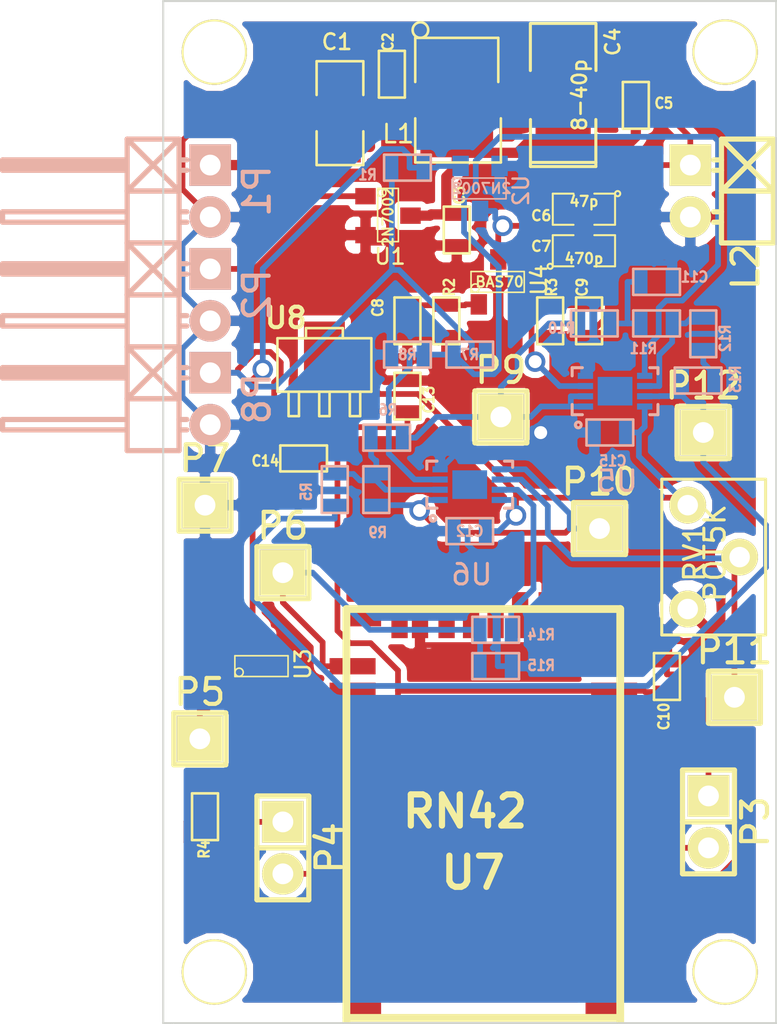
<source format=kicad_pcb>
(kicad_pcb (version 3) (host pcbnew "(2014-04-07 BZR 4791)-product")

  (general
    (links 100)
    (no_connects 0)
    (area 103.758999 59.62092 148.336001 121.4732)
    (thickness 1.6)
    (drawings 5)
    (tracks 424)
    (zones 0)
    (modules 57)
    (nets 53)
  )

  (page A4)
  (layers
    (15 F.Cu signal hide)
    (0 B.Cu signal)
    (16 B.Adhes user)
    (17 F.Adhes user)
    (18 B.Paste user)
    (19 F.Paste user)
    (20 B.SilkS user)
    (21 F.SilkS user)
    (22 B.Mask user)
    (23 F.Mask user)
    (24 Dwgs.User user)
    (25 Cmts.User user)
    (26 Eco1.User user)
    (27 Eco2.User user)
    (28 Edge.Cuts user)
  )

  (setup
    (last_trace_width 0.28)
    (trace_clearance 0.2)
    (zone_clearance 0.3)
    (zone_45_only yes)
    (trace_min 0.254)
    (segment_width 0.2)
    (edge_width 0.1)
    (via_size 1)
    (via_drill 0.635)
    (via_min_size 1)
    (via_min_drill 0.6)
    (uvia_size 0.508)
    (uvia_drill 0.127)
    (uvias_allowed no)
    (uvia_min_size 0.508)
    (uvia_min_drill 0.127)
    (pcb_text_width 0.3)
    (pcb_text_size 1.5 1.5)
    (mod_edge_width 0.15)
    (mod_text_size 1 1)
    (mod_text_width 0.15)
    (pad_size 0.889 1.397)
    (pad_drill 0)
    (pad_to_mask_clearance 0.1)
    (aux_axis_origin 0 0)
    (visible_elements FFFFFDDF)
    (pcbplotparams
      (layerselection 271613953)
      (usegerberextensions true)
      (excludeedgelayer true)
      (linewidth 0.150000)
      (plotframeref false)
      (viasonmask false)
      (mode 1)
      (useauxorigin false)
      (hpglpennumber 1)
      (hpglpenspeed 20)
      (hpglpendiameter 15)
      (hpglpenoverlay 2)
      (psnegative false)
      (psa4output false)
      (plotreference true)
      (plotvalue true)
      (plotothertext true)
      (plotinvisibletext false)
      (padsonsilk false)
      (subtractmaskfromsilk false)
      (outputformat 1)
      (mirror false)
      (drillshape 0)
      (scaleselection 1)
      (outputdirectory OUTPUT/))
  )

  (net 0 "")
  (net 1 +1.2V)
  (net 2 +3.3V)
  (net 3 +5V)
  (net 4 /2_5V)
  (net 5 /A)
  (net 6 /RF_IN)
  (net 7 GND)
  (net 8 "Net-(C4-Pad2)")
  (net 9 "Net-(C6-Pad2)")
  (net 10 "Net-(C8-Pad1)")
  (net 11 "Net-(C9-Pad1)")
  (net 12 "Net-(C11-Pad1)")
  (net 13 "Net-(P3-Pad2)")
  (net 14 "Net-(P4-Pad1)")
  (net 15 "Net-(P4-Pad2)")
  (net 16 "Net-(P5-Pad1)")
  (net 17 "Net-(P6-Pad1)")
  (net 18 "Net-(P9-Pad1)")
  (net 19 "Net-(P10-Pad1)")
  (net 20 "Net-(P11-Pad1)")
  (net 21 "Net-(P12-Pad1)")
  (net 22 "Net-(P13-Pad1)")
  (net 23 "Net-(P14-Pad1)")
  (net 24 "Net-(P15-Pad1)")
  (net 25 "Net-(P16-Pad1)")
  (net 26 "Net-(R1-Pad2)")
  (net 27 "Net-(R5-Pad2)")
  (net 28 "Net-(R11-Pad2)")
  (net 29 "Net-(R12-Pad2)")
  (net 30 "Net-(R14-Pad1)")
  (net 31 "Net-(U7-Pad2)")
  (net 32 "Net-(U7-Pad3)")
  (net 33 "Net-(U7-Pad5)")
  (net 34 "Net-(U7-Pad6)")
  (net 35 "Net-(U7-Pad7)")
  (net 36 "Net-(U7-Pad8)")
  (net 37 "Net-(U7-Pad9)")
  (net 38 "Net-(U7-Pad10)")
  (net 39 "Net-(U7-Pad15)")
  (net 40 "Net-(U7-Pad17)")
  (net 41 "Net-(U7-Pad18)")
  (net 42 "Net-(U7-Pad19)")
  (net 43 "Net-(U7-Pad20)")
  (net 44 "Net-(U7-Pad21)")
  (net 45 "Net-(U7-Pad23)")
  (net 46 "Net-(U7-Pad24)")
  (net 47 "Net-(U7-Pad35)")
  (net 48 "Net-(U7-Pad34)")
  (net 49 "Net-(U7-Pad33)")
  (net 50 "Net-(U7-Pad32)")
  (net 51 "Net-(U7-Pad31)")
  (net 52 "Net-(U7-Pad30)")

  (net_class Default "This is the default net class."
    (clearance 0.2)
    (trace_width 0.28)
    (via_dia 1)
    (via_drill 0.635)
    (uvia_dia 0.508)
    (uvia_drill 0.127)
    (add_net +3.3V)
    (add_net +5V)
    (add_net /2_5V)
    (add_net /RF_IN)
    (add_net GND)
    (add_net "Net-(C11-Pad1)")
    (add_net "Net-(C4-Pad2)")
    (add_net "Net-(C6-Pad2)")
    (add_net "Net-(C8-Pad1)")
    (add_net "Net-(C9-Pad1)")
    (add_net "Net-(P10-Pad1)")
    (add_net "Net-(P11-Pad1)")
    (add_net "Net-(P12-Pad1)")
    (add_net "Net-(P13-Pad1)")
    (add_net "Net-(P14-Pad1)")
    (add_net "Net-(P15-Pad1)")
    (add_net "Net-(P16-Pad1)")
    (add_net "Net-(P3-Pad2)")
    (add_net "Net-(P4-Pad1)")
    (add_net "Net-(P4-Pad2)")
    (add_net "Net-(P5-Pad1)")
    (add_net "Net-(P6-Pad1)")
    (add_net "Net-(P9-Pad1)")
    (add_net "Net-(R1-Pad2)")
    (add_net "Net-(R11-Pad2)")
    (add_net "Net-(R12-Pad2)")
    (add_net "Net-(R14-Pad1)")
    (add_net "Net-(R5-Pad2)")
    (add_net "Net-(U7-Pad10)")
    (add_net "Net-(U7-Pad15)")
    (add_net "Net-(U7-Pad17)")
    (add_net "Net-(U7-Pad18)")
    (add_net "Net-(U7-Pad19)")
    (add_net "Net-(U7-Pad2)")
    (add_net "Net-(U7-Pad20)")
    (add_net "Net-(U7-Pad21)")
    (add_net "Net-(U7-Pad23)")
    (add_net "Net-(U7-Pad24)")
    (add_net "Net-(U7-Pad3)")
    (add_net "Net-(U7-Pad30)")
    (add_net "Net-(U7-Pad31)")
    (add_net "Net-(U7-Pad32)")
    (add_net "Net-(U7-Pad33)")
    (add_net "Net-(U7-Pad34)")
    (add_net "Net-(U7-Pad35)")
    (add_net "Net-(U7-Pad5)")
    (add_net "Net-(U7-Pad6)")
    (add_net "Net-(U7-Pad7)")
    (add_net "Net-(U7-Pad8)")
    (add_net "Net-(U7-Pad9)")
  )

  (net_class POWER ""
    (clearance 0.254)
    (trace_width 1)
    (via_dia 1)
    (via_drill 0.635)
    (uvia_dia 0.508)
    (uvia_drill 0.127)
  )

  (net_class WIDE_1 ""
    (clearance 0.2)
    (trace_width 0.5)
    (via_dia 1)
    (via_drill 0.635)
    (uvia_dia 0.508)
    (uvia_drill 0.127)
    (add_net +1.2V)
    (add_net /A)
  )

  (module SMD_Packages:SM1206 (layer F.Cu) (tedit 5368FF6C) (tstamp 536795F0)
    (at 120.65 70.485 90)
    (path /52F21852)
    (attr smd)
    (fp_text reference C1 (at 3.485 -0.15 180) (layer F.SilkS)
      (effects (font (size 0.762 0.762) (thickness 0.127)))
    )
    (fp_text value 10u (at 0 0 90) (layer F.SilkS) hide
      (effects (font (size 0.762 0.762) (thickness 0.127)))
    )
    (fp_line (start -2.54 -1.143) (end -2.54 1.143) (layer F.SilkS) (width 0.127))
    (fp_line (start -2.54 1.143) (end -0.889 1.143) (layer F.SilkS) (width 0.127))
    (fp_line (start 0.889 -1.143) (end 2.54 -1.143) (layer F.SilkS) (width 0.127))
    (fp_line (start 2.54 -1.143) (end 2.54 1.143) (layer F.SilkS) (width 0.127))
    (fp_line (start 2.54 1.143) (end 0.889 1.143) (layer F.SilkS) (width 0.127))
    (fp_line (start -0.889 -1.143) (end -2.54 -1.143) (layer F.SilkS) (width 0.127))
    (pad 1 smd rect (at -1.651 0 90) (size 1.524 2.032) (layers F.Cu F.Paste F.Mask)
      (net 1 +1.2V))
    (pad 2 smd rect (at 1.651 0 90) (size 1.524 2.032) (layers F.Cu F.Paste F.Mask)
      (net 7 GND))
    (model smd/chip_cms.wrl
      (at (xyz 0 0 0))
      (scale (xyz 0.17 0.16 0.16))
      (rotate (xyz 0 0 0))
    )
  )

  (module SMD_Packages:SM0603 (layer F.Cu) (tedit 5368FF71) (tstamp 536795FA)
    (at 123.19 68.58 90)
    (path /52F2184C)
    (attr smd)
    (fp_text reference C2 (at 1.58 -0.19 90) (layer F.SilkS)
      (effects (font (size 0.508 0.4572) (thickness 0.1143)))
    )
    (fp_text value 0.1 (at 0 0 90) (layer F.SilkS) hide
      (effects (font (size 0.508 0.4572) (thickness 0.1143)))
    )
    (fp_line (start -1.143 -0.635) (end 1.143 -0.635) (layer F.SilkS) (width 0.127))
    (fp_line (start 1.143 -0.635) (end 1.143 0.635) (layer F.SilkS) (width 0.127))
    (fp_line (start 1.143 0.635) (end -1.143 0.635) (layer F.SilkS) (width 0.127))
    (fp_line (start -1.143 0.635) (end -1.143 -0.635) (layer F.SilkS) (width 0.127))
    (pad 1 smd rect (at -0.762 0 90) (size 0.635 1.143) (layers F.Cu F.Paste F.Mask)
      (net 1 +1.2V))
    (pad 2 smd rect (at 0.762 0 90) (size 0.635 1.143) (layers F.Cu F.Paste F.Mask)
      (net 7 GND))
    (model smd\resistors\R0603.wrl
      (at (xyz 0 0 0.001))
      (scale (xyz 0.5 0.5 0.5))
      (rotate (xyz 0 0 0))
    )
  )

  (module SMD_Packages:SM0603 (layer F.Cu) (tedit 5368FFB1) (tstamp 53679604)
    (at 126.365 76.2 270)
    (path /52F217D9)
    (attr smd)
    (fp_text reference C3 (at -1.7 -0.135 270) (layer F.SilkS)
      (effects (font (size 0.508 0.4572) (thickness 0.1143)))
    )
    (fp_text value 5.3n (at 0 0 270) (layer F.SilkS) hide
      (effects (font (size 0.508 0.4572) (thickness 0.1143)))
    )
    (fp_line (start -1.143 -0.635) (end 1.143 -0.635) (layer F.SilkS) (width 0.127))
    (fp_line (start 1.143 -0.635) (end 1.143 0.635) (layer F.SilkS) (width 0.127))
    (fp_line (start 1.143 0.635) (end -1.143 0.635) (layer F.SilkS) (width 0.127))
    (fp_line (start -1.143 0.635) (end -1.143 -0.635) (layer F.SilkS) (width 0.127))
    (pad 1 smd rect (at -0.762 0 270) (size 0.635 1.143) (layers F.Cu F.Paste F.Mask)
      (net 5 /A))
    (pad 2 smd rect (at 0.762 0 270) (size 0.635 1.143) (layers F.Cu F.Paste F.Mask)
      (net 7 GND))
    (model smd\resistors\R0603.wrl
      (at (xyz 0 0 0.001))
      (scale (xyz 0.5 0.5 0.5))
      (rotate (xyz 0 0 0))
    )
  )

  (module SMD_Packages:SM2010 (layer F.Cu) (tedit 5368FF9C) (tstamp 53679611)
    (at 131.572 69.596 90)
    (tags "CMS SM")
    (path /52F21CED)
    (attr smd)
    (fp_text reference C4 (at 2.596 2.428 90) (layer F.SilkS)
      (effects (font (size 0.70104 0.70104) (thickness 0.127)))
    )
    (fp_text value 8-40p (at 0 0.8 90) (layer F.SilkS)
      (effects (font (size 0.70104 0.70104) (thickness 0.127)))
    )
    (fp_line (start -3.3 -1.6) (end -3.3 1.6) (layer F.SilkS) (width 0.15))
    (fp_line (start 3.50012 -1.6002) (end 3.50012 1.6002) (layer F.SilkS) (width 0.15))
    (fp_line (start -3.5 -1.6) (end -3.5 1.6) (layer F.SilkS) (width 0.15))
    (fp_line (start 1.19634 1.60528) (end 3.48234 1.60528) (layer F.SilkS) (width 0.15))
    (fp_line (start 3.48234 -1.60528) (end 1.19634 -1.60528) (layer F.SilkS) (width 0.15))
    (fp_line (start -1.2 -1.6) (end -3.5 -1.6) (layer F.SilkS) (width 0.15))
    (fp_line (start -3.5 1.6) (end -1.2 1.6) (layer F.SilkS) (width 0.15))
    (pad 1 smd rect (at -2.4003 0 90) (size 1.80086 2.70002) (layers F.Cu F.Paste F.Mask)
      (net 5 /A))
    (pad 2 smd rect (at 2.4003 0 90) (size 1.80086 2.70002) (layers F.Cu F.Paste F.Mask)
      (net 8 "Net-(C4-Pad2)"))
    (model smd\chip_smd_pol_wide.wrl
      (at (xyz 0 0 0))
      (scale (xyz 0.35 0.35 0.35))
      (rotate (xyz 0 0 0))
    )
  )

  (module SMD_Packages:SM0603 (layer F.Cu) (tedit 5368FFA1) (tstamp 5367961B)
    (at 135.128 70.104 90)
    (path /52F217CA)
    (attr smd)
    (fp_text reference C5 (at 0.104 1.372 180) (layer F.SilkS)
      (effects (font (size 0.508 0.4572) (thickness 0.1143)))
    )
    (fp_text value 73p (at 0 0 90) (layer F.SilkS) hide
      (effects (font (size 0.508 0.4572) (thickness 0.1143)))
    )
    (fp_line (start -1.143 -0.635) (end 1.143 -0.635) (layer F.SilkS) (width 0.127))
    (fp_line (start 1.143 -0.635) (end 1.143 0.635) (layer F.SilkS) (width 0.127))
    (fp_line (start 1.143 0.635) (end -1.143 0.635) (layer F.SilkS) (width 0.127))
    (fp_line (start -1.143 0.635) (end -1.143 -0.635) (layer F.SilkS) (width 0.127))
    (pad 1 smd rect (at -0.762 0 90) (size 0.635 1.143) (layers F.Cu F.Paste F.Mask)
      (net 5 /A))
    (pad 2 smd rect (at 0.762 0 90) (size 0.635 1.143) (layers F.Cu F.Paste F.Mask)
      (net 8 "Net-(C4-Pad2)"))
    (model smd\resistors\R0603.wrl
      (at (xyz 0 0 0.001))
      (scale (xyz 0.5 0.5 0.5))
      (rotate (xyz 0 0 0))
    )
  )

  (module SMD_Packages:SM0805 (layer F.Cu) (tedit 5368FFBE) (tstamp 53679628)
    (at 132.588 75.184 180)
    (path /52FB8138)
    (attr smd)
    (fp_text reference C6 (at 2.088 -0.316 180) (layer F.SilkS)
      (effects (font (size 0.50038 0.50038) (thickness 0.10922)))
    )
    (fp_text value 47p (at 0 0.381 180) (layer F.SilkS)
      (effects (font (size 0.50038 0.50038) (thickness 0.10922)))
    )
    (fp_circle (center -1.651 0.762) (end -1.651 0.635) (layer F.SilkS) (width 0.09906))
    (fp_line (start -0.508 0.762) (end -1.524 0.762) (layer F.SilkS) (width 0.09906))
    (fp_line (start -1.524 0.762) (end -1.524 -0.762) (layer F.SilkS) (width 0.09906))
    (fp_line (start -1.524 -0.762) (end -0.508 -0.762) (layer F.SilkS) (width 0.09906))
    (fp_line (start 0.508 -0.762) (end 1.524 -0.762) (layer F.SilkS) (width 0.09906))
    (fp_line (start 1.524 -0.762) (end 1.524 0.762) (layer F.SilkS) (width 0.09906))
    (fp_line (start 1.524 0.762) (end 0.508 0.762) (layer F.SilkS) (width 0.09906))
    (pad 1 smd rect (at -0.9525 0 180) (size 0.889 1.397) (layers F.Cu F.Paste F.Mask)
      (net 8 "Net-(C4-Pad2)") (solder_mask_margin 0.1))
    (pad 2 smd rect (at 0.9525 0 180) (size 0.889 1.397) (layers F.Cu F.Paste F.Mask)
      (net 9 "Net-(C6-Pad2)"))
    (model smd/chip_cms.wrl
      (at (xyz 0 0 0))
      (scale (xyz 0.1 0.1 0.1))
      (rotate (xyz 0 0 0))
    )
  )

  (module SMD_Packages:SM0805 (layer F.Cu) (tedit 5368FFC1) (tstamp 53679635)
    (at 132.588 77.216)
    (path /52FB8132)
    (attr smd)
    (fp_text reference C7 (at -2.088 -0.216) (layer F.SilkS)
      (effects (font (size 0.50038 0.50038) (thickness 0.10922)))
    )
    (fp_text value 470p (at 0 0.381) (layer F.SilkS)
      (effects (font (size 0.50038 0.50038) (thickness 0.10922)))
    )
    (fp_circle (center -1.651 0.762) (end -1.651 0.635) (layer F.SilkS) (width 0.09906))
    (fp_line (start -0.508 0.762) (end -1.524 0.762) (layer F.SilkS) (width 0.09906))
    (fp_line (start -1.524 0.762) (end -1.524 -0.762) (layer F.SilkS) (width 0.09906))
    (fp_line (start -1.524 -0.762) (end -0.508 -0.762) (layer F.SilkS) (width 0.09906))
    (fp_line (start 0.508 -0.762) (end 1.524 -0.762) (layer F.SilkS) (width 0.09906))
    (fp_line (start 1.524 -0.762) (end 1.524 0.762) (layer F.SilkS) (width 0.09906))
    (fp_line (start 1.524 0.762) (end 0.508 0.762) (layer F.SilkS) (width 0.09906))
    (pad 1 smd rect (at -0.9525 0) (size 0.889 1.397) (layers F.Cu F.Paste F.Mask)
      (net 9 "Net-(C6-Pad2)"))
    (pad 2 smd rect (at 0.9525 0) (size 0.889 1.397) (layers F.Cu F.Paste F.Mask)
      (net 7 GND))
    (model smd/chip_cms.wrl
      (at (xyz 0 0 0))
      (scale (xyz 0.1 0.1 0.1))
      (rotate (xyz 0 0 0))
    )
  )

  (module SMD_Packages:SM0603 (layer F.Cu) (tedit 5368FFDB) (tstamp 5367963F)
    (at 123.952 80.645 270)
    (path /530C6DC5)
    (attr smd)
    (fp_text reference C8 (at -0.645 1.452 270) (layer F.SilkS)
      (effects (font (size 0.508 0.4572) (thickness 0.1143)))
    )
    (fp_text value 4.7n (at 0 0 270) (layer F.SilkS) hide
      (effects (font (size 0.508 0.4572) (thickness 0.1143)))
    )
    (fp_line (start -1.143 -0.635) (end 1.143 -0.635) (layer F.SilkS) (width 0.127))
    (fp_line (start 1.143 -0.635) (end 1.143 0.635) (layer F.SilkS) (width 0.127))
    (fp_line (start 1.143 0.635) (end -1.143 0.635) (layer F.SilkS) (width 0.127))
    (fp_line (start -1.143 0.635) (end -1.143 -0.635) (layer F.SilkS) (width 0.127))
    (pad 1 smd rect (at -0.762 0 270) (size 0.635 1.143) (layers F.Cu F.Paste F.Mask)
      (net 10 "Net-(C8-Pad1)"))
    (pad 2 smd rect (at 0.762 0 270) (size 0.635 1.143) (layers F.Cu F.Paste F.Mask)
      (net 7 GND))
    (model smd\resistors\R0603.wrl
      (at (xyz 0 0 0.001))
      (scale (xyz 0.5 0.5 0.5))
      (rotate (xyz 0 0 0))
    )
  )

  (module SMD_Packages:SM0603 (layer F.Cu) (tedit 5368FFEC) (tstamp 53679649)
    (at 132.842 80.645 270)
    (path /530C6E60)
    (attr smd)
    (fp_text reference C9 (at -1.645 0.342 270) (layer F.SilkS)
      (effects (font (size 0.508 0.4572) (thickness 0.1143)))
    )
    (fp_text value 4.7n (at 0 0 270) (layer F.SilkS) hide
      (effects (font (size 0.508 0.4572) (thickness 0.1143)))
    )
    (fp_line (start -1.143 -0.635) (end 1.143 -0.635) (layer F.SilkS) (width 0.127))
    (fp_line (start 1.143 -0.635) (end 1.143 0.635) (layer F.SilkS) (width 0.127))
    (fp_line (start 1.143 0.635) (end -1.143 0.635) (layer F.SilkS) (width 0.127))
    (fp_line (start -1.143 0.635) (end -1.143 -0.635) (layer F.SilkS) (width 0.127))
    (pad 1 smd rect (at -0.762 0 270) (size 0.635 1.143) (layers F.Cu F.Paste F.Mask)
      (net 11 "Net-(C9-Pad1)"))
    (pad 2 smd rect (at 0.762 0 270) (size 0.635 1.143) (layers F.Cu F.Paste F.Mask)
      (net 7 GND))
    (model smd\resistors\R0603.wrl
      (at (xyz 0 0 0.001))
      (scale (xyz 0.5 0.5 0.5))
      (rotate (xyz 0 0 0))
    )
  )

  (module SMD_Packages:SM0603 (layer F.Cu) (tedit 53690023) (tstamp 53679653)
    (at 136.652 98.044 90)
    (path /530CC04F)
    (attr smd)
    (fp_text reference C10 (at -1.956 -0.152 90) (layer F.SilkS)
      (effects (font (size 0.508 0.4572) (thickness 0.1143)))
    )
    (fp_text value 0.1u (at 0 0 90) (layer F.SilkS) hide
      (effects (font (size 0.508 0.4572) (thickness 0.1143)))
    )
    (fp_line (start -1.143 -0.635) (end 1.143 -0.635) (layer F.SilkS) (width 0.127))
    (fp_line (start 1.143 -0.635) (end 1.143 0.635) (layer F.SilkS) (width 0.127))
    (fp_line (start 1.143 0.635) (end -1.143 0.635) (layer F.SilkS) (width 0.127))
    (fp_line (start -1.143 0.635) (end -1.143 -0.635) (layer F.SilkS) (width 0.127))
    (pad 1 smd rect (at -0.762 0 90) (size 0.635 1.143) (layers F.Cu F.Paste F.Mask)
      (net 2 +3.3V))
    (pad 2 smd rect (at 0.762 0 90) (size 0.635 1.143) (layers F.Cu F.Paste F.Mask)
      (net 7 GND))
    (model smd\resistors\R0603.wrl
      (at (xyz 0 0 0.001))
      (scale (xyz 0.5 0.5 0.5))
      (rotate (xyz 0 0 0))
    )
  )

  (module SMD_Packages:SM0603 (layer B.Cu) (tedit 536900E4) (tstamp 5367965D)
    (at 136.144 78.74)
    (path /530C94E1)
    (attr smd)
    (fp_text reference C11 (at 1.856 -0.24) (layer B.SilkS)
      (effects (font (size 0.508 0.4572) (thickness 0.1143)) (justify mirror))
    )
    (fp_text value 10u (at 0 0) (layer B.SilkS) hide
      (effects (font (size 0.508 0.4572) (thickness 0.1143)) (justify mirror))
    )
    (fp_line (start -1.143 0.635) (end 1.143 0.635) (layer B.SilkS) (width 0.127))
    (fp_line (start 1.143 0.635) (end 1.143 -0.635) (layer B.SilkS) (width 0.127))
    (fp_line (start 1.143 -0.635) (end -1.143 -0.635) (layer B.SilkS) (width 0.127))
    (fp_line (start -1.143 -0.635) (end -1.143 0.635) (layer B.SilkS) (width 0.127))
    (pad 1 smd rect (at -0.762 0) (size 0.635 1.143) (layers B.Cu B.Paste B.Mask)
      (net 12 "Net-(C11-Pad1)"))
    (pad 2 smd rect (at 0.762 0) (size 0.635 1.143) (layers B.Cu B.Paste B.Mask)
      (net 7 GND))
    (model smd\resistors\R0603.wrl
      (at (xyz 0 0 0.001))
      (scale (xyz 0.5 0.5 0.5))
      (rotate (xyz 0 0 0))
    )
  )

  (module SMD_Packages:SM0603 (layer B.Cu) (tedit 536793D3) (tstamp 53679667)
    (at 127 90.932 180)
    (path /530CB845)
    (attr smd)
    (fp_text reference C12 (at 0 0 180) (layer B.SilkS)
      (effects (font (size 0.508 0.4572) (thickness 0.1143)) (justify mirror))
    )
    (fp_text value 10u (at 0 0 180) (layer B.SilkS) hide
      (effects (font (size 0.508 0.4572) (thickness 0.1143)) (justify mirror))
    )
    (fp_line (start -1.143 0.635) (end 1.143 0.635) (layer B.SilkS) (width 0.127))
    (fp_line (start 1.143 0.635) (end 1.143 -0.635) (layer B.SilkS) (width 0.127))
    (fp_line (start 1.143 -0.635) (end -1.143 -0.635) (layer B.SilkS) (width 0.127))
    (fp_line (start -1.143 -0.635) (end -1.143 0.635) (layer B.SilkS) (width 0.127))
    (pad 1 smd rect (at -0.762 0 180) (size 0.635 1.143) (layers B.Cu B.Paste B.Mask)
      (net 3 +5V))
    (pad 2 smd rect (at 0.762 0 180) (size 0.635 1.143) (layers B.Cu B.Paste B.Mask)
      (net 7 GND))
    (model smd\resistors\R0603.wrl
      (at (xyz 0 0 0.001))
      (scale (xyz 0.5 0.5 0.5))
      (rotate (xyz 0 0 0))
    )
  )

  (module SMD_Packages:SM0603 (layer F.Cu) (tedit 5368FFF8) (tstamp 53679671)
    (at 123.952 84.328 90)
    (path /530CB84B)
    (attr smd)
    (fp_text reference C13 (at -0.172 1.048 90) (layer F.SilkS)
      (effects (font (size 0.508 0.4572) (thickness 0.1143)))
    )
    (fp_text value 1u (at 0 0 90) (layer F.SilkS) hide
      (effects (font (size 0.508 0.4572) (thickness 0.1143)))
    )
    (fp_line (start -1.143 -0.635) (end 1.143 -0.635) (layer F.SilkS) (width 0.127))
    (fp_line (start 1.143 -0.635) (end 1.143 0.635) (layer F.SilkS) (width 0.127))
    (fp_line (start 1.143 0.635) (end -1.143 0.635) (layer F.SilkS) (width 0.127))
    (fp_line (start -1.143 0.635) (end -1.143 -0.635) (layer F.SilkS) (width 0.127))
    (pad 1 smd rect (at -0.762 0 90) (size 0.635 1.143) (layers F.Cu F.Paste F.Mask)
      (net 2 +3.3V))
    (pad 2 smd rect (at 0.762 0 90) (size 0.635 1.143) (layers F.Cu F.Paste F.Mask)
      (net 7 GND))
    (model smd\resistors\R0603.wrl
      (at (xyz 0 0 0.001))
      (scale (xyz 0.5 0.5 0.5))
      (rotate (xyz 0 0 0))
    )
  )

  (module SMD_Packages:SM0603 (layer F.Cu) (tedit 5369000A) (tstamp 5367967B)
    (at 118.872 87.376 180)
    (path /530CBE0A)
    (attr smd)
    (fp_text reference C14 (at 1.872 -0.124 180) (layer F.SilkS)
      (effects (font (size 0.508 0.4572) (thickness 0.1143)))
    )
    (fp_text value 0.1u (at 0 0 180) (layer F.SilkS) hide
      (effects (font (size 0.508 0.4572) (thickness 0.1143)))
    )
    (fp_line (start -1.143 -0.635) (end 1.143 -0.635) (layer F.SilkS) (width 0.127))
    (fp_line (start 1.143 -0.635) (end 1.143 0.635) (layer F.SilkS) (width 0.127))
    (fp_line (start 1.143 0.635) (end -1.143 0.635) (layer F.SilkS) (width 0.127))
    (fp_line (start -1.143 0.635) (end -1.143 -0.635) (layer F.SilkS) (width 0.127))
    (pad 1 smd rect (at -0.762 0 180) (size 0.635 1.143) (layers F.Cu F.Paste F.Mask)
      (net 3 +5V))
    (pad 2 smd rect (at 0.762 0 180) (size 0.635 1.143) (layers F.Cu F.Paste F.Mask)
      (net 7 GND))
    (model smd\resistors\R0603.wrl
      (at (xyz 0 0 0.001))
      (scale (xyz 0.5 0.5 0.5))
      (rotate (xyz 0 0 0))
    )
  )

  (module SMD_Packages:SM0603 (layer B.Cu) (tedit 53690113) (tstamp 53679685)
    (at 133.858 86.106 180)
    (path /530CBF29)
    (attr smd)
    (fp_text reference C15 (at -0.142 -1.394 180) (layer B.SilkS)
      (effects (font (size 0.508 0.4572) (thickness 0.1143)) (justify mirror))
    )
    (fp_text value 0.1u (at 0 0 180) (layer B.SilkS) hide
      (effects (font (size 0.508 0.4572) (thickness 0.1143)) (justify mirror))
    )
    (fp_line (start -1.143 0.635) (end 1.143 0.635) (layer B.SilkS) (width 0.127))
    (fp_line (start 1.143 0.635) (end 1.143 -0.635) (layer B.SilkS) (width 0.127))
    (fp_line (start 1.143 -0.635) (end -1.143 -0.635) (layer B.SilkS) (width 0.127))
    (fp_line (start -1.143 -0.635) (end -1.143 0.635) (layer B.SilkS) (width 0.127))
    (pad 1 smd rect (at -0.762 0 180) (size 0.635 1.143) (layers B.Cu B.Paste B.Mask)
      (net 3 +5V))
    (pad 2 smd rect (at 0.762 0 180) (size 0.635 1.143) (layers B.Cu B.Paste B.Mask)
      (net 7 GND))
    (model smd\resistors\R0603.wrl
      (at (xyz 0 0 0.001))
      (scale (xyz 0.5 0.5 0.5))
      (rotate (xyz 0 0 0))
    )
  )

  (module SMD_Packages:SM1812E (layer F.Cu) (tedit 5368FF7D) (tstamp 53679692)
    (at 126.365 69.85 270)
    (path /52F21846)
    (attr smd)
    (fp_text reference L1 (at 1.65 2.865 360) (layer F.SilkS)
      (effects (font (size 0.889 0.889) (thickness 0.127)))
    )
    (fp_text value 47u (at 0 0 360) (layer F.SilkS) hide
      (effects (font (size 0.889 0.889) (thickness 0.127)))
    )
    (fp_circle (center -3.429 1.778) (end -3.048 1.778) (layer F.SilkS) (width 0.127))
    (fp_line (start -0.889 -2.032) (end -3.048 -2.032) (layer F.SilkS) (width 0.127))
    (fp_line (start -3.048 -2.032) (end -3.048 2.032) (layer F.SilkS) (width 0.127))
    (fp_line (start -3.048 2.032) (end -0.889 2.032) (layer F.SilkS) (width 0.127))
    (fp_line (start 0.889 -2.159) (end 3.048 -2.159) (layer F.SilkS) (width 0.127))
    (fp_line (start 3.048 -2.159) (end 3.048 2.032) (layer F.SilkS) (width 0.127))
    (fp_line (start 3.048 2.032) (end 0.889 2.032) (layer F.SilkS) (width 0.127))
    (pad 1 smd rect (at -1.905 0 270) (size 1.778 3.556) (layers F.Cu F.Paste F.Mask)
      (net 1 +1.2V))
    (pad 2 smd rect (at 1.905 0 270) (size 1.778 3.556) (layers F.Cu F.Paste F.Mask)
      (net 5 /A))
    (model smd/chip_cms.wrl
      (at (xyz 0 0 0))
      (scale (xyz 0.2 0.25 0.25))
      (rotate (xyz 0 0 0))
    )
  )

  (module Pin_Headers:Pin_Header_Angled_1x02 (layer F.Cu) (tedit 5368FFC9) (tstamp 536796B1)
    (at 137.795 74.295 270)
    (descr "1 pin")
    (tags "CONN DEV")
    (path /52F21831)
    (fp_text reference L2 (at 3.705 -2.705 270) (layer F.SilkS)
      (effects (font (size 1.27 1.27) (thickness 0.2032)))
    )
    (fp_text value 1.8u (at 0 0 270) (layer F.SilkS) hide
      (effects (font (size 1.27 1.27) (thickness 0.2032)))
    )
    (fp_line (start 0 -4.064) (end -2.54 -1.524) (layer F.SilkS) (width 0.254))
    (fp_line (start -2.54 -4.064) (end 0 -1.524) (layer F.SilkS) (width 0.254))
    (fp_line (start -1.397 -4.191) (end -1.397 -10.033) (layer F.SilkS) (width 0.254))
    (fp_line (start -1.397 -10.033) (end -1.143 -10.033) (layer F.SilkS) (width 0.254))
    (fp_line (start -1.143 -10.033) (end -1.143 -4.191) (layer F.SilkS) (width 0.254))
    (fp_line (start -1.143 -4.191) (end -1.27 -4.191) (layer F.SilkS) (width 0.254))
    (fp_line (start -1.27 -4.191) (end -1.27 -10.033) (layer F.SilkS) (width 0.254))
    (fp_line (start -1.524 -1.524) (end -1.524 -1.143) (layer F.SilkS) (width 0.254))
    (fp_line (start -1.016 -1.524) (end -1.016 -1.143) (layer F.SilkS) (width 0.254))
    (fp_line (start 1.016 -1.524) (end 1.016 -1.143) (layer F.SilkS) (width 0.254))
    (fp_line (start 1.524 -1.524) (end 1.524 -1.143) (layer F.SilkS) (width 0.254))
    (fp_line (start -2.54 -1.524) (end -2.54 -4.064) (layer F.SilkS) (width 0.254))
    (fp_line (start 0 -1.524) (end 0 -4.064) (layer F.SilkS) (width 0.254))
    (fp_line (start 0 -1.524) (end 2.54 -1.524) (layer F.SilkS) (width 0.254))
    (fp_line (start 2.54 -1.524) (end 2.54 -4.064) (layer F.SilkS) (width 0.254))
    (fp_line (start 1.016 -4.064) (end 1.016 -10.16) (layer F.SilkS) (width 0.254))
    (fp_line (start 1.016 -10.16) (end 1.524 -10.16) (layer F.SilkS) (width 0.254))
    (fp_line (start 1.524 -10.16) (end 1.524 -4.064) (layer F.SilkS) (width 0.254))
    (fp_line (start 2.54 -4.064) (end 0 -4.064) (layer F.SilkS) (width 0.254))
    (fp_line (start 0 -4.064) (end -2.54 -4.064) (layer F.SilkS) (width 0.254))
    (fp_line (start -1.016 -10.16) (end -1.016 -4.064) (layer F.SilkS) (width 0.254))
    (fp_line (start -1.524 -10.16) (end -1.016 -10.16) (layer F.SilkS) (width 0.254))
    (fp_line (start -1.524 -4.064) (end -1.524 -10.16) (layer F.SilkS) (width 0.254))
    (fp_line (start 0 -1.524) (end 0 -4.064) (layer F.SilkS) (width 0.254))
    (fp_line (start -2.54 -1.524) (end 0 -1.524) (layer F.SilkS) (width 0.254))
    (pad 1 thru_hole rect (at -1.27 0 270) (size 2.032 2.032) (drill 1.016) (layers *.Cu *.Mask F.SilkS)
      (net 8 "Net-(C4-Pad2)"))
    (pad 2 thru_hole oval (at 1.27 0 270) (size 2.032 2.032) (drill 1.016) (layers *.Cu *.Mask F.SilkS)
      (net 7 GND))
    (model Pin_Headers/Pin_Header_Angled_1x02.wrl
      (at (xyz 0 0 0))
      (scale (xyz 1 1 1))
      (rotate (xyz 0 0 0))
    )
  )

  (module Pin_Headers:Pin_Header_Angled_1x02 (layer B.Cu) (tedit 536793D5) (tstamp 536796D0)
    (at 114.3 74.295 270)
    (descr "1 pin")
    (tags "CONN DEV")
    (path /52F2324A)
    (fp_text reference P1 (at 0 -2.286 270) (layer B.SilkS)
      (effects (font (size 1.27 1.27) (thickness 0.2032)) (justify mirror))
    )
    (fp_text value CONN_2 (at 0 0 270) (layer B.SilkS) hide
      (effects (font (size 1.27 1.27) (thickness 0.2032)) (justify mirror))
    )
    (fp_line (start 0 4.064) (end -2.54 1.524) (layer B.SilkS) (width 0.254))
    (fp_line (start -2.54 4.064) (end 0 1.524) (layer B.SilkS) (width 0.254))
    (fp_line (start -1.397 4.191) (end -1.397 10.033) (layer B.SilkS) (width 0.254))
    (fp_line (start -1.397 10.033) (end -1.143 10.033) (layer B.SilkS) (width 0.254))
    (fp_line (start -1.143 10.033) (end -1.143 4.191) (layer B.SilkS) (width 0.254))
    (fp_line (start -1.143 4.191) (end -1.27 4.191) (layer B.SilkS) (width 0.254))
    (fp_line (start -1.27 4.191) (end -1.27 10.033) (layer B.SilkS) (width 0.254))
    (fp_line (start -1.524 1.524) (end -1.524 1.143) (layer B.SilkS) (width 0.254))
    (fp_line (start -1.016 1.524) (end -1.016 1.143) (layer B.SilkS) (width 0.254))
    (fp_line (start 1.016 1.524) (end 1.016 1.143) (layer B.SilkS) (width 0.254))
    (fp_line (start 1.524 1.524) (end 1.524 1.143) (layer B.SilkS) (width 0.254))
    (fp_line (start -2.54 1.524) (end -2.54 4.064) (layer B.SilkS) (width 0.254))
    (fp_line (start 0 1.524) (end 0 4.064) (layer B.SilkS) (width 0.254))
    (fp_line (start 0 1.524) (end 2.54 1.524) (layer B.SilkS) (width 0.254))
    (fp_line (start 2.54 1.524) (end 2.54 4.064) (layer B.SilkS) (width 0.254))
    (fp_line (start 1.016 4.064) (end 1.016 10.16) (layer B.SilkS) (width 0.254))
    (fp_line (start 1.016 10.16) (end 1.524 10.16) (layer B.SilkS) (width 0.254))
    (fp_line (start 1.524 10.16) (end 1.524 4.064) (layer B.SilkS) (width 0.254))
    (fp_line (start 2.54 4.064) (end 0 4.064) (layer B.SilkS) (width 0.254))
    (fp_line (start 0 4.064) (end -2.54 4.064) (layer B.SilkS) (width 0.254))
    (fp_line (start -1.016 10.16) (end -1.016 4.064) (layer B.SilkS) (width 0.254))
    (fp_line (start -1.524 10.16) (end -1.016 10.16) (layer B.SilkS) (width 0.254))
    (fp_line (start -1.524 4.064) (end -1.524 10.16) (layer B.SilkS) (width 0.254))
    (fp_line (start 0 1.524) (end 0 4.064) (layer B.SilkS) (width 0.254))
    (fp_line (start -2.54 1.524) (end 0 1.524) (layer B.SilkS) (width 0.254))
    (pad 1 thru_hole rect (at -1.27 0 270) (size 2.032 2.032) (drill 1.016) (layers *.Cu *.Mask B.SilkS)
      (net 1 +1.2V))
    (pad 2 thru_hole oval (at 1.27 0 270) (size 2.032 2.032) (drill 1.016) (layers *.Cu *.Mask B.SilkS)
      (net 7 GND))
    (model Pin_Headers/Pin_Header_Angled_1x02.wrl
      (at (xyz 0 0 0))
      (scale (xyz 1 1 1))
      (rotate (xyz 0 0 0))
    )
  )

  (module Pin_Headers:Pin_Header_Angled_1x02 (layer B.Cu) (tedit 536793D5) (tstamp 536796EF)
    (at 114.3 79.375 270)
    (descr "1 pin")
    (tags "CONN DEV")
    (path /52F2325C)
    (fp_text reference P2 (at 0 -2.286 270) (layer B.SilkS)
      (effects (font (size 1.27 1.27) (thickness 0.2032)) (justify mirror))
    )
    (fp_text value CONN_2 (at 0 0 270) (layer B.SilkS) hide
      (effects (font (size 1.27 1.27) (thickness 0.2032)) (justify mirror))
    )
    (fp_line (start 0 4.064) (end -2.54 1.524) (layer B.SilkS) (width 0.254))
    (fp_line (start -2.54 4.064) (end 0 1.524) (layer B.SilkS) (width 0.254))
    (fp_line (start -1.397 4.191) (end -1.397 10.033) (layer B.SilkS) (width 0.254))
    (fp_line (start -1.397 10.033) (end -1.143 10.033) (layer B.SilkS) (width 0.254))
    (fp_line (start -1.143 10.033) (end -1.143 4.191) (layer B.SilkS) (width 0.254))
    (fp_line (start -1.143 4.191) (end -1.27 4.191) (layer B.SilkS) (width 0.254))
    (fp_line (start -1.27 4.191) (end -1.27 10.033) (layer B.SilkS) (width 0.254))
    (fp_line (start -1.524 1.524) (end -1.524 1.143) (layer B.SilkS) (width 0.254))
    (fp_line (start -1.016 1.524) (end -1.016 1.143) (layer B.SilkS) (width 0.254))
    (fp_line (start 1.016 1.524) (end 1.016 1.143) (layer B.SilkS) (width 0.254))
    (fp_line (start 1.524 1.524) (end 1.524 1.143) (layer B.SilkS) (width 0.254))
    (fp_line (start -2.54 1.524) (end -2.54 4.064) (layer B.SilkS) (width 0.254))
    (fp_line (start 0 1.524) (end 0 4.064) (layer B.SilkS) (width 0.254))
    (fp_line (start 0 1.524) (end 2.54 1.524) (layer B.SilkS) (width 0.254))
    (fp_line (start 2.54 1.524) (end 2.54 4.064) (layer B.SilkS) (width 0.254))
    (fp_line (start 1.016 4.064) (end 1.016 10.16) (layer B.SilkS) (width 0.254))
    (fp_line (start 1.016 10.16) (end 1.524 10.16) (layer B.SilkS) (width 0.254))
    (fp_line (start 1.524 10.16) (end 1.524 4.064) (layer B.SilkS) (width 0.254))
    (fp_line (start 2.54 4.064) (end 0 4.064) (layer B.SilkS) (width 0.254))
    (fp_line (start 0 4.064) (end -2.54 4.064) (layer B.SilkS) (width 0.254))
    (fp_line (start -1.016 10.16) (end -1.016 4.064) (layer B.SilkS) (width 0.254))
    (fp_line (start -1.524 10.16) (end -1.016 10.16) (layer B.SilkS) (width 0.254))
    (fp_line (start -1.524 4.064) (end -1.524 10.16) (layer B.SilkS) (width 0.254))
    (fp_line (start 0 1.524) (end 0 4.064) (layer B.SilkS) (width 0.254))
    (fp_line (start -2.54 1.524) (end 0 1.524) (layer B.SilkS) (width 0.254))
    (pad 1 thru_hole rect (at -1.27 0 270) (size 2.032 2.032) (drill 1.016) (layers *.Cu *.Mask B.SilkS)
      (net 6 /RF_IN))
    (pad 2 thru_hole oval (at 1.27 0 270) (size 2.032 2.032) (drill 1.016) (layers *.Cu *.Mask B.SilkS)
      (net 7 GND))
    (model Pin_Headers/Pin_Header_Angled_1x02.wrl
      (at (xyz 0 0 0))
      (scale (xyz 1 1 1))
      (rotate (xyz 0 0 0))
    )
  )

  (module Pin_Headers:Pin_Header_Straight_1x02 (layer F.Cu) (tedit 536793D5) (tstamp 536796FB)
    (at 138.684 105.156 270)
    (descr "1 pin")
    (tags "CONN DEV")
    (path /530CA739)
    (fp_text reference P3 (at 0 -2.286 270) (layer F.SilkS)
      (effects (font (size 1.27 1.27) (thickness 0.2032)))
    )
    (fp_text value CONN_2 (at 0 0 270) (layer F.SilkS) hide
      (effects (font (size 1.27 1.27) (thickness 0.2032)))
    )
    (fp_line (start 0 -1.27) (end 0 1.27) (layer F.SilkS) (width 0.254))
    (fp_line (start -2.54 -1.27) (end -2.54 1.27) (layer F.SilkS) (width 0.254))
    (fp_line (start -2.54 1.27) (end 0 1.27) (layer F.SilkS) (width 0.254))
    (fp_line (start 0 1.27) (end 2.54 1.27) (layer F.SilkS) (width 0.254))
    (fp_line (start 2.54 1.27) (end 2.54 -1.27) (layer F.SilkS) (width 0.254))
    (fp_line (start 2.54 -1.27) (end -2.54 -1.27) (layer F.SilkS) (width 0.254))
    (pad 1 thru_hole rect (at -1.27 0 270) (size 2.032 2.032) (drill 1.016) (layers *.Cu *.Mask F.SilkS)
      (net 2 +3.3V))
    (pad 2 thru_hole oval (at 1.27 0 270) (size 2.032 2.032) (drill 1.016) (layers *.Cu *.Mask F.SilkS)
      (net 13 "Net-(P3-Pad2)"))
    (model Pin_Headers/Pin_Header_Straight_1x02.wrl
      (at (xyz 0 0 0))
      (scale (xyz 1 1 1))
      (rotate (xyz 0 0 0))
    )
  )

  (module Pin_Headers:Pin_Header_Straight_1x02 (layer F.Cu) (tedit 536793D5) (tstamp 53679707)
    (at 117.856 106.426 270)
    (descr "1 pin")
    (tags "CONN DEV")
    (path /530CAD7B)
    (fp_text reference P4 (at 0 -2.286 270) (layer F.SilkS)
      (effects (font (size 1.27 1.27) (thickness 0.2032)))
    )
    (fp_text value CONN_2 (at 0 0 270) (layer F.SilkS) hide
      (effects (font (size 1.27 1.27) (thickness 0.2032)))
    )
    (fp_line (start 0 -1.27) (end 0 1.27) (layer F.SilkS) (width 0.254))
    (fp_line (start -2.54 -1.27) (end -2.54 1.27) (layer F.SilkS) (width 0.254))
    (fp_line (start -2.54 1.27) (end 0 1.27) (layer F.SilkS) (width 0.254))
    (fp_line (start 0 1.27) (end 2.54 1.27) (layer F.SilkS) (width 0.254))
    (fp_line (start 2.54 1.27) (end 2.54 -1.27) (layer F.SilkS) (width 0.254))
    (fp_line (start 2.54 -1.27) (end -2.54 -1.27) (layer F.SilkS) (width 0.254))
    (pad 1 thru_hole rect (at -1.27 0 270) (size 2.032 2.032) (drill 1.016) (layers *.Cu *.Mask F.SilkS)
      (net 14 "Net-(P4-Pad1)"))
    (pad 2 thru_hole oval (at 1.27 0 270) (size 2.032 2.032) (drill 1.016) (layers *.Cu *.Mask F.SilkS)
      (net 15 "Net-(P4-Pad2)"))
    (model Pin_Headers/Pin_Header_Straight_1x02.wrl
      (at (xyz 0 0 0))
      (scale (xyz 1 1 1))
      (rotate (xyz 0 0 0))
    )
  )

  (module Pin_Headers:Pin_Header_Straight_1x01 (layer F.Cu) (tedit 536793D5) (tstamp 53679710)
    (at 113.792 101.092)
    (descr "1 pin")
    (tags "CONN DEV")
    (path /530CB4A3)
    (fp_text reference P5 (at 0 -2.286) (layer F.SilkS)
      (effects (font (size 1.27 1.27) (thickness 0.2032)))
    )
    (fp_text value CONN_1 (at 0 0) (layer F.SilkS) hide
      (effects (font (size 1.27 1.27) (thickness 0.2032)))
    )
    (fp_line (start -1.27 -1.27) (end -1.27 1.27) (layer F.SilkS) (width 0.254))
    (fp_line (start -1.27 1.27) (end 1.27 1.27) (layer F.SilkS) (width 0.254))
    (fp_line (start 1.27 1.27) (end 1.27 -1.27) (layer F.SilkS) (width 0.254))
    (fp_line (start 1.27 -1.27) (end -1.27 -1.27) (layer F.SilkS) (width 0.254))
    (pad 1 thru_hole rect (at 0 0) (size 2.2352 2.2352) (drill 1.016) (layers *.Cu *.Mask F.SilkS)
      (net 16 "Net-(P5-Pad1)"))
    (model Pin_Headers/Pin_Header_Straight_1x01.wrl
      (at (xyz 0 0 0))
      (scale (xyz 1 1 1))
      (rotate (xyz 0 0 0))
    )
  )

  (module Pin_Headers:Pin_Header_Straight_1x01 (layer F.Cu) (tedit 536793D5) (tstamp 53679719)
    (at 117.856 92.964)
    (descr "1 pin")
    (tags "CONN DEV")
    (path /530CB40A)
    (fp_text reference P6 (at 0 -2.286) (layer F.SilkS)
      (effects (font (size 1.27 1.27) (thickness 0.2032)))
    )
    (fp_text value CONN_1 (at 0 0) (layer F.SilkS) hide
      (effects (font (size 1.27 1.27) (thickness 0.2032)))
    )
    (fp_line (start -1.27 -1.27) (end -1.27 1.27) (layer F.SilkS) (width 0.254))
    (fp_line (start -1.27 1.27) (end 1.27 1.27) (layer F.SilkS) (width 0.254))
    (fp_line (start 1.27 1.27) (end 1.27 -1.27) (layer F.SilkS) (width 0.254))
    (fp_line (start 1.27 -1.27) (end -1.27 -1.27) (layer F.SilkS) (width 0.254))
    (pad 1 thru_hole rect (at 0 0) (size 2.2352 2.2352) (drill 1.016) (layers *.Cu *.Mask F.SilkS)
      (net 17 "Net-(P6-Pad1)"))
    (model Pin_Headers/Pin_Header_Straight_1x01.wrl
      (at (xyz 0 0 0))
      (scale (xyz 1 1 1))
      (rotate (xyz 0 0 0))
    )
  )

  (module Pin_Headers:Pin_Header_Straight_1x01 (layer F.Cu) (tedit 536793D5) (tstamp 53679722)
    (at 114.046 89.662)
    (descr "1 pin")
    (tags "CONN DEV")
    (path /530CB18A)
    (fp_text reference P7 (at 0 -2.286) (layer F.SilkS)
      (effects (font (size 1.27 1.27) (thickness 0.2032)))
    )
    (fp_text value CONN_1 (at 0 0) (layer F.SilkS) hide
      (effects (font (size 1.27 1.27) (thickness 0.2032)))
    )
    (fp_line (start -1.27 -1.27) (end -1.27 1.27) (layer F.SilkS) (width 0.254))
    (fp_line (start -1.27 1.27) (end 1.27 1.27) (layer F.SilkS) (width 0.254))
    (fp_line (start 1.27 1.27) (end 1.27 -1.27) (layer F.SilkS) (width 0.254))
    (fp_line (start 1.27 -1.27) (end -1.27 -1.27) (layer F.SilkS) (width 0.254))
    (pad 1 thru_hole rect (at 0 0) (size 2.2352 2.2352) (drill 1.016) (layers *.Cu *.Mask F.SilkS)
      (net 7 GND))
    (model Pin_Headers/Pin_Header_Straight_1x01.wrl
      (at (xyz 0 0 0))
      (scale (xyz 1 1 1))
      (rotate (xyz 0 0 0))
    )
  )

  (module Pin_Headers:Pin_Header_Angled_1x02 (layer B.Cu) (tedit 536793D5) (tstamp 53679741)
    (at 114.3 84.455 270)
    (descr "1 pin")
    (tags "CONN DEV")
    (path /530CBC01)
    (fp_text reference P8 (at 0 -2.286 270) (layer B.SilkS)
      (effects (font (size 1.27 1.27) (thickness 0.2032)) (justify mirror))
    )
    (fp_text value CONN_2 (at 0 0 270) (layer B.SilkS) hide
      (effects (font (size 1.27 1.27) (thickness 0.2032)) (justify mirror))
    )
    (fp_line (start 0 4.064) (end -2.54 1.524) (layer B.SilkS) (width 0.254))
    (fp_line (start -2.54 4.064) (end 0 1.524) (layer B.SilkS) (width 0.254))
    (fp_line (start -1.397 4.191) (end -1.397 10.033) (layer B.SilkS) (width 0.254))
    (fp_line (start -1.397 10.033) (end -1.143 10.033) (layer B.SilkS) (width 0.254))
    (fp_line (start -1.143 10.033) (end -1.143 4.191) (layer B.SilkS) (width 0.254))
    (fp_line (start -1.143 4.191) (end -1.27 4.191) (layer B.SilkS) (width 0.254))
    (fp_line (start -1.27 4.191) (end -1.27 10.033) (layer B.SilkS) (width 0.254))
    (fp_line (start -1.524 1.524) (end -1.524 1.143) (layer B.SilkS) (width 0.254))
    (fp_line (start -1.016 1.524) (end -1.016 1.143) (layer B.SilkS) (width 0.254))
    (fp_line (start 1.016 1.524) (end 1.016 1.143) (layer B.SilkS) (width 0.254))
    (fp_line (start 1.524 1.524) (end 1.524 1.143) (layer B.SilkS) (width 0.254))
    (fp_line (start -2.54 1.524) (end -2.54 4.064) (layer B.SilkS) (width 0.254))
    (fp_line (start 0 1.524) (end 0 4.064) (layer B.SilkS) (width 0.254))
    (fp_line (start 0 1.524) (end 2.54 1.524) (layer B.SilkS) (width 0.254))
    (fp_line (start 2.54 1.524) (end 2.54 4.064) (layer B.SilkS) (width 0.254))
    (fp_line (start 1.016 4.064) (end 1.016 10.16) (layer B.SilkS) (width 0.254))
    (fp_line (start 1.016 10.16) (end 1.524 10.16) (layer B.SilkS) (width 0.254))
    (fp_line (start 1.524 10.16) (end 1.524 4.064) (layer B.SilkS) (width 0.254))
    (fp_line (start 2.54 4.064) (end 0 4.064) (layer B.SilkS) (width 0.254))
    (fp_line (start 0 4.064) (end -2.54 4.064) (layer B.SilkS) (width 0.254))
    (fp_line (start -1.016 10.16) (end -1.016 4.064) (layer B.SilkS) (width 0.254))
    (fp_line (start -1.524 10.16) (end -1.016 10.16) (layer B.SilkS) (width 0.254))
    (fp_line (start -1.524 4.064) (end -1.524 10.16) (layer B.SilkS) (width 0.254))
    (fp_line (start 0 1.524) (end 0 4.064) (layer B.SilkS) (width 0.254))
    (fp_line (start -2.54 1.524) (end 0 1.524) (layer B.SilkS) (width 0.254))
    (pad 1 thru_hole rect (at -1.27 0 270) (size 2.032 2.032) (drill 1.016) (layers *.Cu *.Mask B.SilkS)
      (net 3 +5V))
    (pad 2 thru_hole oval (at 1.27 0 270) (size 2.032 2.032) (drill 1.016) (layers *.Cu *.Mask B.SilkS)
      (net 7 GND))
    (model Pin_Headers/Pin_Header_Angled_1x02.wrl
      (at (xyz 0 0 0))
      (scale (xyz 1 1 1))
      (rotate (xyz 0 0 0))
    )
  )

  (module Pin_Headers:Pin_Header_Straight_1x01 (layer F.Cu) (tedit 536793D5) (tstamp 5367974A)
    (at 128.524 85.344)
    (descr "1 pin")
    (tags "CONN DEV")
    (path /530CB2D4)
    (fp_text reference P9 (at 0 -2.286) (layer F.SilkS)
      (effects (font (size 1.27 1.27) (thickness 0.2032)))
    )
    (fp_text value CONN_1 (at 0 0) (layer F.SilkS) hide
      (effects (font (size 1.27 1.27) (thickness 0.2032)))
    )
    (fp_line (start -1.27 -1.27) (end -1.27 1.27) (layer F.SilkS) (width 0.254))
    (fp_line (start -1.27 1.27) (end 1.27 1.27) (layer F.SilkS) (width 0.254))
    (fp_line (start 1.27 1.27) (end 1.27 -1.27) (layer F.SilkS) (width 0.254))
    (fp_line (start 1.27 -1.27) (end -1.27 -1.27) (layer F.SilkS) (width 0.254))
    (pad 1 thru_hole rect (at 0 0) (size 2.2352 2.2352) (drill 1.016) (layers *.Cu *.Mask F.SilkS)
      (net 18 "Net-(P9-Pad1)"))
    (model Pin_Headers/Pin_Header_Straight_1x01.wrl
      (at (xyz 0 0 0))
      (scale (xyz 1 1 1))
      (rotate (xyz 0 0 0))
    )
  )

  (module Pin_Headers:Pin_Header_Straight_1x01 (layer F.Cu) (tedit 536793D5) (tstamp 53679753)
    (at 133.35 90.805)
    (descr "1 pin")
    (tags "CONN DEV")
    (path /530CB36C)
    (fp_text reference P10 (at 0 -2.286) (layer F.SilkS)
      (effects (font (size 1.27 1.27) (thickness 0.2032)))
    )
    (fp_text value CONN_1 (at 0 0) (layer F.SilkS) hide
      (effects (font (size 1.27 1.27) (thickness 0.2032)))
    )
    (fp_line (start -1.27 -1.27) (end -1.27 1.27) (layer F.SilkS) (width 0.254))
    (fp_line (start -1.27 1.27) (end 1.27 1.27) (layer F.SilkS) (width 0.254))
    (fp_line (start 1.27 1.27) (end 1.27 -1.27) (layer F.SilkS) (width 0.254))
    (fp_line (start 1.27 -1.27) (end -1.27 -1.27) (layer F.SilkS) (width 0.254))
    (pad 1 thru_hole rect (at 0 0) (size 2.2352 2.2352) (drill 1.016) (layers *.Cu *.Mask F.SilkS)
      (net 19 "Net-(P10-Pad1)"))
    (model Pin_Headers/Pin_Header_Straight_1x01.wrl
      (at (xyz 0 0 0))
      (scale (xyz 1 1 1))
      (rotate (xyz 0 0 0))
    )
  )

  (module Pin_Headers:Pin_Header_Straight_1x01 (layer F.Cu) (tedit 536793D5) (tstamp 5367975C)
    (at 139.954 99.06)
    (descr "1 pin")
    (tags "CONN DEV")
    (path /530CB0EE)
    (fp_text reference P11 (at 0 -2.286) (layer F.SilkS)
      (effects (font (size 1.27 1.27) (thickness 0.2032)))
    )
    (fp_text value CONN_1 (at 0 0) (layer F.SilkS) hide
      (effects (font (size 1.27 1.27) (thickness 0.2032)))
    )
    (fp_line (start -1.27 -1.27) (end -1.27 1.27) (layer F.SilkS) (width 0.254))
    (fp_line (start -1.27 1.27) (end 1.27 1.27) (layer F.SilkS) (width 0.254))
    (fp_line (start 1.27 1.27) (end 1.27 -1.27) (layer F.SilkS) (width 0.254))
    (fp_line (start 1.27 -1.27) (end -1.27 -1.27) (layer F.SilkS) (width 0.254))
    (pad 1 thru_hole rect (at 0 0) (size 2.2352 2.2352) (drill 1.016) (layers *.Cu *.Mask F.SilkS)
      (net 20 "Net-(P11-Pad1)"))
    (model Pin_Headers/Pin_Header_Straight_1x01.wrl
      (at (xyz 0 0 0))
      (scale (xyz 1 1 1))
      (rotate (xyz 0 0 0))
    )
  )

  (module Pin_Headers:Pin_Header_Straight_1x01 (layer F.Cu) (tedit 536793D5) (tstamp 53679765)
    (at 138.43 86.106)
    (descr "1 pin")
    (tags "CONN DEV")
    (path /530CB22D)
    (fp_text reference P12 (at 0 -2.286) (layer F.SilkS)
      (effects (font (size 1.27 1.27) (thickness 0.2032)))
    )
    (fp_text value CONN_1 (at 0 0) (layer F.SilkS) hide
      (effects (font (size 1.27 1.27) (thickness 0.2032)))
    )
    (fp_line (start -1.27 -1.27) (end -1.27 1.27) (layer F.SilkS) (width 0.254))
    (fp_line (start -1.27 1.27) (end 1.27 1.27) (layer F.SilkS) (width 0.254))
    (fp_line (start 1.27 1.27) (end 1.27 -1.27) (layer F.SilkS) (width 0.254))
    (fp_line (start 1.27 -1.27) (end -1.27 -1.27) (layer F.SilkS) (width 0.254))
    (pad 1 thru_hole rect (at 0 0) (size 2.2352 2.2352) (drill 1.016) (layers *.Cu *.Mask F.SilkS)
      (net 21 "Net-(P12-Pad1)"))
    (model Pin_Headers/Pin_Header_Straight_1x01.wrl
      (at (xyz 0 0 0))
      (scale (xyz 1 1 1))
      (rotate (xyz 0 0 0))
    )
  )

  (module SMD_Packages:SM0603 (layer B.Cu) (tedit 536900CE) (tstamp 53679793)
    (at 123.952 73.152)
    (path /530C8C10)
    (attr smd)
    (fp_text reference R1 (at -1.952 0.348) (layer B.SilkS)
      (effects (font (size 0.508 0.4572) (thickness 0.1143)) (justify mirror))
    )
    (fp_text value 2.2k (at 0 0) (layer B.SilkS) hide
      (effects (font (size 0.508 0.4572) (thickness 0.1143)) (justify mirror))
    )
    (fp_line (start -1.143 0.635) (end 1.143 0.635) (layer B.SilkS) (width 0.127))
    (fp_line (start 1.143 0.635) (end 1.143 -0.635) (layer B.SilkS) (width 0.127))
    (fp_line (start 1.143 -0.635) (end -1.143 -0.635) (layer B.SilkS) (width 0.127))
    (fp_line (start -1.143 -0.635) (end -1.143 0.635) (layer B.SilkS) (width 0.127))
    (pad 1 smd rect (at -0.762 0) (size 0.635 1.143) (layers B.Cu B.Paste B.Mask)
      (net 3 +5V))
    (pad 2 smd rect (at 0.762 0) (size 0.635 1.143) (layers B.Cu B.Paste B.Mask)
      (net 26 "Net-(R1-Pad2)"))
    (model smd\resistors\R0603.wrl
      (at (xyz 0 0 0.001))
      (scale (xyz 0.5 0.5 0.5))
      (rotate (xyz 0 0 0))
    )
  )

  (module SMD_Packages:SM0603 (layer F.Cu) (tedit 5368FFDF) (tstamp 5367979D)
    (at 125.857 80.645 270)
    (path /530C6D53)
    (attr smd)
    (fp_text reference R2 (at -1.645 -0.143 270) (layer F.SilkS)
      (effects (font (size 0.508 0.4572) (thickness 0.1143)))
    )
    (fp_text value 2.2k (at 0 0 270) (layer F.SilkS) hide
      (effects (font (size 0.508 0.4572) (thickness 0.1143)))
    )
    (fp_line (start -1.143 -0.635) (end 1.143 -0.635) (layer F.SilkS) (width 0.127))
    (fp_line (start 1.143 -0.635) (end 1.143 0.635) (layer F.SilkS) (width 0.127))
    (fp_line (start 1.143 0.635) (end -1.143 0.635) (layer F.SilkS) (width 0.127))
    (fp_line (start -1.143 0.635) (end -1.143 -0.635) (layer F.SilkS) (width 0.127))
    (pad 1 smd rect (at -0.762 0 270) (size 0.635 1.143) (layers F.Cu F.Paste F.Mask)
      (net 10 "Net-(C8-Pad1)"))
    (pad 2 smd rect (at 0.762 0 270) (size 0.635 1.143) (layers F.Cu F.Paste F.Mask)
      (net 7 GND))
    (model smd\resistors\R0603.wrl
      (at (xyz 0 0 0.001))
      (scale (xyz 0.5 0.5 0.5))
      (rotate (xyz 0 0 0))
    )
  )

  (module SMD_Packages:SM0603 (layer F.Cu) (tedit 5368FFE4) (tstamp 536797A7)
    (at 130.937 80.645 270)
    (path /530C6E58)
    (attr smd)
    (fp_text reference R3 (at -1.645 -0.063 270) (layer F.SilkS)
      (effects (font (size 0.508 0.4572) (thickness 0.1143)))
    )
    (fp_text value 2.2k (at 0 0 270) (layer F.SilkS) hide
      (effects (font (size 0.508 0.4572) (thickness 0.1143)))
    )
    (fp_line (start -1.143 -0.635) (end 1.143 -0.635) (layer F.SilkS) (width 0.127))
    (fp_line (start 1.143 -0.635) (end 1.143 0.635) (layer F.SilkS) (width 0.127))
    (fp_line (start 1.143 0.635) (end -1.143 0.635) (layer F.SilkS) (width 0.127))
    (fp_line (start -1.143 0.635) (end -1.143 -0.635) (layer F.SilkS) (width 0.127))
    (pad 1 smd rect (at -0.762 0 270) (size 0.635 1.143) (layers F.Cu F.Paste F.Mask)
      (net 11 "Net-(C9-Pad1)"))
    (pad 2 smd rect (at 0.762 0 270) (size 0.635 1.143) (layers F.Cu F.Paste F.Mask)
      (net 7 GND))
    (model smd\resistors\R0603.wrl
      (at (xyz 0 0 0.001))
      (scale (xyz 0.5 0.5 0.5))
      (rotate (xyz 0 0 0))
    )
  )

  (module SMD_Packages:SM0603 (layer F.Cu) (tedit 5369001C) (tstamp 536797B1)
    (at 114.046 104.902 270)
    (path /530CAD81)
    (attr smd)
    (fp_text reference R4 (at 1.598 0.046 270) (layer F.SilkS)
      (effects (font (size 0.508 0.4572) (thickness 0.1143)))
    )
    (fp_text value 1k (at 0 0 270) (layer F.SilkS) hide
      (effects (font (size 0.508 0.4572) (thickness 0.1143)))
    )
    (fp_line (start -1.143 -0.635) (end 1.143 -0.635) (layer F.SilkS) (width 0.127))
    (fp_line (start 1.143 -0.635) (end 1.143 0.635) (layer F.SilkS) (width 0.127))
    (fp_line (start 1.143 0.635) (end -1.143 0.635) (layer F.SilkS) (width 0.127))
    (fp_line (start -1.143 0.635) (end -1.143 -0.635) (layer F.SilkS) (width 0.127))
    (pad 1 smd rect (at -0.762 0 270) (size 0.635 1.143) (layers F.Cu F.Paste F.Mask)
      (net 2 +3.3V))
    (pad 2 smd rect (at 0.762 0 270) (size 0.635 1.143) (layers F.Cu F.Paste F.Mask)
      (net 14 "Net-(P4-Pad1)"))
    (model smd\resistors\R0603.wrl
      (at (xyz 0 0 0.001))
      (scale (xyz 0.5 0.5 0.5))
      (rotate (xyz 0 0 0))
    )
  )

  (module SMD_Packages:SM0603 (layer B.Cu) (tedit 5369013A) (tstamp 536797BB)
    (at 120.396 88.9 90)
    (path /530C9B7F)
    (attr smd)
    (fp_text reference R5 (at -0.1 -1.396 90) (layer B.SilkS)
      (effects (font (size 0.508 0.4572) (thickness 0.1143)) (justify mirror))
    )
    (fp_text value 10k (at 0 0 90) (layer B.SilkS) hide
      (effects (font (size 0.508 0.4572) (thickness 0.1143)) (justify mirror))
    )
    (fp_line (start -1.143 0.635) (end 1.143 0.635) (layer B.SilkS) (width 0.127))
    (fp_line (start 1.143 0.635) (end 1.143 -0.635) (layer B.SilkS) (width 0.127))
    (fp_line (start 1.143 -0.635) (end -1.143 -0.635) (layer B.SilkS) (width 0.127))
    (fp_line (start -1.143 -0.635) (end -1.143 0.635) (layer B.SilkS) (width 0.127))
    (pad 1 smd rect (at -0.762 0 90) (size 0.635 1.143) (layers B.Cu B.Paste B.Mask)
      (net 21 "Net-(P12-Pad1)"))
    (pad 2 smd rect (at 0.762 0 90) (size 0.635 1.143) (layers B.Cu B.Paste B.Mask)
      (net 27 "Net-(R5-Pad2)"))
    (model smd\resistors\R0603.wrl
      (at (xyz 0 0 0.001))
      (scale (xyz 0.5 0.5 0.5))
      (rotate (xyz 0 0 0))
    )
  )

  (module SMD_Packages:SM0603 (layer B.Cu) (tedit 53690135) (tstamp 536797C5)
    (at 122.936 86.36 180)
    (path /530C9B79)
    (attr smd)
    (fp_text reference R6 (at -0.064 1.36 180) (layer B.SilkS)
      (effects (font (size 0.508 0.4572) (thickness 0.1143)) (justify mirror))
    )
    (fp_text value 10k (at 0 0 180) (layer B.SilkS) hide
      (effects (font (size 0.508 0.4572) (thickness 0.1143)) (justify mirror))
    )
    (fp_line (start -1.143 0.635) (end 1.143 0.635) (layer B.SilkS) (width 0.127))
    (fp_line (start 1.143 0.635) (end 1.143 -0.635) (layer B.SilkS) (width 0.127))
    (fp_line (start 1.143 -0.635) (end -1.143 -0.635) (layer B.SilkS) (width 0.127))
    (fp_line (start -1.143 -0.635) (end -1.143 0.635) (layer B.SilkS) (width 0.127))
    (pad 1 smd rect (at -0.762 0 180) (size 0.635 1.143) (layers B.Cu B.Paste B.Mask)
      (net 18 "Net-(P9-Pad1)"))
    (pad 2 smd rect (at 0.762 0 180) (size 0.635 1.143) (layers B.Cu B.Paste B.Mask)
      (net 27 "Net-(R5-Pad2)"))
    (model smd\resistors\R0603.wrl
      (at (xyz 0 0 0.001))
      (scale (xyz 0.5 0.5 0.5))
      (rotate (xyz 0 0 0))
    )
  )

  (module SMD_Packages:SM0603 (layer B.Cu) (tedit 536793D3) (tstamp 536797CF)
    (at 127 82.296)
    (path /530C99B9)
    (attr smd)
    (fp_text reference R7 (at 0 0) (layer B.SilkS)
      (effects (font (size 0.508 0.4572) (thickness 0.1143)) (justify mirror))
    )
    (fp_text value 2.2k (at 0 0) (layer B.SilkS) hide
      (effects (font (size 0.508 0.4572) (thickness 0.1143)) (justify mirror))
    )
    (fp_line (start -1.143 0.635) (end 1.143 0.635) (layer B.SilkS) (width 0.127))
    (fp_line (start 1.143 0.635) (end 1.143 -0.635) (layer B.SilkS) (width 0.127))
    (fp_line (start 1.143 -0.635) (end -1.143 -0.635) (layer B.SilkS) (width 0.127))
    (fp_line (start -1.143 -0.635) (end -1.143 0.635) (layer B.SilkS) (width 0.127))
    (pad 1 smd rect (at -0.762 0) (size 0.635 1.143) (layers B.Cu B.Paste B.Mask)
      (net 4 /2_5V))
    (pad 2 smd rect (at 0.762 0) (size 0.635 1.143) (layers B.Cu B.Paste B.Mask)
      (net 3 +5V))
    (model smd\resistors\R0603.wrl
      (at (xyz 0 0 0.001))
      (scale (xyz 0.5 0.5 0.5))
      (rotate (xyz 0 0 0))
    )
  )

  (module SMD_Packages:SM0603 (layer B.Cu) (tedit 536793D3) (tstamp 536797D9)
    (at 123.952 82.296)
    (path /530C99B3)
    (attr smd)
    (fp_text reference R8 (at 0 0) (layer B.SilkS)
      (effects (font (size 0.508 0.4572) (thickness 0.1143)) (justify mirror))
    )
    (fp_text value 2.2k (at 0 0) (layer B.SilkS) hide
      (effects (font (size 0.508 0.4572) (thickness 0.1143)) (justify mirror))
    )
    (fp_line (start -1.143 0.635) (end 1.143 0.635) (layer B.SilkS) (width 0.127))
    (fp_line (start 1.143 0.635) (end 1.143 -0.635) (layer B.SilkS) (width 0.127))
    (fp_line (start 1.143 -0.635) (end -1.143 -0.635) (layer B.SilkS) (width 0.127))
    (fp_line (start -1.143 -0.635) (end -1.143 0.635) (layer B.SilkS) (width 0.127))
    (pad 1 smd rect (at -0.762 0) (size 0.635 1.143) (layers B.Cu B.Paste B.Mask)
      (net 7 GND))
    (pad 2 smd rect (at 0.762 0) (size 0.635 1.143) (layers B.Cu B.Paste B.Mask)
      (net 4 /2_5V))
    (model smd\resistors\R0603.wrl
      (at (xyz 0 0 0.001))
      (scale (xyz 0.5 0.5 0.5))
      (rotate (xyz 0 0 0))
    )
  )

  (module SMD_Packages:SM0603 (layer B.Cu) (tedit 53690141) (tstamp 536797E3)
    (at 122.428 88.9 270)
    (path /530C9DB9)
    (attr smd)
    (fp_text reference R9 (at 2.1 -0.072 360) (layer B.SilkS)
      (effects (font (size 0.508 0.4572) (thickness 0.1143)) (justify mirror))
    )
    (fp_text value 100k (at 0 0 270) (layer B.SilkS) hide
      (effects (font (size 0.508 0.4572) (thickness 0.1143)) (justify mirror))
    )
    (fp_line (start -1.143 0.635) (end 1.143 0.635) (layer B.SilkS) (width 0.127))
    (fp_line (start 1.143 0.635) (end 1.143 -0.635) (layer B.SilkS) (width 0.127))
    (fp_line (start 1.143 -0.635) (end -1.143 -0.635) (layer B.SilkS) (width 0.127))
    (fp_line (start -1.143 -0.635) (end -1.143 0.635) (layer B.SilkS) (width 0.127))
    (pad 1 smd rect (at -0.762 0 270) (size 0.635 1.143) (layers B.Cu B.Paste B.Mask)
      (net 27 "Net-(R5-Pad2)"))
    (pad 2 smd rect (at 0.762 0 270) (size 0.635 1.143) (layers B.Cu B.Paste B.Mask)
      (net 19 "Net-(P10-Pad1)"))
    (model smd\resistors\R0603.wrl
      (at (xyz 0 0 0.001))
      (scale (xyz 0.5 0.5 0.5))
      (rotate (xyz 0 0 0))
    )
  )

  (module SMD_Packages:SM0603 (layer B.Cu) (tedit 536900EF) (tstamp 536797ED)
    (at 133.096 80.772)
    (path /530C94C9)
    (attr smd)
    (fp_text reference R10 (at -1.596 0.228) (layer B.SilkS)
      (effects (font (size 0.508 0.4572) (thickness 0.1143)) (justify mirror))
    )
    (fp_text value 10k (at 0 0) (layer B.SilkS) hide
      (effects (font (size 0.508 0.4572) (thickness 0.1143)) (justify mirror))
    )
    (fp_line (start -1.143 0.635) (end 1.143 0.635) (layer B.SilkS) (width 0.127))
    (fp_line (start 1.143 0.635) (end 1.143 -0.635) (layer B.SilkS) (width 0.127))
    (fp_line (start 1.143 -0.635) (end -1.143 -0.635) (layer B.SilkS) (width 0.127))
    (fp_line (start -1.143 -0.635) (end -1.143 0.635) (layer B.SilkS) (width 0.127))
    (pad 1 smd rect (at -0.762 0) (size 0.635 1.143) (layers B.Cu B.Paste B.Mask)
      (net 18 "Net-(P9-Pad1)"))
    (pad 2 smd rect (at 0.762 0) (size 0.635 1.143) (layers B.Cu B.Paste B.Mask)
      (net 12 "Net-(C11-Pad1)"))
    (model smd\resistors\R0603.wrl
      (at (xyz 0 0 0.001))
      (scale (xyz 0.5 0.5 0.5))
      (rotate (xyz 0 0 0))
    )
  )

  (module SMD_Packages:SM0603 (layer B.Cu) (tedit 536900F4) (tstamp 536797F7)
    (at 136.144 80.772)
    (path /530C94CF)
    (attr smd)
    (fp_text reference R11 (at -0.644 1.228) (layer B.SilkS)
      (effects (font (size 0.508 0.4572) (thickness 0.1143)) (justify mirror))
    )
    (fp_text value 10k (at 0 0) (layer B.SilkS) hide
      (effects (font (size 0.508 0.4572) (thickness 0.1143)) (justify mirror))
    )
    (fp_line (start -1.143 0.635) (end 1.143 0.635) (layer B.SilkS) (width 0.127))
    (fp_line (start 1.143 0.635) (end 1.143 -0.635) (layer B.SilkS) (width 0.127))
    (fp_line (start 1.143 -0.635) (end -1.143 -0.635) (layer B.SilkS) (width 0.127))
    (fp_line (start -1.143 -0.635) (end -1.143 0.635) (layer B.SilkS) (width 0.127))
    (pad 1 smd rect (at -0.762 0) (size 0.635 1.143) (layers B.Cu B.Paste B.Mask)
      (net 12 "Net-(C11-Pad1)"))
    (pad 2 smd rect (at 0.762 0) (size 0.635 1.143) (layers B.Cu B.Paste B.Mask)
      (net 28 "Net-(R11-Pad2)"))
    (model smd\resistors\R0603.wrl
      (at (xyz 0 0 0.001))
      (scale (xyz 0.5 0.5 0.5))
      (rotate (xyz 0 0 0))
    )
  )

  (module SMD_Packages:SM0603 (layer B.Cu) (tedit 536900F8) (tstamp 53679801)
    (at 138.43 81.28 270)
    (path /530C94D5)
    (attr smd)
    (fp_text reference R12 (at 0.22 -1.07 270) (layer B.SilkS)
      (effects (font (size 0.508 0.4572) (thickness 0.1143)) (justify mirror))
    )
    (fp_text value 10k (at 0 0 270) (layer B.SilkS) hide
      (effects (font (size 0.508 0.4572) (thickness 0.1143)) (justify mirror))
    )
    (fp_line (start -1.143 0.635) (end 1.143 0.635) (layer B.SilkS) (width 0.127))
    (fp_line (start 1.143 0.635) (end 1.143 -0.635) (layer B.SilkS) (width 0.127))
    (fp_line (start 1.143 -0.635) (end -1.143 -0.635) (layer B.SilkS) (width 0.127))
    (fp_line (start -1.143 -0.635) (end -1.143 0.635) (layer B.SilkS) (width 0.127))
    (pad 1 smd rect (at -0.762 0 270) (size 0.635 1.143) (layers B.Cu B.Paste B.Mask)
      (net 28 "Net-(R11-Pad2)"))
    (pad 2 smd rect (at 0.762 0 270) (size 0.635 1.143) (layers B.Cu B.Paste B.Mask)
      (net 29 "Net-(R12-Pad2)"))
    (model smd\resistors\R0603.wrl
      (at (xyz 0 0 0.001))
      (scale (xyz 0.5 0.5 0.5))
      (rotate (xyz 0 0 0))
    )
  )

  (module SMD_Packages:SM0603 (layer B.Cu) (tedit 536900FD) (tstamp 5367980B)
    (at 138.176 83.566 180)
    (path /530C94DB)
    (attr smd)
    (fp_text reference R13 (at -1.824 0.066 270) (layer B.SilkS)
      (effects (font (size 0.508 0.4572) (thickness 0.1143)) (justify mirror))
    )
    (fp_text value 10k (at 0 0 180) (layer B.SilkS) hide
      (effects (font (size 0.508 0.4572) (thickness 0.1143)) (justify mirror))
    )
    (fp_line (start -1.143 0.635) (end 1.143 0.635) (layer B.SilkS) (width 0.127))
    (fp_line (start 1.143 0.635) (end 1.143 -0.635) (layer B.SilkS) (width 0.127))
    (fp_line (start 1.143 -0.635) (end -1.143 -0.635) (layer B.SilkS) (width 0.127))
    (fp_line (start -1.143 -0.635) (end -1.143 0.635) (layer B.SilkS) (width 0.127))
    (pad 1 smd rect (at -0.762 0 180) (size 0.635 1.143) (layers B.Cu B.Paste B.Mask)
      (net 29 "Net-(R12-Pad2)"))
    (pad 2 smd rect (at 0.762 0 180) (size 0.635 1.143) (layers B.Cu B.Paste B.Mask)
      (net 21 "Net-(P12-Pad1)"))
    (model smd\resistors\R0603.wrl
      (at (xyz 0 0 0.001))
      (scale (xyz 0.5 0.5 0.5))
      (rotate (xyz 0 0 0))
    )
  )

  (module Saul_footprints:R_POT_DIP (layer F.Cu) (tedit 5368FB23) (tstamp 53679816)
    (at 137.668 92.202 270)
    (path /530CA23A)
    (fp_text reference RV1 (at -0.202 -0.332 270) (layer F.SilkS)
      (effects (font (size 1 1) (thickness 0.15)))
    )
    (fp_text value POT5K (at -0.202 -1.332 270) (layer F.SilkS)
      (effects (font (size 1 1) (thickness 0.15)))
    )
    (fp_line (start -3.81 1.27) (end -3.81 -3.81) (layer F.SilkS) (width 0.15))
    (fp_line (start -3.81 -3.81) (end 3.81 -3.81) (layer F.SilkS) (width 0.15))
    (fp_line (start 3.81 -3.81) (end 3.81 1.27) (layer F.SilkS) (width 0.15))
    (fp_line (start 3.81 1.27) (end -3.81 1.27) (layer F.SilkS) (width 0.15))
    (pad 1 thru_hole circle (at -2.54 0 270) (size 1.8 1.8) (drill 1.00076) (layers *.Cu *.Mask F.SilkS)
      (net 3 +5V))
    (pad 2 thru_hole circle (at 0 -2.54 270) (size 1.8 1.8) (drill 1.00076) (layers *.Cu *.Mask F.SilkS)
      (net 20 "Net-(P11-Pad1)"))
    (pad 3 thru_hole circle (at 2.54 0 270) (size 1.8 1.8) (drill 1.00076) (layers *.Cu *.Mask F.SilkS)
      (net 7 GND))
  )

  (module SMD_Packages:SOT23-SPECIAL (layer F.Cu) (tedit 536793D3) (tstamp 53679822)
    (at 123 75.5 270)
    (descr "SZOT23 with PIN 2 and 3 swapped, for Diodes")
    (tags SOT23)
    (path /52F231B4)
    (attr smd)
    (fp_text reference U1 (at 1.99898 -0.09906 360) (layer F.SilkS)
      (effects (font (size 0.762 0.762) (thickness 0.11938)))
    )
    (fp_text value 2N7002 (at 0.0635 0 270) (layer F.SilkS)
      (effects (font (size 0.50038 0.50038) (thickness 0.09906)))
    )
    (fp_circle (center -1.12522 0.29972) (end -1.12522 0.50038) (layer F.SilkS) (width 0.07874))
    (fp_line (start 1.27 -0.508) (end 1.27 0.508) (layer F.SilkS) (width 0.07874))
    (fp_line (start -1.3335 -0.508) (end -1.3335 0.508) (layer F.SilkS) (width 0.07874))
    (fp_line (start 1.27 0.508) (end -1.3335 0.508) (layer F.SilkS) (width 0.07874))
    (fp_line (start -1.3335 -0.508) (end 1.27 -0.508) (layer F.SilkS) (width 0.07874))
    (pad 2 smd rect (at 0 -1.09982 270) (size 0.8001 1.00076) (layers F.Cu F.Paste F.Mask)
      (net 5 /A))
    (pad 3 smd rect (at 0.9525 1.09982 270) (size 0.8001 1.00076) (layers F.Cu F.Paste F.Mask)
      (net 7 GND))
    (pad 1 smd rect (at -0.9525 1.09982 270) (size 0.8001 1.00076) (layers F.Cu F.Paste F.Mask)
      (net 6 /RF_IN))
    (model smd\SOT23_3.wrl
      (at (xyz 0 0 0))
      (scale (xyz 0.4 0.4 0.4))
      (rotate (xyz 0 0 180))
    )
  )

  (module SMD_Packages:SOT23-SPECIAL (layer B.Cu) (tedit 536793D3) (tstamp 5367982E)
    (at 127.508 74.168)
    (descr "SZOT23 with PIN 2 and 3 swapped, for Diodes")
    (tags SOT23)
    (path /530C6F08)
    (attr smd)
    (fp_text reference U2 (at 1.99898 0.09906 270) (layer B.SilkS)
      (effects (font (size 0.762 0.762) (thickness 0.11938)) (justify mirror))
    )
    (fp_text value 2N7002 (at 0.0635 0) (layer B.SilkS)
      (effects (font (size 0.50038 0.50038) (thickness 0.09906)) (justify mirror))
    )
    (fp_circle (center -1.12522 -0.29972) (end -1.12522 -0.50038) (layer B.SilkS) (width 0.07874))
    (fp_line (start 1.27 0.508) (end 1.27 -0.508) (layer B.SilkS) (width 0.07874))
    (fp_line (start -1.3335 0.508) (end -1.3335 -0.508) (layer B.SilkS) (width 0.07874))
    (fp_line (start 1.27 -0.508) (end -1.3335 -0.508) (layer B.SilkS) (width 0.07874))
    (fp_line (start -1.3335 0.508) (end 1.27 0.508) (layer B.SilkS) (width 0.07874))
    (pad 2 smd rect (at 0 1.09982) (size 0.8001 1.00076) (layers B.Cu B.Paste B.Mask)
      (net 9 "Net-(C6-Pad2)"))
    (pad 3 smd rect (at 0.9525 -1.09982) (size 0.8001 1.00076) (layers B.Cu B.Paste B.Mask)
      (net 7 GND))
    (pad 1 smd rect (at -0.9525 -1.09982) (size 0.8001 1.00076) (layers B.Cu B.Paste B.Mask)
      (net 26 "Net-(R1-Pad2)"))
    (model smd\SOT23_3.wrl
      (at (xyz 0 0 0))
      (scale (xyz 0.4 0.4 0.4))
      (rotate (xyz 0 0 180))
    )
  )

  (module SMD_Packages:SOT23-SPECIAL (layer F.Cu) (tedit 5368FBA9) (tstamp 5367983A)
    (at 116.84 97.536)
    (descr "SZOT23 with PIN 2 and 3 swapped, for Diodes")
    (tags SOT23)
    (path /530C8C6C)
    (attr smd)
    (fp_text reference U3 (at 1.99898 -0.09906 90) (layer F.SilkS)
      (effects (font (size 0.762 0.762) (thickness 0.11938)))
    )
    (fp_text value NFET_FDV301N (at 0.0635 0) (layer F.SilkS) hide
      (effects (font (size 0.50038 0.50038) (thickness 0.09906)))
    )
    (fp_circle (center -1.12522 0.29972) (end -1.12522 0.50038) (layer F.SilkS) (width 0.07874))
    (fp_line (start 1.27 -0.508) (end 1.27 0.508) (layer F.SilkS) (width 0.07874))
    (fp_line (start -1.3335 -0.508) (end -1.3335 0.508) (layer F.SilkS) (width 0.07874))
    (fp_line (start 1.27 0.508) (end -1.3335 0.508) (layer F.SilkS) (width 0.07874))
    (fp_line (start -1.3335 -0.508) (end 1.27 -0.508) (layer F.SilkS) (width 0.07874))
    (pad 2 smd rect (at 0 -1.09982) (size 0.8001 1.00076) (layers F.Cu F.Paste F.Mask)
      (net 26 "Net-(R1-Pad2)"))
    (pad 3 smd rect (at 0.9525 1.09982) (size 0.8001 1.00076) (layers F.Cu F.Paste F.Mask)
      (net 7 GND))
    (pad 1 smd rect (at -0.9525 1.09982) (size 0.8001 1.00076) (layers F.Cu F.Paste F.Mask)
      (net 16 "Net-(P5-Pad1)"))
    (model smd\SOT23_3.wrl
      (at (xyz 0 0 0))
      (scale (xyz 0.4 0.4 0.4))
      (rotate (xyz 0 0 180))
    )
  )

  (module SMD_Packages:SOT23-SPECIAL (layer F.Cu) (tedit 536793D3) (tstamp 53679846)
    (at 128.397 78.74)
    (descr "SZOT23 with PIN 2 and 3 swapped, for Diodes")
    (tags SOT23)
    (path /530C6C8A)
    (attr smd)
    (fp_text reference U4 (at 1.99898 -0.09906 90) (layer F.SilkS)
      (effects (font (size 0.762 0.762) (thickness 0.11938)))
    )
    (fp_text value BAS70 (at 0.0635 0) (layer F.SilkS)
      (effects (font (size 0.50038 0.50038) (thickness 0.09906)))
    )
    (fp_circle (center -1.12522 0.29972) (end -1.12522 0.50038) (layer F.SilkS) (width 0.07874))
    (fp_line (start 1.27 -0.508) (end 1.27 0.508) (layer F.SilkS) (width 0.07874))
    (fp_line (start -1.3335 -0.508) (end -1.3335 0.508) (layer F.SilkS) (width 0.07874))
    (fp_line (start 1.27 0.508) (end -1.3335 0.508) (layer F.SilkS) (width 0.07874))
    (fp_line (start -1.3335 -0.508) (end 1.27 -0.508) (layer F.SilkS) (width 0.07874))
    (pad 2 smd rect (at 0 -1.09982) (size 0.8001 1.00076) (layers F.Cu F.Paste F.Mask)
      (net 9 "Net-(C6-Pad2)"))
    (pad 3 smd rect (at 0.9525 1.09982) (size 0.8001 1.00076) (layers F.Cu F.Paste F.Mask)
      (net 11 "Net-(C9-Pad1)"))
    (pad 1 smd rect (at -0.9525 1.09982) (size 0.8001 1.00076) (layers F.Cu F.Paste F.Mask)
      (net 10 "Net-(C8-Pad1)"))
    (model smd\SOT23_3.wrl
      (at (xyz 0 0 0))
      (scale (xyz 0.4 0.4 0.4))
      (rotate (xyz 0 0 180))
    )
  )

  (module Saul_footprints:DFN8_MC (layer B.Cu) (tedit 5368FC15) (tstamp 5367985C)
    (at 134.112 84.836)
    (path /530C928E)
    (fp_text reference U5 (at 0.1 3.65) (layer B.SilkS)
      (effects (font (size 1 1) (thickness 0.15)) (justify mirror))
    )
    (fp_text value MCP6002 (at 0.1 1.7) (layer B.SilkS) hide
      (effects (font (size 1 1) (thickness 0.15)) (justify mirror))
    )
    (fp_circle (center -1.8 0.9) (end -1.7 1) (layer B.SilkS) (width 0.15))
    (fp_line (start -1.6 -1.9) (end -2.1 -1.9) (layer B.SilkS) (width 0.15))
    (fp_line (start -2.1 -1.9) (end -2.1 -1.5) (layer B.SilkS) (width 0.15))
    (fp_line (start 2.1 -1.9) (end 1.7 -1.9) (layer B.SilkS) (width 0.15))
    (fp_line (start 2.1 -1.6) (end 2.1 -1.9) (layer B.SilkS) (width 0.15))
    (fp_line (start 1.7 0.4) (end 2.1 0.4) (layer B.SilkS) (width 0.15))
    (fp_line (start 2.1 0.4) (end 2.1 -0.1) (layer B.SilkS) (width 0.15))
    (fp_line (start -2.1 -0.1) (end -2.1 0.4) (layer B.SilkS) (width 0.15))
    (fp_line (start -2.1 0.4) (end -1.6 0.4) (layer B.SilkS) (width 0.15))
    (pad 1 smd rect (at -1.45 0) (size 0.75 0.3) (layers B.Cu B.Paste B.Mask)
      (net 18 "Net-(P9-Pad1)"))
    (pad 2 smd rect (at -1.45 -0.5) (size 0.75 0.3) (layers B.Cu B.Paste B.Mask)
      (net 18 "Net-(P9-Pad1)"))
    (pad 3 smd rect (at -1.45 -1) (size 0.75 0.3) (layers B.Cu B.Paste B.Mask)
      (net 11 "Net-(C9-Pad1)"))
    (pad 4 smd rect (at -1.45 -1.5) (size 0.75 0.3) (layers B.Cu B.Paste B.Mask)
      (net 7 GND))
    (pad 5 smd rect (at 1.45 -1.5) (size 0.75 0.3) (layers B.Cu B.Paste B.Mask)
      (net 4 /2_5V))
    (pad 6 smd rect (at 1.45 -1) (size 0.75 0.3) (layers B.Cu B.Paste B.Mask)
      (net 28 "Net-(R11-Pad2)"))
    (pad 7 smd rect (at 1.45 -0.5) (size 0.75 0.3) (layers B.Cu B.Paste B.Mask)
      (net 21 "Net-(P12-Pad1)"))
    (pad 8 smd rect (at 1.45 0) (size 0.75 0.3) (layers B.Cu B.Paste B.Mask)
      (net 3 +5V))
    (pad "" smd rect (at 0 -0.75 270) (size 1.4 1.7) (layers B.Cu B.Paste B.Mask))
  )

  (module Saul_footprints:DFN8_MC (layer B.Cu) (tedit 5368FC1F) (tstamp 53679872)
    (at 127 89.408)
    (path /530C929D)
    (fp_text reference U6 (at 0.1 3.65) (layer B.SilkS)
      (effects (font (size 1 1) (thickness 0.15)) (justify mirror))
    )
    (fp_text value MCP6002 (at 0.1 1.7) (layer B.SilkS) hide
      (effects (font (size 1 1) (thickness 0.15)) (justify mirror))
    )
    (fp_circle (center -1.8 0.9) (end -1.7 1) (layer B.SilkS) (width 0.15))
    (fp_line (start -1.6 -1.9) (end -2.1 -1.9) (layer B.SilkS) (width 0.15))
    (fp_line (start -2.1 -1.9) (end -2.1 -1.5) (layer B.SilkS) (width 0.15))
    (fp_line (start 2.1 -1.9) (end 1.7 -1.9) (layer B.SilkS) (width 0.15))
    (fp_line (start 2.1 -1.6) (end 2.1 -1.9) (layer B.SilkS) (width 0.15))
    (fp_line (start 1.7 0.4) (end 2.1 0.4) (layer B.SilkS) (width 0.15))
    (fp_line (start 2.1 0.4) (end 2.1 -0.1) (layer B.SilkS) (width 0.15))
    (fp_line (start -2.1 -0.1) (end -2.1 0.4) (layer B.SilkS) (width 0.15))
    (fp_line (start -2.1 0.4) (end -1.6 0.4) (layer B.SilkS) (width 0.15))
    (pad 1 smd rect (at -1.45 0) (size 0.75 0.3) (layers B.Cu B.Paste B.Mask)
      (net 19 "Net-(P10-Pad1)"))
    (pad 2 smd rect (at -1.45 -0.5) (size 0.75 0.3) (layers B.Cu B.Paste B.Mask)
      (net 27 "Net-(R5-Pad2)"))
    (pad 3 smd rect (at -1.45 -1) (size 0.75 0.3) (layers B.Cu B.Paste B.Mask)
      (net 4 /2_5V))
    (pad 4 smd rect (at -1.45 -1.5) (size 0.75 0.3) (layers B.Cu B.Paste B.Mask)
      (net 7 GND))
    (pad 5 smd rect (at 1.45 -1.5) (size 0.75 0.3) (layers B.Cu B.Paste B.Mask)
      (net 19 "Net-(P10-Pad1)"))
    (pad 6 smd rect (at 1.45 -1) (size 0.75 0.3) (layers B.Cu B.Paste B.Mask)
      (net 20 "Net-(P11-Pad1)"))
    (pad 7 smd rect (at 1.45 -0.5) (size 0.75 0.3) (layers B.Cu B.Paste B.Mask)
      (net 30 "Net-(R14-Pad1)"))
    (pad 8 smd rect (at 1.45 0) (size 0.75 0.3) (layers B.Cu B.Paste B.Mask)
      (net 3 +5V))
    (pad "" smd rect (at 0 -0.75 270) (size 1.4 1.7) (layers B.Cu B.Paste B.Mask))
  )

  (module Saul_footprints:RN42_LONG_PAD (layer F.Cu) (tedit 50261B33) (tstamp 536798A1)
    (at 134.366 94.742 180)
    (path /530CA51C)
    (fp_text reference U7 (at 7.2009 -12.90066 180) (layer F.SilkS)
      (effects (font (thickness 0.3048)))
    )
    (fp_text value RN42 (at 7.59968 -9.90092 180) (layer F.SilkS)
      (effects (font (thickness 0.3048)))
    )
    (fp_line (start 0 -19.99996) (end 0 -25.60066) (layer F.SilkS) (width 0.381))
    (fp_line (start 0 -25.60066) (end 13.40104 -25.60066) (layer F.SilkS) (width 0.381))
    (fp_line (start 13.40104 -25.60066) (end 13.40104 -19.99996) (layer F.SilkS) (width 0.381))
    (fp_line (start 0 0) (end 0 -19.99996) (layer F.SilkS) (width 0.381))
    (fp_line (start 0 -19.99996) (end 13.40104 -19.99996) (layer F.SilkS) (width 0.381))
    (fp_line (start 13.40104 -19.99996) (end 13.40104 0) (layer F.SilkS) (width 0.381))
    (fp_line (start 13.40104 0) (end 0 0) (layer F.SilkS) (width 0.381))
    (pad 2 smd rect (at 0.29972 -14.80058 270) (size 0.79756 2.25044) (layers F.Cu F.Paste F.Mask)
      (net 31 "Net-(U7-Pad2)"))
    (pad 3 smd rect (at 0.29972 -13.59916 270) (size 0.79756 2.25044) (layers F.Cu F.Paste F.Mask)
      (net 32 "Net-(U7-Pad3)"))
    (pad 4 smd rect (at 0.29972 -12.40028 270) (size 0.79756 2.25044) (layers F.Cu F.Paste F.Mask)
      (net 13 "Net-(P3-Pad2)"))
    (pad 5 smd rect (at 0.29972 -11.19886 270) (size 0.79756 2.25044) (layers F.Cu F.Paste F.Mask)
      (net 33 "Net-(U7-Pad5)"))
    (pad 6 smd rect (at 0.29972 -9.99998 270) (size 0.79756 2.25044) (layers F.Cu F.Paste F.Mask)
      (net 34 "Net-(U7-Pad6)"))
    (pad 7 smd rect (at 0.29972 -8.8011 270) (size 0.79756 2.25044) (layers F.Cu F.Paste F.Mask)
      (net 35 "Net-(U7-Pad7)"))
    (pad 8 smd rect (at 0.29972 -7.59968 270) (size 0.79756 2.25044) (layers F.Cu F.Paste F.Mask)
      (net 36 "Net-(U7-Pad8)"))
    (pad 9 smd rect (at 0.29972 -6.4008 270) (size 0.79756 2.25044) (layers F.Cu F.Paste F.Mask)
      (net 37 "Net-(U7-Pad9)"))
    (pad 10 smd rect (at 0.29972 -5.19938 270) (size 0.79756 2.25044) (layers F.Cu F.Paste F.Mask)
      (net 38 "Net-(U7-Pad10)"))
    (pad 11 smd rect (at 0.29972 -4.0005 270) (size 0.79756 2.25044) (layers F.Cu F.Paste F.Mask)
      (net 2 +3.3V))
    (pad 12 smd rect (at 0.29972 -2.79908 270) (size 0.79756 2.25044) (layers F.Cu F.Paste F.Mask)
      (net 7 GND))
    (pad 13 smd rect (at 13.09878 -2.79908 270) (size 0.79756 2.25044) (layers F.Cu F.Paste F.Mask)
      (net 17 "Net-(P6-Pad1)"))
    (pad 14 smd rect (at 13.09878 -4.0005 270) (size 0.79756 2.25044) (layers F.Cu F.Paste F.Mask)
      (net 16 "Net-(P5-Pad1)"))
    (pad 15 smd rect (at 13.09878 -5.19938 270) (size 0.79756 2.25044) (layers F.Cu F.Paste F.Mask)
      (net 39 "Net-(U7-Pad15)"))
    (pad 16 smd rect (at 13.09878 -6.4008 270) (size 0.79756 2.25044) (layers F.Cu F.Paste F.Mask)
      (net 39 "Net-(U7-Pad15)"))
    (pad 17 smd rect (at 13.09878 -7.59968 270) (size 0.79756 2.25044) (layers F.Cu F.Paste F.Mask)
      (net 40 "Net-(U7-Pad17)"))
    (pad 18 smd rect (at 13.09878 -8.8011 270) (size 0.79756 2.25044) (layers F.Cu F.Paste F.Mask)
      (net 41 "Net-(U7-Pad18)"))
    (pad 19 smd rect (at 13.09878 -9.99998 270) (size 0.79756 2.25044) (layers F.Cu F.Paste F.Mask)
      (net 42 "Net-(U7-Pad19)"))
    (pad 20 smd rect (at 13.09878 -11.19886 270) (size 0.79756 2.25044) (layers F.Cu F.Paste F.Mask)
      (net 43 "Net-(U7-Pad20)"))
    (pad 21 smd rect (at 13.09878 -12.40028 270) (size 0.79756 2.25044) (layers F.Cu F.Paste F.Mask)
      (net 44 "Net-(U7-Pad21)"))
    (pad 22 smd rect (at 13.09878 -13.59916 270) (size 0.79756 2.25044) (layers F.Cu F.Paste F.Mask)
      (net 15 "Net-(P4-Pad2)"))
    (pad 23 smd rect (at 13.09878 -14.80058 270) (size 0.79756 2.25044) (layers F.Cu F.Paste F.Mask)
      (net 45 "Net-(U7-Pad23)"))
    (pad 24 smd rect (at 13.09878 -15.99946 270) (size 0.79756 2.25044) (layers F.Cu F.Paste F.Mask)
      (net 46 "Net-(U7-Pad24)"))
    (pad 1 smd rect (at 0.29972 -15.99946 270) (size 0.79756 2.25044) (layers F.Cu F.Paste F.Mask)
      (net 7 GND))
    (pad 35 smd rect (at 2.60096 -0.29972 180) (size 0.79756 2.25044) (layers F.Cu F.Paste F.Mask)
      (net 47 "Net-(U7-Pad35)"))
    (pad 29 smd rect (at 3.59918 -0.29972 180) (size 0.79756 2.25044) (layers F.Cu F.Paste F.Mask)
      (net 7 GND))
    (pad 34 smd rect (at 4.89966 -0.29972 180) (size 0.79756 2.25044) (layers F.Cu F.Paste F.Mask)
      (net 48 "Net-(U7-Pad34)"))
    (pad 33 smd rect (at 6.10108 -0.29972 180) (size 0.79756 2.25044) (layers F.Cu F.Paste F.Mask)
      (net 49 "Net-(U7-Pad33)"))
    (pad 32 smd rect (at 7.29996 -0.29972 180) (size 0.79756 2.25044) (layers F.Cu F.Paste F.Mask)
      (net 50 "Net-(U7-Pad32)"))
    (pad 31 smd rect (at 8.49884 -0.29972 180) (size 0.79756 2.25044) (layers F.Cu F.Paste F.Mask)
      (net 51 "Net-(U7-Pad31)"))
    (pad 28 smd rect (at 9.79932 -0.29972 180) (size 0.79756 2.25044) (layers F.Cu F.Paste F.Mask)
      (net 7 GND))
    (pad 30 smd rect (at 10.80008 -0.29972 180) (size 0.79756 2.25044) (layers F.Cu F.Paste F.Mask)
      (net 52 "Net-(U7-Pad30)"))
    (pad "" smd rect (at 0.8001 -0.39878 270) (size 0.89916 1.79832) (layers F.Cu F.Paste F.Mask))
    (pad "" smd rect (at 0.8001 -19.6977 270) (size 0.89916 1.79578) (layers F.Cu F.Paste F.Mask))
    (pad "" smd rect (at 12.60094 -19.70024 270) (size 0.89916 1.79578) (layers F.Cu F.Paste F.Mask))
    (pad "" smd rect (at 12.60094 -0.39878 270) (size 0.89916 1.79578) (layers F.Cu F.Paste F.Mask))
  )

  (module Transistors_SMD:sot89 (layer F.Cu) (tedit 5368FBE4) (tstamp 536798B9)
    (at 119.888 82.804)
    (descr SOT89)
    (path /530CB82E)
    (attr smd)
    (fp_text reference U8 (at -1.888 -2.304 180) (layer F.SilkS)
      (effects (font (size 1.00076 1.00076) (thickness 0.20066)))
    )
    (fp_text value MCP1702 (at -2.99974 -0.20066 90) (layer F.SilkS) hide
      (effects (font (size 1.00076 1.00076) (thickness 0.20066)))
    )
    (fp_line (start 1.2446 2.5019) (end 1.7526 2.5019) (layer F.SilkS) (width 0.127))
    (fp_line (start 1.7526 2.5019) (end 1.7526 1.3081) (layer F.SilkS) (width 0.127))
    (fp_line (start 1.2446 2.5019) (end 1.2446 1.3081) (layer F.SilkS) (width 0.127))
    (fp_line (start -0.254 2.5019) (end -0.254 1.3081) (layer F.SilkS) (width 0.127))
    (fp_line (start 0.254 2.5019) (end 0.254 1.3081) (layer F.SilkS) (width 0.127))
    (fp_line (start -0.254 2.5019) (end 0.254 2.5019) (layer F.SilkS) (width 0.127))
    (fp_line (start -1.7526 2.5019) (end -1.2446 2.5019) (layer F.SilkS) (width 0.127))
    (fp_line (start -1.2446 2.5019) (end -1.2446 1.3081) (layer F.SilkS) (width 0.127))
    (fp_line (start -1.7526 2.5019) (end -1.7526 1.3081) (layer F.SilkS) (width 0.127))
    (fp_line (start -0.9017 -1.8034) (end 0.9017 -1.8034) (layer F.SilkS) (width 0.127))
    (fp_line (start 0.9017 -1.8034) (end 0.9017 -1.3081) (layer F.SilkS) (width 0.127))
    (fp_line (start -0.9017 -1.8034) (end -0.9017 -1.3081) (layer F.SilkS) (width 0.127))
    (fp_line (start -2.2987 1.3081) (end -2.2987 -1.3081) (layer F.SilkS) (width 0.127))
    (fp_line (start -2.2987 -1.3081) (end 2.2987 -1.3081) (layer F.SilkS) (width 0.127))
    (fp_line (start 2.2987 -1.3081) (end 2.2987 1.3081) (layer F.SilkS) (width 0.127))
    (fp_line (start 2.2987 1.3081) (end -2.2987 1.3081) (layer F.SilkS) (width 0.127))
    (pad 1 smd rect (at -1.50114 1.89992) (size 0.70104 1.6002) (layers F.Cu F.Paste F.Mask)
      (net 7 GND))
    (pad 2 smd rect (at 0 1.651) (size 0.70104 2.10058) (layers F.Cu F.Paste F.Mask)
      (net 3 +5V))
    (pad 3 smd rect (at 1.50114 1.89992) (size 0.70104 1.6002) (layers F.Cu F.Paste F.Mask)
      (net 2 +3.3V))
    (pad 2 smd rect (at 0 -0.7493) (size 1.99898 2.75082) (layers F.Cu F.Paste F.Mask)
      (net 3 +5V))
    (model smd/smd_transistors/sot89.wrl
      (at (xyz 0 0 0))
      (scale (xyz 1 1 1))
      (rotate (xyz 0 0 0))
    )
  )

  (module SMD_Packages:SM0603 (layer B.Cu) (tedit 5369014C) (tstamp 5367A30A)
    (at 128.27 95.758 180)
    (path /53675AEC)
    (attr smd)
    (fp_text reference R14 (at -2.23 -0.242 180) (layer B.SilkS)
      (effects (font (size 0.508 0.4572) (thickness 0.1143)) (justify mirror))
    )
    (fp_text value 2.2k (at 0 0 180) (layer B.SilkS) hide
      (effects (font (size 0.508 0.4572) (thickness 0.1143)) (justify mirror))
    )
    (fp_line (start -1.143 0.635) (end 1.143 0.635) (layer B.SilkS) (width 0.127))
    (fp_line (start 1.143 0.635) (end 1.143 -0.635) (layer B.SilkS) (width 0.127))
    (fp_line (start 1.143 -0.635) (end -1.143 -0.635) (layer B.SilkS) (width 0.127))
    (fp_line (start -1.143 -0.635) (end -1.143 0.635) (layer B.SilkS) (width 0.127))
    (pad 1 smd rect (at -0.762 0 180) (size 0.635 1.143) (layers B.Cu B.Paste B.Mask)
      (net 30 "Net-(R14-Pad1)"))
    (pad 2 smd rect (at 0.762 0 180) (size 0.635 1.143) (layers B.Cu B.Paste B.Mask)
      (net 17 "Net-(P6-Pad1)"))
    (model smd\resistors\R0603.wrl
      (at (xyz 0 0 0.001))
      (scale (xyz 0.5 0.5 0.5))
      (rotate (xyz 0 0 0))
    )
  )

  (module SMD_Packages:SM0603 (layer B.Cu) (tedit 53690151) (tstamp 5367A314)
    (at 128.27 97.536)
    (path /53675AF7)
    (attr smd)
    (fp_text reference R15 (at 2.23 -0.036) (layer B.SilkS)
      (effects (font (size 0.508 0.4572) (thickness 0.1143)) (justify mirror))
    )
    (fp_text value 2.2k (at 0 0) (layer B.SilkS) hide
      (effects (font (size 0.508 0.4572) (thickness 0.1143)) (justify mirror))
    )
    (fp_line (start -1.143 0.635) (end 1.143 0.635) (layer B.SilkS) (width 0.127))
    (fp_line (start 1.143 0.635) (end 1.143 -0.635) (layer B.SilkS) (width 0.127))
    (fp_line (start 1.143 -0.635) (end -1.143 -0.635) (layer B.SilkS) (width 0.127))
    (fp_line (start -1.143 -0.635) (end -1.143 0.635) (layer B.SilkS) (width 0.127))
    (pad 1 smd rect (at -0.762 0) (size 0.635 1.143) (layers B.Cu B.Paste B.Mask)
      (net 17 "Net-(P6-Pad1)"))
    (pad 2 smd rect (at 0.762 0) (size 0.635 1.143) (layers B.Cu B.Paste B.Mask)
      (net 7 GND))
    (model smd\resistors\R0603.wrl
      (at (xyz 0 0 0.001))
      (scale (xyz 0.5 0.5 0.5))
      (rotate (xyz 0 0 0))
    )
  )

  (module Saul_footprints:Mhole (layer F.Cu) (tedit 5368FB36) (tstamp 5367A3AD)
    (at 114.5 67.5)
    (path /53105B6A)
    (fp_text reference P13 (at 0.44958 -4.09956) (layer F.SilkS) hide
      (effects (font (thickness 0.3048)))
    )
    (fp_text value CONN_1 (at -1.5 -6) (layer F.SilkS) hide
      (effects (font (thickness 0.3048)))
    )
    (pad 1 thru_hole circle (at 0 0) (size 3.2004 3.2004) (drill 2.99974) (layers *.Cu *.Mask F.SilkS)
      (net 22 "Net-(P13-Pad1)"))
  )

  (module Saul_footprints:Mhole (layer F.Cu) (tedit 5368FB5F) (tstamp 5367A3B1)
    (at 114.5 112.5)
    (path /53105B77)
    (fp_text reference P14 (at -1.5 4.5) (layer F.SilkS) hide
      (effects (font (thickness 0.3048)))
    )
    (fp_text value CONN_1 (at -1.5 7.5) (layer F.SilkS) hide
      (effects (font (thickness 0.3048)))
    )
    (pad 1 thru_hole circle (at 0 0) (size 3.2004 3.2004) (drill 2.99974) (layers *.Cu *.Mask F.SilkS)
      (net 23 "Net-(P14-Pad1)"))
  )

  (module Saul_footprints:Mhole (layer F.Cu) (tedit 5368FB7A) (tstamp 5367A3B5)
    (at 139.5 112.5)
    (path /53105B7E)
    (fp_text reference P15 (at 0.5 7) (layer F.SilkS) hide
      (effects (font (thickness 0.3048)))
    )
    (fp_text value CONN_1 (at 0.5 4) (layer F.SilkS) hide
      (effects (font (thickness 0.3048)))
    )
    (pad 1 thru_hole circle (at 0 0) (size 3.2004 3.2004) (drill 2.99974) (layers *.Cu *.Mask F.SilkS)
      (net 24 "Net-(P15-Pad1)"))
  )

  (module Saul_footprints:Mhole (layer F.Cu) (tedit 50212C8E) (tstamp 5367A3B9)
    (at 139.5 67.5)
    (path /53105B85)
    (fp_text reference P16 (at 0.44958 -4.09956) (layer F.SilkS) hide
      (effects (font (thickness 0.3048)))
    )
    (fp_text value CONN_1 (at 0.20066 -6.10108) (layer F.SilkS) hide
      (effects (font (thickness 0.3048)))
    )
    (pad 1 thru_hole circle (at 0 0) (size 3.2004 3.2004) (drill 2.99974) (layers *.Cu *.Mask F.SilkS)
      (net 25 "Net-(P16-Pad1)"))
  )

  (gr_line (start 112 115) (end 112 65) (angle 90) (layer Edge.Cuts) (width 0.1))
  (gr_line (start 112.5 115) (end 112 115) (angle 90) (layer Edge.Cuts) (width 0.1))
  (gr_line (start 142 115) (end 112.5 115) (angle 90) (layer Edge.Cuts) (width 0.1))
  (gr_line (start 142 65) (end 142 115) (angle 90) (layer Edge.Cuts) (width 0.1))
  (gr_line (start 112 65) (end 142 65) (angle 90) (layer Edge.Cuts) (width 0.1))

  (segment (start 120.65 72.136) (end 122.1163 72.136) (width 0.5) (layer F.Cu) (net 1))
  (segment (start 123.7009 69.342) (end 122.1163 70.9266) (width 0.5) (layer F.Cu) (net 1))
  (segment (start 122.1163 70.9266) (end 122.1163 72.136) (width 0.5) (layer F.Cu) (net 1))
  (segment (start 123.7009 69.342) (end 124.2118 69.342) (width 0.5) (layer F.Cu) (net 1))
  (segment (start 123.19 69.342) (end 123.7009 69.342) (width 0.5) (layer F.Cu) (net 1))
  (segment (start 126.365 67.945) (end 126.365 69.2843) (width 0.5) (layer F.Cu) (net 1))
  (segment (start 126.365 69.2843) (end 124.2695 69.2843) (width 0.5) (layer F.Cu) (net 1))
  (segment (start 124.2695 69.2843) (end 124.2118 69.342) (width 0.5) (layer F.Cu) (net 1))
  (segment (start 120.65 72.136) (end 119.1837 72.136) (width 0.5) (layer F.Cu) (net 1))
  (segment (start 114.3 73.025) (end 118.2947 73.025) (width 0.5) (layer F.Cu) (net 1))
  (segment (start 118.2947 73.025) (end 119.1837 72.136) (width 0.5) (layer F.Cu) (net 1))
  (segment (start 123.4898 98.7425) (end 123.4898 110.5242) (width 0.28) (layer F.Cu) (net 2))
  (segment (start 123.4898 110.5242) (end 122.5333 111.4807) (width 0.28) (layer F.Cu) (net 2))
  (segment (start 122.5333 111.4807) (end 118.4649 111.4807) (width 0.28) (layer F.Cu) (net 2))
  (segment (start 118.4649 111.4807) (end 113.1341 106.1499) (width 0.28) (layer F.Cu) (net 2))
  (segment (start 113.1341 106.1499) (end 113.1341 105.1341) (width 0.28) (layer F.Cu) (net 2))
  (segment (start 113.1341 105.1341) (end 113.4704 104.7978) (width 0.28) (layer F.Cu) (net 2))
  (segment (start 113.4704 104.7978) (end 114.046 104.7978) (width 0.28) (layer F.Cu) (net 2))
  (segment (start 134.0663 98.7425) (end 123.4898 98.7425) (width 0.28) (layer F.Cu) (net 2))
  (segment (start 123.4898 98.7425) (end 123.4898 97.7496) (width 0.28) (layer F.Cu) (net 2))
  (segment (start 123.4898 97.7496) (end 122.1535 96.4133) (width 0.28) (layer F.Cu) (net 2))
  (segment (start 122.1535 96.4133) (end 121.1368 96.4133) (width 0.28) (layer F.Cu) (net 2))
  (segment (start 121.1368 96.4133) (end 120.5268 95.8033) (width 0.28) (layer F.Cu) (net 2))
  (segment (start 120.5268 95.8033) (end 120.5268 86.7066) (width 0.28) (layer F.Cu) (net 2))
  (segment (start 120.5268 86.7066) (end 121.3891 85.8443) (width 0.28) (layer F.Cu) (net 2))
  (segment (start 123.952 85.09) (end 123.952 85.7478) (width 0.28) (layer F.Cu) (net 2))
  (segment (start 121.3891 84.7039) (end 121.3891 85.8443) (width 0.28) (layer F.Cu) (net 2))
  (segment (start 121.3891 85.8443) (end 123.8555 85.8443) (width 0.28) (layer F.Cu) (net 2))
  (segment (start 123.8555 85.8443) (end 123.952 85.7478) (width 0.28) (layer F.Cu) (net 2))
  (segment (start 114.046 104.14) (end 114.046 104.7978) (width 0.28) (layer F.Cu) (net 2))
  (segment (start 134.0663 98.7425) (end 135.5318 98.7425) (width 0.28) (layer F.Cu) (net 2))
  (segment (start 135.5318 98.7425) (end 135.5953 98.806) (width 0.28) (layer F.Cu) (net 2))
  (segment (start 135.5953 98.806) (end 135.7402 98.806) (width 0.28) (layer F.Cu) (net 2))
  (segment (start 136.652 98.806) (end 135.7402 98.806) (width 0.28) (layer F.Cu) (net 2))
  (segment (start 138.684 103.886) (end 138.684 102.5297) (width 0.28) (layer F.Cu) (net 2))
  (segment (start 138.684 102.5297) (end 136.652 100.4977) (width 0.28) (layer F.Cu) (net 2))
  (segment (start 136.652 100.4977) (end 136.652 98.806) (width 0.28) (layer F.Cu) (net 2))
  (segment (start 115.6563 83.185) (end 116.3368 83.8655) (width 0.28) (layer B.Cu) (net 3))
  (segment (start 116.3368 83.8655) (end 117.48 83.8655) (width 0.28) (layer B.Cu) (net 3))
  (segment (start 117.48 83.8655) (end 123.19 78.1555) (width 0.28) (layer B.Cu) (net 3))
  (segment (start 118.9762 87.376) (end 118.9762 87.9516) (width 0.28) (layer F.Cu) (net 3))
  (segment (start 118.9762 87.9516) (end 118.6157 88.3121) (width 0.28) (layer F.Cu) (net 3))
  (segment (start 118.6157 88.3121) (end 117.6216 88.3121) (width 0.28) (layer F.Cu) (net 3))
  (segment (start 117.6216 88.3121) (end 117.4317 88.1222) (width 0.28) (layer F.Cu) (net 3))
  (segment (start 117.4317 88.1222) (end 117.4317 83.6531) (width 0.28) (layer F.Cu) (net 3))
  (segment (start 117.4317 83.6531) (end 117.7517 83.3331) (width 0.28) (layer F.Cu) (net 3))
  (segment (start 117.7517 83.3331) (end 117.7517 82.6827) (width 0.28) (layer F.Cu) (net 3))
  (segment (start 117.7517 82.6827) (end 117.2345 82.1655) (width 0.28) (layer F.Cu) (net 3))
  (segment (start 117.2345 82.1655) (end 116.5063 82.1655) (width 0.28) (layer F.Cu) (net 3))
  (segment (start 116.5063 82.1655) (end 115.6563 83.0155) (width 0.28) (layer F.Cu) (net 3))
  (segment (start 115.6563 83.0155) (end 115.6563 83.185) (width 0.28) (layer F.Cu) (net 3))
  (segment (start 137.668 89.662) (end 135.2778 87.2718) (width 0.28) (layer B.Cu) (net 3))
  (segment (start 135.2778 87.2718) (end 135.2778 86.106) (width 0.28) (layer B.Cu) (net 3))
  (segment (start 119.888 83.4956) (end 119.888 84.455) (width 0.28) (layer F.Cu) (net 3))
  (segment (start 119.888 82.0547) (end 119.888 83.4956) (width 0.28) (layer F.Cu) (net 3))
  (segment (start 119.888 83.4956) (end 121.8556 83.4956) (width 0.28) (layer F.Cu) (net 3))
  (segment (start 121.8556 83.4956) (end 122.5839 84.2239) (width 0.28) (layer F.Cu) (net 3))
  (segment (start 122.5839 84.2239) (end 124.4628 84.2239) (width 0.28) (layer F.Cu) (net 3))
  (segment (start 124.4628 84.2239) (end 129.2656 89.0267) (width 0.28) (layer F.Cu) (net 3))
  (segment (start 129.2656 89.0267) (end 129.2656 89.2966) (width 0.28) (layer F.Cu) (net 3))
  (segment (start 129.2656 89.2966) (end 137.3026 89.2966) (width 0.28) (layer F.Cu) (net 3))
  (segment (start 137.3026 89.2966) (end 137.668 89.662) (width 0.28) (layer F.Cu) (net 3))
  (segment (start 129.2656 90.1643) (end 129.2656 89.2966) (width 0.28) (layer F.Cu) (net 3))
  (segment (start 129.1653 90.1643) (end 129.1653 90.1865) (width 0.28) (layer B.Cu) (net 3))
  (segment (start 129.1653 90.1865) (end 128.4198 90.932) (width 0.28) (layer B.Cu) (net 3))
  (segment (start 129.1653 89.408) (end 129.1653 90.1643) (width 0.28) (layer B.Cu) (net 3))
  (segment (start 129.2656 90.1643) (end 129.1653 90.1643) (width 0.28) (layer B.Cu) (net 3))
  (segment (start 128.45 89.408) (end 129.1653 89.408) (width 0.28) (layer B.Cu) (net 3))
  (segment (start 119.634 87.376) (end 119.634 86.4642) (width 0.28) (layer F.Cu) (net 3))
  (segment (start 119.888 84.455) (end 119.888 86.2102) (width 0.28) (layer F.Cu) (net 3))
  (segment (start 119.888 86.2102) (end 119.634 86.4642) (width 0.28) (layer F.Cu) (net 3))
  (segment (start 123.19 78.1555) (end 123.5393 78.1555) (width 0.28) (layer B.Cu) (net 3))
  (segment (start 123.5393 78.1555) (end 127.1042 81.7204) (width 0.28) (layer B.Cu) (net 3))
  (segment (start 127.1042 81.7204) (end 127.1042 82.296) (width 0.28) (layer B.Cu) (net 3))
  (segment (start 123.19 78.1555) (end 123.19 74.0638) (width 0.28) (layer B.Cu) (net 3))
  (segment (start 114.3 83.185) (end 115.6563 83.185) (width 0.28) (layer F.Cu) (net 3))
  (segment (start 119.634 87.376) (end 118.9762 87.376) (width 0.28) (layer F.Cu) (net 3))
  (segment (start 134.62 86.106) (end 135.2778 86.106) (width 0.28) (layer B.Cu) (net 3))
  (segment (start 135.562 84.836) (end 135.562 85.8218) (width 0.28) (layer B.Cu) (net 3))
  (segment (start 135.562 85.8218) (end 135.2778 86.106) (width 0.28) (layer B.Cu) (net 3))
  (segment (start 127.762 90.932) (end 128.4198 90.932) (width 0.28) (layer B.Cu) (net 3))
  (segment (start 123.19 73.6079) (end 123.19 73.152) (width 0.28) (layer B.Cu) (net 3))
  (segment (start 123.19 73.6079) (end 123.19 74.0638) (width 0.28) (layer B.Cu) (net 3))
  (segment (start 127.762 82.296) (end 127.1042 82.296) (width 0.28) (layer B.Cu) (net 3))
  (segment (start 114.3 83.185) (end 115.6563 83.185) (width 0.28) (layer B.Cu) (net 3))
  (via (at 129.2656 90.1643) (size 1) (layers F.Cu B.Cu) (net 3))
  (segment (start 124.714 82.296) (end 124.0562 82.296) (width 0.28) (layer B.Cu) (net 4))
  (segment (start 125.55 88.408) (end 124.305 88.408) (width 0.28) (layer B.Cu) (net 4))
  (segment (start 124.305 88.408) (end 123.0401 87.1431) (width 0.28) (layer B.Cu) (net 4))
  (segment (start 123.0401 87.1431) (end 123.0401 83.9699) (width 0.28) (layer B.Cu) (net 4))
  (segment (start 123.0401 83.9699) (end 124.0562 82.9538) (width 0.28) (layer B.Cu) (net 4))
  (segment (start 124.0562 82.9538) (end 124.0562 82.296) (width 0.28) (layer B.Cu) (net 4))
  (segment (start 126.238 82.296) (end 127.1991 83.2571) (width 0.28) (layer B.Cu) (net 4))
  (segment (start 127.1991 83.2571) (end 128.179 83.2571) (width 0.28) (layer B.Cu) (net 4))
  (segment (start 128.179 83.2571) (end 128.4199 83.0162) (width 0.28) (layer B.Cu) (net 4))
  (segment (start 128.4199 83.0162) (end 128.4199 78.011) (width 0.28) (layer B.Cu) (net 4))
  (segment (start 128.4199 78.011) (end 126.722 76.3131) (width 0.28) (layer B.Cu) (net 4))
  (segment (start 126.722 76.3131) (end 126.722 74.6037) (width 0.28) (layer B.Cu) (net 4))
  (segment (start 126.722 74.6037) (end 127.296 74.0297) (width 0.28) (layer B.Cu) (net 4))
  (segment (start 127.296 74.0297) (end 127.296 72.8191) (width 0.28) (layer B.Cu) (net 4))
  (segment (start 127.296 72.8191) (end 128.4728 71.6423) (width 0.28) (layer B.Cu) (net 4))
  (segment (start 128.4728 71.6423) (end 138.9548 71.6423) (width 0.28) (layer B.Cu) (net 4))
  (segment (start 138.9548 71.6423) (end 139.1518 71.8393) (width 0.28) (layer B.Cu) (net 4))
  (segment (start 139.1518 71.8393) (end 139.1518 77.9041) (width 0.28) (layer B.Cu) (net 4))
  (segment (start 139.1518 77.9041) (end 137.404 79.6519) (width 0.28) (layer B.Cu) (net 4))
  (segment (start 137.404 79.6519) (end 136.6093 79.6519) (width 0.28) (layer B.Cu) (net 4))
  (segment (start 136.6093 79.6519) (end 136.2481 80.0131) (width 0.28) (layer B.Cu) (net 4))
  (segment (start 136.2481 80.0131) (end 136.2481 81.3474) (width 0.28) (layer B.Cu) (net 4))
  (segment (start 136.2481 81.3474) (end 135.562 82.0335) (width 0.28) (layer B.Cu) (net 4))
  (segment (start 135.562 82.0335) (end 135.562 83.336) (width 0.28) (layer B.Cu) (net 4))
  (segment (start 124.714 82.296) (end 126.238 82.296) (width 0.28) (layer B.Cu) (net 4))
  (segment (start 124.0998 75.5) (end 125.0505 75.5) (width 0.5) (layer F.Cu) (net 5))
  (segment (start 125.8541 75.438) (end 125.8541 73.6052) (width 0.5) (layer F.Cu) (net 5))
  (segment (start 125.8541 73.6052) (end 126.365 73.0943) (width 0.5) (layer F.Cu) (net 5))
  (segment (start 125.8541 75.438) (end 125.1125 75.438) (width 0.5) (layer F.Cu) (net 5))
  (segment (start 125.1125 75.438) (end 125.0505 75.5) (width 0.5) (layer F.Cu) (net 5))
  (segment (start 131.572 71.9963) (end 129.7717 71.9963) (width 0.5) (layer F.Cu) (net 5))
  (segment (start 126.365 72.4246) (end 129.3434 72.4246) (width 0.5) (layer F.Cu) (net 5))
  (segment (start 129.3434 72.4246) (end 129.7717 71.9963) (width 0.5) (layer F.Cu) (net 5))
  (segment (start 126.365 72.4246) (end 126.365 73.0943) (width 0.5) (layer F.Cu) (net 5))
  (segment (start 126.365 71.755) (end 126.365 72.4246) (width 0.5) (layer F.Cu) (net 5))
  (segment (start 126.365 75.438) (end 125.8541 75.438) (width 0.5) (layer F.Cu) (net 5))
  (segment (start 131.572 71.9963) (end 134.7655 71.9963) (width 0.5) (layer F.Cu) (net 5))
  (segment (start 134.7655 71.9963) (end 135.128 71.6338) (width 0.5) (layer F.Cu) (net 5))
  (segment (start 135.128 70.866) (end 135.128 71.6338) (width 0.5) (layer F.Cu) (net 5))
  (segment (start 114.3 78.105) (end 115.6563 78.105) (width 0.28) (layer F.Cu) (net 6))
  (segment (start 121.9002 74.5475) (end 119.2138 74.5475) (width 0.28) (layer F.Cu) (net 6))
  (segment (start 119.2138 74.5475) (end 115.6563 78.105) (width 0.28) (layer F.Cu) (net 6))
  (segment (start 126.238 90.932) (end 126.8958 90.932) (width 0.28) (layer B.Cu) (net 7))
  (segment (start 126.8958 90.932) (end 126.8958 91.5898) (width 0.28) (layer B.Cu) (net 7))
  (segment (start 126.8958 91.5898) (end 128.3742 93.0682) (width 0.28) (layer B.Cu) (net 7))
  (segment (start 128.3742 93.0682) (end 128.3742 97.536) (width 0.28) (layer B.Cu) (net 7))
  (segment (start 126.238 90.932) (end 122.3175 90.932) (width 0.28) (layer B.Cu) (net 7))
  (segment (start 122.3175 90.932) (end 121.4945 90.109) (width 0.28) (layer B.Cu) (net 7))
  (segment (start 121.4945 90.109) (end 121.4945 89.3839) (width 0.28) (layer B.Cu) (net 7))
  (segment (start 121.4945 89.3839) (end 121.0993 88.9887) (width 0.28) (layer B.Cu) (net 7))
  (segment (start 121.0993 88.9887) (end 119.4565 88.9887) (width 0.28) (layer B.Cu) (net 7))
  (segment (start 129.032 97.536) (end 128.3742 97.536) (width 0.28) (layer B.Cu) (net 7))
  (segment (start 119.4565 88.9887) (end 116.1772 88.9887) (width 0.28) (layer B.Cu) (net 7))
  (segment (start 116.1772 88.9887) (end 115.5039 89.662) (width 0.28) (layer B.Cu) (net 7))
  (segment (start 122.5322 82.296) (end 119.4565 85.3717) (width 0.28) (layer B.Cu) (net 7))
  (segment (start 119.4565 85.3717) (end 119.4565 88.9887) (width 0.28) (layer B.Cu) (net 7))
  (segment (start 123.19 82.296) (end 122.5322 82.296) (width 0.28) (layer B.Cu) (net 7))
  (segment (start 114.046 89.662) (end 115.5039 89.662) (width 0.28) (layer B.Cu) (net 7))
  (segment (start 114.3 80.645) (end 112.9436 82.0014) (width 0.28) (layer B.Cu) (net 7))
  (segment (start 112.9436 82.0014) (end 112.9436 84.3686) (width 0.28) (layer B.Cu) (net 7))
  (segment (start 112.9436 84.3686) (end 114.3 85.725) (width 0.28) (layer B.Cu) (net 7))
  (segment (start 117.7925 98.6358) (end 117.0522 98.6358) (width 0.28) (layer F.Cu) (net 7))
  (segment (start 114.046 89.662) (end 114.046 95.0698) (width 0.28) (layer F.Cu) (net 7))
  (segment (start 114.046 95.0698) (end 117.0522 98.076) (width 0.28) (layer F.Cu) (net 7))
  (segment (start 117.0522 98.076) (end 117.0522 98.6358) (width 0.28) (layer F.Cu) (net 7))
  (segment (start 114.3 87.0813) (end 114.046 87.3353) (width 0.28) (layer F.Cu) (net 7))
  (segment (start 114.046 87.3353) (end 114.046 89.662) (width 0.28) (layer F.Cu) (net 7))
  (segment (start 137.668 94.742) (end 134.874 97.536) (width 0.28) (layer B.Cu) (net 7))
  (segment (start 134.874 97.536) (end 129.032 97.536) (width 0.28) (layer B.Cu) (net 7))
  (segment (start 114.3 80.645) (end 112.9436 79.2886) (width 0.28) (layer B.Cu) (net 7))
  (segment (start 112.9436 79.2886) (end 112.9436 76.9214) (width 0.28) (layer B.Cu) (net 7))
  (segment (start 112.9436 76.9214) (end 114.3 75.565) (width 0.28) (layer B.Cu) (net 7))
  (segment (start 121.8461 79.2393) (end 119.8012 79.2393) (width 0.28) (layer F.Cu) (net 7))
  (segment (start 119.8012 79.2393) (end 118.3912 80.6493) (width 0.28) (layer F.Cu) (net 7))
  (segment (start 123.952 81.3452) (end 121.8461 79.2393) (width 0.28) (layer F.Cu) (net 7))
  (segment (start 121.8461 79.2393) (end 121.8461 77.247) (width 0.28) (layer F.Cu) (net 7))
  (segment (start 121.8461 77.247) (end 121.9002 77.1929) (width 0.28) (layer F.Cu) (net 7))
  (segment (start 123.952 81.3452) (end 123.952 81.3247) (width 0.28) (layer F.Cu) (net 7))
  (segment (start 123.952 81.3658) (end 123.952 81.3452) (width 0.28) (layer F.Cu) (net 7))
  (segment (start 126.365 76.962) (end 125.4532 76.962) (width 0.28) (layer F.Cu) (net 7))
  (segment (start 121.9002 76.8227) (end 125.3139 76.8227) (width 0.28) (layer F.Cu) (net 7))
  (segment (start 125.3139 76.8227) (end 125.4532 76.962) (width 0.28) (layer F.Cu) (net 7))
  (segment (start 121.9002 76.8227) (end 121.9002 77.1929) (width 0.28) (layer F.Cu) (net 7))
  (segment (start 121.9002 76.4525) (end 121.9002 76.8227) (width 0.28) (layer F.Cu) (net 7))
  (segment (start 123.952 81.407) (end 123.952 83.566) (width 0.28) (layer F.Cu) (net 7))
  (segment (start 118.3912 80.6493) (end 118.3869 80.645) (width 0.28) (layer F.Cu) (net 7))
  (segment (start 118.3869 80.645) (end 115.6563 80.645) (width 0.28) (layer F.Cu) (net 7))
  (segment (start 118.3869 83.5635) (end 118.3912 83.5592) (width 0.28) (layer F.Cu) (net 7))
  (segment (start 118.3912 83.5592) (end 118.3912 80.6493) (width 0.28) (layer F.Cu) (net 7))
  (segment (start 114.3 80.645) (end 115.6563 80.645) (width 0.28) (layer F.Cu) (net 7))
  (segment (start 114.3 85.725) (end 114.3 87.0813) (width 0.28) (layer F.Cu) (net 7))
  (segment (start 124.5667 95.0417) (end 124.5667 96.5072) (width 0.28) (layer F.Cu) (net 7))
  (segment (start 124.5667 96.5072) (end 130.7668 96.5072) (width 0.28) (layer F.Cu) (net 7))
  (segment (start 132.9984 77.8103) (end 132.9984 76.8657) (width 0.28) (layer B.Cu) (net 7))
  (segment (start 132.9984 76.8657) (end 129.2009 73.0682) (width 0.28) (layer B.Cu) (net 7))
  (segment (start 132.662 83.336) (end 132.9984 82.9996) (width 0.28) (layer B.Cu) (net 7))
  (segment (start 132.9984 82.9996) (end 132.9984 77.8103) (width 0.28) (layer B.Cu) (net 7))
  (segment (start 132.9984 77.8103) (end 136.906 77.8103) (width 0.28) (layer B.Cu) (net 7))
  (segment (start 136.906 77.8103) (end 136.906 78.74) (width 0.28) (layer B.Cu) (net 7))
  (segment (start 137.795 76.9213) (end 136.906 77.8103) (width 0.28) (layer B.Cu) (net 7))
  (segment (start 137.795 75.565) (end 137.795 76.9213) (width 0.28) (layer B.Cu) (net 7))
  (segment (start 136.652 97.282) (end 136.652 97.9398) (width 0.28) (layer F.Cu) (net 7))
  (segment (start 134.0663 110.7415) (end 136.2877 110.7415) (width 0.28) (layer F.Cu) (net 7))
  (segment (start 136.2877 110.7415) (end 140.0404 106.9888) (width 0.28) (layer F.Cu) (net 7))
  (segment (start 140.0404 106.9888) (end 140.0404 102.6844) (width 0.28) (layer F.Cu) (net 7))
  (segment (start 140.0404 102.6844) (end 138.496 101.14) (width 0.28) (layer F.Cu) (net 7))
  (segment (start 138.496 101.14) (end 138.496 99.2082) (width 0.28) (layer F.Cu) (net 7))
  (segment (start 138.496 99.2082) (end 137.2276 97.9398) (width 0.28) (layer F.Cu) (net 7))
  (segment (start 137.2276 97.9398) (end 136.652 97.9398) (width 0.28) (layer F.Cu) (net 7))
  (segment (start 136.652 97.282) (end 136.652 95.758) (width 0.28) (layer F.Cu) (net 7))
  (segment (start 136.652 95.758) (end 137.668 94.742) (width 0.28) (layer F.Cu) (net 7))
  (segment (start 136.1961 97.282) (end 136.652 97.282) (width 0.28) (layer F.Cu) (net 7))
  (segment (start 137.795 75.565) (end 136.4387 75.565) (width 0.28) (layer F.Cu) (net 7))
  (segment (start 136.4387 75.565) (end 134.7877 77.216) (width 0.28) (layer F.Cu) (net 7))
  (segment (start 134.7877 77.216) (end 133.5405 77.216) (width 0.28) (layer F.Cu) (net 7))
  (segment (start 133.5405 77.216) (end 133.5405 78.2548) (width 0.28) (layer F.Cu) (net 7))
  (segment (start 132.6079 81.407) (end 132.7515 81.407) (width 0.28) (layer F.Cu) (net 7))
  (segment (start 132.7515 81.407) (end 133.7539 80.4046) (width 0.28) (layer F.Cu) (net 7))
  (segment (start 133.7539 80.4046) (end 133.7539 78.4682) (width 0.28) (layer F.Cu) (net 7))
  (segment (start 133.7539 78.4682) (end 133.5405 78.2548) (width 0.28) (layer F.Cu) (net 7))
  (segment (start 132.842 81.407) (end 132.6079 81.407) (width 0.28) (layer F.Cu) (net 7))
  (segment (start 132.6048 81.407) (end 132.6079 81.407) (width 0.28) (layer F.Cu) (net 7))
  (segment (start 132.6048 81.407) (end 131.9302 81.407) (width 0.28) (layer F.Cu) (net 7))
  (segment (start 130.937 81.7359) (end 131.6013 81.7359) (width 0.28) (layer F.Cu) (net 7))
  (segment (start 131.6013 81.7359) (end 131.9302 81.407) (width 0.28) (layer F.Cu) (net 7))
  (segment (start 130.937 81.7359) (end 130.937 82.0648) (width 0.28) (layer F.Cu) (net 7))
  (segment (start 130.937 81.407) (end 130.937 81.7359) (width 0.28) (layer F.Cu) (net 7))
  (segment (start 130.4717 83.669) (end 131.0408 83.0999) (width 0.28) (layer F.Cu) (net 7))
  (segment (start 131.0408 83.0999) (end 131.0408 82.1686) (width 0.28) (layer F.Cu) (net 7))
  (segment (start 131.0408 82.1686) (end 130.937 82.0648) (width 0.28) (layer F.Cu) (net 7))
  (segment (start 130.4717 83.669) (end 127.4612 83.669) (width 0.28) (layer F.Cu) (net 7))
  (segment (start 127.4612 83.669) (end 125.857 82.0648) (width 0.28) (layer F.Cu) (net 7))
  (segment (start 130.4717 86.1122) (end 130.4717 83.669) (width 0.28) (layer F.Cu) (net 7))
  (segment (start 125.857 81.407) (end 125.857 82.0648) (width 0.28) (layer F.Cu) (net 7))
  (segment (start 123.952 81.3658) (end 123.952 81.407) (width 0.28) (layer F.Cu) (net 7))
  (segment (start 125.857 81.407) (end 124.9452 81.407) (width 0.28) (layer F.Cu) (net 7))
  (segment (start 123.952 81.3247) (end 124.8629 81.3247) (width 0.28) (layer F.Cu) (net 7))
  (segment (start 124.8629 81.3247) (end 124.9452 81.407) (width 0.28) (layer F.Cu) (net 7))
  (segment (start 120.65 68.834) (end 120.65 69.9363) (width 0.28) (layer F.Cu) (net 7))
  (segment (start 114.3 75.565) (end 112.9436 74.2086) (width 0.28) (layer F.Cu) (net 7))
  (segment (start 112.9436 74.2086) (end 112.9436 71.8273) (width 0.28) (layer F.Cu) (net 7))
  (segment (start 112.9436 71.8273) (end 113.7373 71.0336) (width 0.28) (layer F.Cu) (net 7))
  (segment (start 113.7373 71.0336) (end 119.5527 71.0336) (width 0.28) (layer F.Cu) (net 7))
  (segment (start 119.5527 71.0336) (end 120.65 69.9363) (width 0.28) (layer F.Cu) (net 7))
  (segment (start 136.1961 97.282) (end 135.7402 97.282) (width 0.28) (layer F.Cu) (net 7))
  (segment (start 134.0663 97.5411) (end 132.6008 97.5411) (width 0.28) (layer F.Cu) (net 7))
  (segment (start 130.7668 95.0417) (end 130.7668 96.5072) (width 0.28) (layer F.Cu) (net 7))
  (segment (start 130.7668 96.5072) (end 131.5669 96.5072) (width 0.28) (layer F.Cu) (net 7))
  (segment (start 131.5669 96.5072) (end 132.6008 97.5411) (width 0.28) (layer F.Cu) (net 7))
  (segment (start 123.19 67.818) (end 122.2782 67.818) (width 0.28) (layer F.Cu) (net 7))
  (segment (start 120.65 68.834) (end 122.0063 68.834) (width 0.28) (layer F.Cu) (net 7))
  (segment (start 122.0063 68.834) (end 122.2782 68.5621) (width 0.28) (layer F.Cu) (net 7))
  (segment (start 122.2782 68.5621) (end 122.2782 67.818) (width 0.28) (layer F.Cu) (net 7))
  (segment (start 133.096 86.106) (end 132.4382 86.106) (width 0.28) (layer B.Cu) (net 7))
  (segment (start 130.4717 86.1122) (end 132.432 86.1122) (width 0.28) (layer B.Cu) (net 7))
  (segment (start 132.432 86.1122) (end 132.4382 86.106) (width 0.28) (layer B.Cu) (net 7))
  (segment (start 125.55 87.908) (end 126.5461 86.9119) (width 0.28) (layer B.Cu) (net 7))
  (segment (start 126.5461 86.9119) (end 129.6842 86.9119) (width 0.28) (layer B.Cu) (net 7))
  (segment (start 129.6842 86.9119) (end 130.4717 86.1244) (width 0.28) (layer B.Cu) (net 7))
  (segment (start 130.4717 86.1244) (end 130.4717 86.1122) (width 0.28) (layer B.Cu) (net 7))
  (segment (start 118.3869 84.7039) (end 118.3869 83.5635) (width 0.28) (layer F.Cu) (net 7))
  (segment (start 128.4605 73.0682) (end 129.2009 73.0682) (width 0.28) (layer B.Cu) (net 7))
  (segment (start 134.0663 97.5411) (end 135.5318 97.5411) (width 0.28) (layer F.Cu) (net 7))
  (segment (start 135.5318 97.5411) (end 135.5318 97.4904) (width 0.28) (layer F.Cu) (net 7))
  (segment (start 135.5318 97.4904) (end 135.7402 97.282) (width 0.28) (layer F.Cu) (net 7))
  (segment (start 118.3869 84.7039) (end 118.3869 85.8443) (width 0.28) (layer F.Cu) (net 7))
  (segment (start 118.3869 85.8443) (end 118.11 86.1212) (width 0.28) (layer F.Cu) (net 7))
  (segment (start 118.11 86.1212) (end 118.11 87.376) (width 0.28) (layer F.Cu) (net 7))
  (via (at 130.4717 86.1122) (size 1) (layers F.Cu B.Cu) (net 7))
  (segment (start 133.5405 75.184) (end 134.3253 75.184) (width 0.28) (layer F.Cu) (net 8))
  (segment (start 137.795 73.025) (end 136.4387 73.025) (width 0.28) (layer F.Cu) (net 8))
  (segment (start 134.3253 75.184) (end 134.3253 75.1384) (width 0.28) (layer F.Cu) (net 8))
  (segment (start 134.3253 75.1384) (end 136.4387 73.025) (width 0.28) (layer F.Cu) (net 8))
  (segment (start 135.128 69.342) (end 135.128 69.9998) (width 0.28) (layer F.Cu) (net 8))
  (segment (start 137.795 73.025) (end 137.795 71.6687) (width 0.28) (layer F.Cu) (net 8))
  (segment (start 137.795 71.6687) (end 136.1261 69.9998) (width 0.28) (layer F.Cu) (net 8))
  (segment (start 136.1261 69.9998) (end 135.128 69.9998) (width 0.28) (layer F.Cu) (net 8))
  (segment (start 135.128 69.342) (end 135.128 68.6842) (width 0.28) (layer F.Cu) (net 8))
  (segment (start 131.572 67.1957) (end 133.2623 67.1957) (width 0.28) (layer F.Cu) (net 8))
  (segment (start 133.2623 67.1957) (end 134.7508 68.6842) (width 0.28) (layer F.Cu) (net 8))
  (segment (start 134.7508 68.6842) (end 135.128 68.6842) (width 0.28) (layer F.Cu) (net 8))
  (segment (start 131.6355 77.216) (end 131.6355 76.1772) (width 0.28) (layer F.Cu) (net 9))
  (segment (start 130.4433 75.5914) (end 131.0291 76.1772) (width 0.28) (layer F.Cu) (net 9))
  (segment (start 131.0291 76.1772) (end 131.6355 76.1772) (width 0.28) (layer F.Cu) (net 9))
  (segment (start 130.4433 75.5914) (end 130.8507 75.184) (width 0.28) (layer F.Cu) (net 9))
  (segment (start 128.6146 75.9989) (end 130.0358 75.9989) (width 0.28) (layer F.Cu) (net 9))
  (segment (start 130.0358 75.9989) (end 130.4433 75.5914) (width 0.28) (layer F.Cu) (net 9))
  (segment (start 128.397 77.6402) (end 128.397 76.2165) (width 0.28) (layer F.Cu) (net 9))
  (segment (start 128.397 76.2165) (end 128.6146 75.9989) (width 0.28) (layer F.Cu) (net 9))
  (segment (start 131.6355 75.184) (end 130.8507 75.184) (width 0.28) (layer F.Cu) (net 9))
  (segment (start 127.508 75.2678) (end 128.2484 75.2678) (width 0.28) (layer B.Cu) (net 9))
  (segment (start 128.2484 75.2678) (end 128.2484 75.6327) (width 0.28) (layer B.Cu) (net 9))
  (segment (start 128.2484 75.6327) (end 128.6146 75.9989) (width 0.28) (layer B.Cu) (net 9))
  (via (at 128.6146 75.9989) (size 1) (layers F.Cu B.Cu) (net 9))
  (segment (start 125.857 79.883) (end 126.7688 79.883) (width 0.28) (layer F.Cu) (net 10))
  (segment (start 127.4445 79.8398) (end 126.812 79.8398) (width 0.28) (layer F.Cu) (net 10))
  (segment (start 126.812 79.8398) (end 126.7688 79.883) (width 0.28) (layer F.Cu) (net 10))
  (segment (start 125.857 79.883) (end 123.952 79.883) (width 0.28) (layer F.Cu) (net 10))
  (segment (start 130.0252 79.883) (end 130.0252 82.4665) (width 0.28) (layer F.Cu) (net 11))
  (segment (start 130.0252 82.4665) (end 130.2005 82.6418) (width 0.28) (layer F.Cu) (net 11))
  (segment (start 129.3495 79.8398) (end 129.982 79.8398) (width 0.28) (layer F.Cu) (net 11))
  (segment (start 129.982 79.8398) (end 130.0252 79.883) (width 0.28) (layer F.Cu) (net 11))
  (segment (start 130.2005 82.6418) (end 131.3947 83.836) (width 0.28) (layer B.Cu) (net 11))
  (segment (start 131.3947 83.836) (end 132.662 83.836) (width 0.28) (layer B.Cu) (net 11))
  (segment (start 130.937 79.883) (end 130.0252 79.883) (width 0.28) (layer F.Cu) (net 11))
  (segment (start 130.937 79.883) (end 132.842 79.883) (width 0.28) (layer F.Cu) (net 11))
  (via (at 130.2005 82.6418) (size 1) (layers F.Cu B.Cu) (net 11))
  (segment (start 134.7242 80.772) (end 133.858 80.772) (width 0.28) (layer B.Cu) (net 12))
  (segment (start 135.382 80.772) (end 134.7242 80.772) (width 0.28) (layer B.Cu) (net 12))
  (segment (start 134.7242 80.772) (end 134.7242 78.74) (width 0.28) (layer B.Cu) (net 12))
  (segment (start 135.382 78.74) (end 134.7242 78.74) (width 0.28) (layer B.Cu) (net 12))
  (segment (start 138.684 106.426) (end 137.3277 106.426) (width 0.28) (layer F.Cu) (net 13))
  (segment (start 134.0663 107.1423) (end 136.6114 107.1423) (width 0.28) (layer F.Cu) (net 13))
  (segment (start 136.6114 107.1423) (end 137.3277 106.426) (width 0.28) (layer F.Cu) (net 13))
  (segment (start 117.856 105.156) (end 116.4997 105.156) (width 0.28) (layer F.Cu) (net 14))
  (segment (start 116.4997 105.156) (end 115.9917 105.664) (width 0.28) (layer F.Cu) (net 14))
  (segment (start 115.9917 105.664) (end 114.046 105.664) (width 0.28) (layer F.Cu) (net 14))
  (segment (start 121.2672 108.3412) (end 119.8017 108.3412) (width 0.28) (layer F.Cu) (net 15))
  (segment (start 117.856 107.696) (end 119.2123 107.696) (width 0.28) (layer F.Cu) (net 15))
  (segment (start 119.8017 108.3412) (end 119.8017 108.2854) (width 0.28) (layer F.Cu) (net 15))
  (segment (start 119.8017 108.2854) (end 119.2123 107.696) (width 0.28) (layer F.Cu) (net 15))
  (segment (start 113.792 101.092) (end 113.792 99.6341) (width 0.28) (layer F.Cu) (net 16))
  (segment (start 115.8875 98.6358) (end 115.1472 98.6358) (width 0.28) (layer F.Cu) (net 16))
  (segment (start 115.1472 98.6358) (end 114.1489 99.6341) (width 0.28) (layer F.Cu) (net 16))
  (segment (start 114.1489 99.6341) (end 113.792 99.6341) (width 0.28) (layer F.Cu) (net 16))
  (segment (start 121.2672 98.7425) (end 119.8017 98.7425) (width 0.28) (layer F.Cu) (net 16))
  (segment (start 119.8017 98.7425) (end 119.0676 99.4766) (width 0.28) (layer F.Cu) (net 16))
  (segment (start 119.0676 99.4766) (end 116.7283 99.4766) (width 0.28) (layer F.Cu) (net 16))
  (segment (start 116.7283 99.4766) (end 115.8875 98.6358) (width 0.28) (layer F.Cu) (net 16))
  (segment (start 117.856 92.964) (end 119.3139 92.964) (width 0.28) (layer B.Cu) (net 17))
  (segment (start 119.3139 92.964) (end 122.1079 95.758) (width 0.28) (layer B.Cu) (net 17))
  (segment (start 122.1079 95.758) (end 126.8502 95.758) (width 0.28) (layer B.Cu) (net 17))
  (segment (start 117.856 92.964) (end 117.856 94.4219) (width 0.28) (layer F.Cu) (net 17))
  (segment (start 121.2672 97.5411) (end 119.8017 97.5411) (width 0.28) (layer F.Cu) (net 17))
  (segment (start 119.8017 97.5411) (end 119.8017 96.3676) (width 0.28) (layer F.Cu) (net 17))
  (segment (start 119.8017 96.3676) (end 117.856 94.4219) (width 0.28) (layer F.Cu) (net 17))
  (segment (start 127.508 97.536) (end 127.508 95.758) (width 0.28) (layer B.Cu) (net 17))
  (segment (start 127.508 95.758) (end 126.8502 95.758) (width 0.28) (layer B.Cu) (net 17))
  (segment (start 131.6762 80.772) (end 130.8819 80.772) (width 0.28) (layer B.Cu) (net 18))
  (segment (start 130.8819 80.772) (end 129.3413 82.3126) (width 0.28) (layer B.Cu) (net 18))
  (segment (start 129.3413 82.3126) (end 129.3413 83.0688) (width 0.28) (layer B.Cu) (net 18))
  (segment (start 129.3413 83.0688) (end 128.524 83.8861) (width 0.28) (layer B.Cu) (net 18))
  (segment (start 131.9467 84.836) (end 130.4899 84.836) (width 0.28) (layer B.Cu) (net 18))
  (segment (start 130.4899 84.836) (end 129.9819 85.344) (width 0.28) (layer B.Cu) (net 18))
  (segment (start 128.524 85.344) (end 129.9819 85.344) (width 0.28) (layer B.Cu) (net 18))
  (segment (start 131.9467 84.336) (end 131.9467 84.836) (width 0.28) (layer B.Cu) (net 18))
  (segment (start 132.662 84.836) (end 131.9467 84.836) (width 0.28) (layer B.Cu) (net 18))
  (segment (start 132.662 84.336) (end 131.9467 84.336) (width 0.28) (layer B.Cu) (net 18))
  (segment (start 128.524 85.344) (end 128.524 83.8861) (width 0.28) (layer B.Cu) (net 18))
  (segment (start 128.524 85.344) (end 125.3718 85.344) (width 0.28) (layer B.Cu) (net 18))
  (segment (start 125.3718 85.344) (end 124.3558 86.36) (width 0.28) (layer B.Cu) (net 18))
  (segment (start 132.334 80.772) (end 131.6762 80.772) (width 0.28) (layer B.Cu) (net 18))
  (segment (start 123.698 86.36) (end 124.3558 86.36) (width 0.28) (layer B.Cu) (net 18))
  (segment (start 133.35 90.805) (end 131.8921 90.805) (width 0.28) (layer B.Cu) (net 19))
  (segment (start 131.8921 90.805) (end 131.8921 90.0761) (width 0.28) (layer B.Cu) (net 19))
  (segment (start 131.8921 90.0761) (end 129.724 87.908) (width 0.28) (layer B.Cu) (net 19))
  (segment (start 129.724 87.908) (end 128.45 87.908) (width 0.28) (layer B.Cu) (net 19))
  (segment (start 124.545 89.662) (end 123.3398 89.662) (width 0.28) (layer B.Cu) (net 19))
  (segment (start 124.8347 89.408) (end 124.5807 89.662) (width 0.28) (layer B.Cu) (net 19))
  (segment (start 124.5807 89.662) (end 124.545 89.662) (width 0.28) (layer B.Cu) (net 19))
  (segment (start 124.545 89.92) (end 124.545 89.662) (width 0.28) (layer B.Cu) (net 19))
  (segment (start 133.35 90.805) (end 131.8921 90.805) (width 0.28) (layer F.Cu) (net 19))
  (segment (start 131.8921 90.805) (end 131.6852 91.0119) (width 0.28) (layer F.Cu) (net 19))
  (segment (start 131.6852 91.0119) (end 125.6369 91.0119) (width 0.28) (layer F.Cu) (net 19))
  (segment (start 125.6369 91.0119) (end 124.545 89.92) (width 0.28) (layer F.Cu) (net 19))
  (segment (start 125.55 89.408) (end 124.8347 89.408) (width 0.28) (layer B.Cu) (net 19))
  (segment (start 122.428 89.662) (end 123.3398 89.662) (width 0.28) (layer B.Cu) (net 19))
  (via (at 124.545 89.92) (size 1) (layers F.Cu B.Cu) (net 19))
  (segment (start 128.45 88.408) (end 129.5243 88.408) (width 0.28) (layer B.Cu) (net 20))
  (segment (start 129.5243 88.408) (end 130.8211 89.7048) (width 0.28) (layer B.Cu) (net 20))
  (segment (start 130.8211 89.7048) (end 130.8211 91.0639) (width 0.28) (layer B.Cu) (net 20))
  (segment (start 130.8211 91.0639) (end 132.0202 92.263) (width 0.28) (layer B.Cu) (net 20))
  (segment (start 132.0202 92.263) (end 140.147 92.263) (width 0.28) (layer B.Cu) (net 20))
  (segment (start 140.147 92.263) (end 140.208 92.202) (width 0.28) (layer B.Cu) (net 20))
  (segment (start 140.208 92.202) (end 140.0217 92.202) (width 0.28) (layer F.Cu) (net 20))
  (segment (start 140.0217 92.202) (end 139.954 92.2697) (width 0.28) (layer F.Cu) (net 20))
  (segment (start 139.954 92.2697) (end 139.954 97.6021) (width 0.28) (layer F.Cu) (net 20))
  (segment (start 139.954 99.06) (end 139.954 97.6021) (width 0.28) (layer F.Cu) (net 20))
  (segment (start 138.43 86.106) (end 138.43 84.6481) (width 0.28) (layer B.Cu) (net 21))
  (segment (start 137.414 84.3264) (end 137.7357 84.6481) (width 0.28) (layer B.Cu) (net 21))
  (segment (start 137.7357 84.6481) (end 138.43 84.6481) (width 0.28) (layer B.Cu) (net 21))
  (segment (start 137.414 84.2819) (end 137.414 84.3264) (width 0.28) (layer B.Cu) (net 21))
  (segment (start 137.414 84.3264) (end 136.2869 84.3264) (width 0.28) (layer B.Cu) (net 21))
  (segment (start 136.2869 84.3264) (end 136.2773 84.336) (width 0.28) (layer B.Cu) (net 21))
  (segment (start 138.43 86.106) (end 138.43 87.5639) (width 0.28) (layer B.Cu) (net 21))
  (segment (start 138.43 87.5639) (end 141.4981 90.632) (width 0.28) (layer B.Cu) (net 21))
  (segment (start 141.4981 90.632) (end 141.4981 92.7046) (width 0.28) (layer B.Cu) (net 21))
  (segment (start 141.4981 92.7046) (end 135.6981 98.5046) (width 0.28) (layer B.Cu) (net 21))
  (segment (start 135.6981 98.5046) (end 120.6624 98.5046) (width 0.28) (layer B.Cu) (net 21))
  (segment (start 120.6624 98.5046) (end 116.3888 94.231) (width 0.28) (layer B.Cu) (net 21))
  (segment (start 116.3888 94.231) (end 116.3888 91.6493) (width 0.28) (layer B.Cu) (net 21))
  (segment (start 116.3888 91.6493) (end 117.7183 90.3198) (width 0.28) (layer B.Cu) (net 21))
  (segment (start 117.7183 90.3198) (end 120.396 90.3198) (width 0.28) (layer B.Cu) (net 21))
  (segment (start 120.396 89.662) (end 120.396 90.3198) (width 0.28) (layer B.Cu) (net 21))
  (segment (start 135.562 84.336) (end 136.2773 84.336) (width 0.28) (layer B.Cu) (net 21))
  (segment (start 137.414 83.566) (end 137.414 84.2819) (width 0.28) (layer B.Cu) (net 21))
  (segment (start 124.714 73.152) (end 124.0562 73.152) (width 0.28) (layer B.Cu) (net 26))
  (segment (start 116.84 96.4362) (end 116.84 95.5955) (width 0.28) (layer F.Cu) (net 26))
  (segment (start 116.8711 83.0252) (end 116.8711 78.1002) (width 0.28) (layer B.Cu) (net 26))
  (segment (start 116.8711 78.1002) (end 122.7312 72.2401) (width 0.28) (layer B.Cu) (net 26))
  (segment (start 122.7312 72.2401) (end 123.7199 72.2401) (width 0.28) (layer B.Cu) (net 26))
  (segment (start 123.7199 72.2401) (end 124.0562 72.5764) (width 0.28) (layer B.Cu) (net 26))
  (segment (start 124.0562 72.5764) (end 124.0562 73.152) (width 0.28) (layer B.Cu) (net 26))
  (segment (start 116.84 95.5955) (end 116.3741 95.1296) (width 0.28) (layer F.Cu) (net 26))
  (segment (start 116.3741 95.1296) (end 116.3741 83.5222) (width 0.28) (layer F.Cu) (net 26))
  (segment (start 116.3741 83.5222) (end 116.8711 83.0252) (width 0.28) (layer F.Cu) (net 26))
  (segment (start 124.714 73.152) (end 125.3718 73.152) (width 0.28) (layer B.Cu) (net 26))
  (segment (start 126.5555 73.0682) (end 125.4556 73.0682) (width 0.28) (layer B.Cu) (net 26))
  (segment (start 125.4556 73.0682) (end 125.3718 73.152) (width 0.28) (layer B.Cu) (net 26))
  (via (at 116.8711 83.0252) (size 1) (layers F.Cu B.Cu) (net 26))
  (segment (start 125.55 88.908) (end 122.885 88.908) (width 0.28) (layer B.Cu) (net 27))
  (segment (start 122.885 88.908) (end 122.428 88.451) (width 0.28) (layer B.Cu) (net 27))
  (segment (start 122.428 88.138) (end 122.428 87.4802) (width 0.28) (layer B.Cu) (net 27))
  (segment (start 122.174 86.36) (end 122.174 87.2718) (width 0.28) (layer B.Cu) (net 27))
  (segment (start 122.174 87.2718) (end 122.3824 87.4802) (width 0.28) (layer B.Cu) (net 27))
  (segment (start 122.3824 87.4802) (end 122.428 87.4802) (width 0.28) (layer B.Cu) (net 27))
  (segment (start 120.396 88.138) (end 121.3078 88.138) (width 0.28) (layer B.Cu) (net 27))
  (segment (start 122.428 88.451) (end 121.6208 88.451) (width 0.28) (layer B.Cu) (net 27))
  (segment (start 121.6208 88.451) (end 121.3078 88.138) (width 0.28) (layer B.Cu) (net 27))
  (segment (start 122.428 88.138) (end 122.428 88.451) (width 0.28) (layer B.Cu) (net 27))
  (segment (start 136.906 80.772) (end 136.906 81.6838) (width 0.28) (layer B.Cu) (net 28))
  (segment (start 135.562 83.836) (end 136.2773 83.836) (width 0.28) (layer B.Cu) (net 28))
  (segment (start 136.2773 83.836) (end 136.2773 82.3125) (width 0.28) (layer B.Cu) (net 28))
  (segment (start 136.2773 82.3125) (end 136.906 81.6838) (width 0.28) (layer B.Cu) (net 28))
  (segment (start 136.906 80.772) (end 137.5638 80.772) (width 0.28) (layer B.Cu) (net 28))
  (segment (start 138.43 80.518) (end 137.8178 80.518) (width 0.28) (layer B.Cu) (net 28))
  (segment (start 137.8178 80.518) (end 137.5638 80.772) (width 0.28) (layer B.Cu) (net 28))
  (segment (start 138.43 82.042) (end 138.43 82.6998) (width 0.28) (layer B.Cu) (net 29))
  (segment (start 138.938 83.566) (end 138.938 83.2078) (width 0.28) (layer B.Cu) (net 29))
  (segment (start 138.938 83.2078) (end 138.43 82.6998) (width 0.28) (layer B.Cu) (net 29))
  (segment (start 129.032 94.8462) (end 130.1189 93.7593) (width 0.28) (layer B.Cu) (net 30))
  (segment (start 130.1189 93.7593) (end 130.1189 89.682) (width 0.28) (layer B.Cu) (net 30))
  (segment (start 130.1189 89.682) (end 129.3449 88.908) (width 0.28) (layer B.Cu) (net 30))
  (segment (start 129.3449 88.908) (end 128.45 88.908) (width 0.28) (layer B.Cu) (net 30))
  (segment (start 129.032 95.758) (end 129.032 94.8462) (width 0.28) (layer B.Cu) (net 30))
  (segment (start 121.2672 99.9414) (end 122.7327 99.9414) (width 0.28) (layer F.Cu) (net 39))
  (segment (start 121.2672 101.1428) (end 122.7327 101.1428) (width 0.28) (layer F.Cu) (net 39))
  (segment (start 122.7327 101.1428) (end 122.7327 99.9414) (width 0.28) (layer F.Cu) (net 39))

  (zone (net 7) (net_name GND) (layer F.Cu) (tstamp 5368FE2C) (hatch edge 0.508)
    (connect_pads (clearance 0.3))
    (min_thickness 0.254)
    (fill (arc_segments 16) (thermal_gap 0.508) (thermal_bridge_width 0.508))
    (polygon
      (pts
        (xy 113 66) (xy 141 66) (xy 141 114) (xy 113 114) (xy 113 113)
      )
    )
    (filled_polygon
      (pts
        (xy 119.76346 98.141789) (xy 119.74481 98.186815) (xy 119.620718 98.211499) (xy 119.584718 98.21866) (xy 119.40077 98.34157)
        (xy 119.400767 98.341573) (xy 118.83274 98.9096) (xy 118.82755 98.9096) (xy 118.82755 98.35007) (xy 118.82755 98.261749)
        (xy 118.82755 98.00913) (xy 118.730877 97.775741) (xy 118.552248 97.597113) (xy 118.318859 97.50044) (xy 118.07825 97.50044)
        (xy 117.9195 97.65919) (xy 117.9195 98.50882) (xy 118.6688 98.50882) (xy 118.82755 98.35007) (xy 118.82755 98.9096)
        (xy 118.81558 98.9096) (xy 118.6688 98.76282) (xy 117.9195 98.76282) (xy 117.9195 98.78282) (xy 117.6655 98.78282)
        (xy 117.6655 98.76282) (xy 117.6655 98.50882) (xy 117.6655 97.65919) (xy 117.50675 97.50044) (xy 117.266141 97.50044)
        (xy 117.032752 97.597113) (xy 116.854123 97.775741) (xy 116.75745 98.00913) (xy 116.75745 98.261749) (xy 116.75745 98.35007)
        (xy 116.9162 98.50882) (xy 117.6655 98.50882) (xy 117.6655 98.76282) (xy 116.9162 98.76282) (xy 116.866289 98.81273)
        (xy 116.71455 98.66099) (xy 116.71455 98.050505) (xy 116.649543 97.893564) (xy 116.529426 97.773447) (xy 116.372486 97.70844)
        (xy 116.202615 97.70844) (xy 115.7986 97.70844) (xy 115.7986 90.90591) (xy 115.7986 90.653291) (xy 115.7986 89.94775)
        (xy 115.7986 89.37625) (xy 115.7986 88.670709) (xy 115.7986 88.41809) (xy 115.701927 88.184701) (xy 115.523298 88.006073)
        (xy 115.289909 87.9094) (xy 114.33175 87.9094) (xy 114.173 88.06815) (xy 114.173 89.535) (xy 115.63985 89.535)
        (xy 115.7986 89.37625) (xy 115.7986 89.94775) (xy 115.63985 89.789) (xy 114.173 89.789) (xy 114.173 91.25585)
        (xy 114.33175 91.4146) (xy 115.289909 91.4146) (xy 115.523298 91.317927) (xy 115.701927 91.139299) (xy 115.7986 90.90591)
        (xy 115.7986 97.70844) (xy 115.402515 97.70844) (xy 115.245574 97.773447) (xy 115.125457 97.893564) (xy 115.06045 98.050504)
        (xy 115.06045 98.086055) (xy 114.930218 98.11196) (xy 114.74627 98.23487) (xy 114.746267 98.234873) (xy 113.91404 99.0671)
        (xy 113.792 99.0671) (xy 113.575018 99.11026) (xy 113.39107 99.23317) (xy 113.26816 99.417118) (xy 113.242245 99.5474)
        (xy 113.127 99.5474) (xy 113.127 91.4146) (xy 113.76025 91.4146) (xy 113.919 91.25585) (xy 113.919 89.789)
        (xy 113.899 89.789) (xy 113.899 89.535) (xy 113.919 89.535) (xy 113.919 88.06815) (xy 113.76025 87.9094)
        (xy 113.127 87.9094) (xy 113.127 86.845622) (xy 113.435182 87.131385) (xy 113.917056 87.330975) (xy 114.173 87.211836)
        (xy 114.173 85.852) (xy 114.153 85.852) (xy 114.153 85.598) (xy 114.173 85.598) (xy 114.173 85.578)
        (xy 114.427 85.578) (xy 114.427 85.598) (xy 114.447 85.598) (xy 114.447 85.852) (xy 114.427 85.852)
        (xy 114.427 87.211836) (xy 114.682944 87.330975) (xy 115.164818 87.131385) (xy 115.637188 86.693379) (xy 115.8071 86.323312)
        (xy 115.8071 95.129594) (xy 115.807099 95.1296) (xy 115.843099 95.310581) (xy 115.85026 95.346582) (xy 115.97317 95.53053)
        (xy 116.10726 95.66462) (xy 116.077957 95.693924) (xy 116.01295 95.850864) (xy 116.01295 96.020735) (xy 116.01295 97.021495)
        (xy 116.077957 97.178436) (xy 116.198074 97.298553) (xy 116.355014 97.36356) (xy 116.524885 97.36356) (xy 117.324985 97.36356)
        (xy 117.481926 97.298553) (xy 117.602043 97.178436) (xy 117.66705 97.021496) (xy 117.66705 96.851625) (xy 117.66705 95.850865)
        (xy 117.602043 95.693924) (xy 117.481926 95.573807) (xy 117.39557 95.538037) (xy 117.39557 95.538036) (xy 117.371 95.414518)
        (xy 117.36384 95.378519) (xy 117.36384 95.378518) (xy 117.24093 95.19457) (xy 117.240926 95.194567) (xy 116.9411 94.89474)
        (xy 116.9411 94.5086) (xy 117.306245 94.5086) (xy 117.324999 94.602881) (xy 117.33216 94.638882) (xy 117.45507 94.82283)
        (xy 119.2347 96.602459) (xy 119.2347 97.5411) (xy 119.27786 97.758082) (xy 119.40077 97.94203) (xy 119.584718 98.06494)
        (xy 119.744819 98.096785) (xy 119.76346 98.141789)
      )
    )
    (filled_polygon
      (pts
        (xy 140.873 111.006) (xy 140.649816 110.782426) (xy 139.905004 110.473153) (xy 139.098534 110.472449) (xy 138.353184 110.780422)
        (xy 137.782426 111.350184) (xy 137.473153 112.094996) (xy 137.472449 112.901466) (xy 137.780422 113.646816) (xy 138.006211 113.873)
        (xy 135.8265 113.873) (xy 135.8265 111.266549) (xy 135.8265 111.02721) (xy 135.66775 110.86846) (xy 134.19328 110.86846)
        (xy 134.19328 111.61649) (xy 134.35203 111.77524) (xy 135.065191 111.77524) (xy 135.31781 111.77524) (xy 135.551199 111.678567)
        (xy 135.729827 111.499938) (xy 135.8265 111.266549) (xy 135.8265 113.873) (xy 134.877458 113.873) (xy 134.825783 113.748244)
        (xy 134.705666 113.628127) (xy 134.548726 113.56312) (xy 134.378855 113.56312) (xy 133.93928 113.56312) (xy 133.93928 111.61649)
        (xy 133.93928 110.86846) (xy 132.46481 110.86846) (xy 132.30606 111.02721) (xy 132.30606 111.266549) (xy 132.402733 111.499938)
        (xy 132.581361 111.678567) (xy 132.81475 111.77524) (xy 133.067369 111.77524) (xy 133.78053 111.77524) (xy 133.93928 111.61649)
        (xy 133.93928 113.56312) (xy 132.583075 113.56312) (xy 132.426134 113.628127) (xy 132.306017 113.748244) (xy 132.254341 113.873)
        (xy 123.075566 113.873) (xy 123.024943 113.750784) (xy 122.904826 113.630667) (xy 122.747886 113.56566) (xy 122.578015 113.56566)
        (xy 120.782235 113.56566) (xy 120.625294 113.630667) (xy 120.505177 113.750784) (xy 120.454553 113.873) (xy 115.993999 113.873)
        (xy 116.217574 113.649816) (xy 116.526847 112.905004) (xy 116.527551 112.098534) (xy 116.219578 111.353184) (xy 115.649816 110.782426)
        (xy 114.905004 110.473153) (xy 114.098534 110.472449) (xy 113.353184 110.780422) (xy 113.127 111.006211) (xy 113.127 106.944659)
        (xy 118.063967 111.881626) (xy 118.06397 111.88163) (xy 118.063971 111.88163) (xy 118.186881 111.963756) (xy 118.247918 112.00454)
        (xy 118.247919 112.004541) (xy 118.4649 112.047701) (xy 118.4649 112.0477) (xy 118.464905 112.0477) (xy 122.533294 112.0477)
        (xy 122.5333 112.047701) (xy 122.5333 112.0477) (xy 122.714281 112.0117) (xy 122.750281 112.00454) (xy 122.750282 112.00454)
        (xy 122.93423 111.88163) (xy 123.890726 110.925132) (xy 123.890729 110.92513) (xy 123.89073 110.92513) (xy 124.01364 110.741182)
        (xy 124.0568 110.5242) (xy 124.0568 99.3095) (xy 132.548557 99.3095) (xy 132.561994 99.341939) (xy 132.51406 99.457664)
        (xy 132.51406 99.627535) (xy 132.51406 100.425095) (xy 132.56252 100.542089) (xy 132.51406 100.659084) (xy 132.51406 100.828955)
        (xy 132.51406 101.626515) (xy 132.561994 101.742239) (xy 132.51406 101.857964) (xy 132.51406 102.027835) (xy 132.51406 102.825395)
        (xy 132.56252 102.942389) (xy 132.51406 103.059384) (xy 132.51406 103.229255) (xy 132.51406 104.026815) (xy 132.561994 104.142539)
        (xy 132.51406 104.258264) (xy 132.51406 104.428135) (xy 132.51406 105.225695) (xy 132.561994 105.341419) (xy 132.51406 105.457144)
        (xy 132.51406 105.627015) (xy 132.51406 106.424575) (xy 132.56252 106.541569) (xy 132.51406 106.658564) (xy 132.51406 106.828435)
        (xy 132.51406 107.625995) (xy 132.561994 107.741719) (xy 132.51406 107.857444) (xy 132.51406 108.027315) (xy 132.51406 108.824875)
        (xy 132.56252 108.941869) (xy 132.51406 109.058864) (xy 132.51406 109.228735) (xy 132.51406 109.871654) (xy 132.402733 109.982982)
        (xy 132.30606 110.216371) (xy 132.30606 110.45571) (xy 132.46481 110.61446) (xy 133.93928 110.61446) (xy 133.93928 110.59446)
        (xy 134.19328 110.59446) (xy 134.19328 110.61446) (xy 135.66775 110.61446) (xy 135.8265 110.45571) (xy 135.8265 110.216371)
        (xy 135.729827 109.982982) (xy 135.6185 109.871654) (xy 135.6185 109.856425) (xy 135.6185 109.058865) (xy 135.570039 108.94187)
        (xy 135.6185 108.824876) (xy 135.6185 108.655005) (xy 135.6185 107.857445) (xy 135.570565 107.74172) (xy 135.583994 107.7093)
        (xy 136.611394 107.7093) (xy 136.6114 107.709301) (xy 136.6114 107.7093) (xy 136.792381 107.6733) (xy 136.828381 107.66614)
        (xy 136.828382 107.66614) (xy 137.01233 107.54323) (xy 137.430243 107.125315) (xy 137.663645 107.474625) (xy 138.131788 107.787428)
        (xy 138.684 107.89727) (xy 139.236212 107.787428) (xy 139.704355 107.474625) (xy 140.017158 107.006482) (xy 140.127 106.45427)
        (xy 140.127 106.39773) (xy 140.017158 105.845518) (xy 139.704355 105.377375) (xy 139.631956 105.329) (xy 139.784935 105.329)
        (xy 139.941876 105.263993) (xy 140.061993 105.143876) (xy 140.127 104.986936) (xy 140.127 104.817065) (xy 140.127 102.785065)
        (xy 140.061993 102.628124) (xy 139.941876 102.508007) (xy 139.784936 102.443) (xy 139.615065 102.443) (xy 139.233754 102.443)
        (xy 139.215 102.348718) (xy 139.20784 102.312719) (xy 139.20784 102.312718) (xy 139.08493 102.12877) (xy 137.219 100.26284)
        (xy 137.219 99.5505) (xy 137.308435 99.5505) (xy 137.465376 99.485493) (xy 137.585493 99.365376) (xy 137.6505 99.208436)
        (xy 137.6505 99.038565) (xy 137.6505 98.403565) (xy 137.585493 98.246624) (xy 137.50789 98.169021) (xy 137.583199 98.137827)
        (xy 137.761827 97.959198) (xy 137.8585 97.725809) (xy 137.8585 97.56775) (xy 137.8585 96.99625) (xy 137.8585 96.838191)
        (xy 137.761827 96.604802) (xy 137.583199 96.426173) (xy 137.34981 96.3295) (xy 137.097191 96.3295) (xy 136.93775 96.3295)
        (xy 136.779 96.48825) (xy 136.779 97.155) (xy 137.69975 97.155) (xy 137.8585 96.99625) (xy 137.8585 97.56775)
        (xy 137.69975 97.409) (xy 136.779 97.409) (xy 136.779 97.429) (xy 136.525 97.429) (xy 136.525 97.409)
        (xy 136.505 97.409) (xy 136.505 97.155) (xy 136.525 97.155) (xy 136.525 96.48825) (xy 136.36625 96.3295)
        (xy 136.206809 96.3295) (xy 135.95419 96.3295) (xy 135.720801 96.426173) (xy 135.545402 96.601572) (xy 135.31781 96.5073)
        (xy 135.065191 96.5073) (xy 134.89206 96.5073) (xy 134.89206 95.675296) (xy 134.89206 95.505425) (xy 134.89206 94.606265)
        (xy 134.827053 94.449324) (xy 134.706936 94.329207) (xy 134.549996 94.2642) (xy 134.380125 94.2642) (xy 132.59082 94.2642)
        (xy 132.59082 93.831565) (xy 132.525813 93.674624) (xy 132.405696 93.554507) (xy 132.248756 93.4895) (xy 132.078885 93.4895)
        (xy 131.636625 93.4895) (xy 131.525298 93.378173) (xy 131.291909 93.2815) (xy 131.05257 93.2815) (xy 130.89382 93.44025)
        (xy 130.89382 94.91472) (xy 130.91382 94.91472) (xy 130.91382 95.16872) (xy 130.89382 95.16872) (xy 130.89382 96.64319)
        (xy 131.05257 96.80194) (xy 131.291909 96.80194) (xy 131.525298 96.705267) (xy 131.636625 96.59394) (xy 132.248755 96.59394)
        (xy 132.405696 96.528933) (xy 132.525813 96.408816) (xy 132.59082 96.251876) (xy 132.59082 96.082005) (xy 132.59082 96.01736)
        (xy 132.751675 96.01736) (xy 134.549995 96.01736) (xy 134.706936 95.952353) (xy 134.827053 95.832236) (xy 134.89206 95.675296)
        (xy 134.89206 96.5073) (xy 134.35203 96.5073) (xy 134.19328 96.66605) (xy 134.19328 97.41408) (xy 134.21328 97.41408)
        (xy 134.21328 97.66808) (xy 134.19328 97.66808) (xy 134.19328 97.68808) (xy 133.93928 97.68808) (xy 133.93928 97.66808)
        (xy 133.93928 97.41408) (xy 133.93928 96.66605) (xy 133.78053 96.5073) (xy 133.067369 96.5073) (xy 132.81475 96.5073)
        (xy 132.581361 96.603973) (xy 132.402733 96.782602) (xy 132.30606 97.015991) (xy 132.30606 97.25533) (xy 132.46481 97.41408)
        (xy 133.93928 97.41408) (xy 133.93928 97.66808) (xy 132.46481 97.66808) (xy 132.30606 97.82683) (xy 132.30606 98.066169)
        (xy 132.351346 98.1755) (xy 130.63982 98.1755) (xy 130.63982 96.64319) (xy 130.63982 95.16872) (xy 130.61982 95.16872)
        (xy 130.61982 94.91472) (xy 130.63982 94.91472) (xy 130.63982 93.44025) (xy 130.48107 93.2815) (xy 130.241731 93.2815)
        (xy 130.008342 93.378173) (xy 129.897014 93.4895) (xy 129.780185 93.4895) (xy 128.982625 93.4895) (xy 128.86563 93.53796)
        (xy 128.748636 93.4895) (xy 128.578765 93.4895) (xy 127.781205 93.4895) (xy 127.66548 93.537434) (xy 127.549756 93.4895)
        (xy 127.379885 93.4895) (xy 126.582325 93.4895) (xy 126.4666 93.537434) (xy 126.350876 93.4895) (xy 126.181005 93.4895)
        (xy 125.436485 93.4895) (xy 125.325158 93.378173) (xy 125.091769 93.2815) (xy 124.85243 93.2815) (xy 124.69368 93.44025)
        (xy 124.69368 94.91472) (xy 124.71368 94.91472) (xy 124.71368 95.16872) (xy 124.69368 95.16872) (xy 124.69368 96.64319)
        (xy 124.85243 96.80194) (xy 125.091769 96.80194) (xy 125.325158 96.705267) (xy 125.436485 96.59394) (xy 125.553315 96.59394)
        (xy 126.350875 96.59394) (xy 126.466599 96.546005) (xy 126.582324 96.59394) (xy 126.752195 96.59394) (xy 127.549755 96.59394)
        (xy 127.665479 96.546005) (xy 127.781204 96.59394) (xy 127.951075 96.59394) (xy 128.748635 96.59394) (xy 128.865629 96.545479)
        (xy 128.982624 96.59394) (xy 129.152495 96.59394) (xy 129.897014 96.59394) (xy 130.008342 96.705267) (xy 130.241731 96.80194)
        (xy 130.48107 96.80194) (xy 130.63982 96.64319) (xy 130.63982 98.1755) (xy 124.0568 98.1755) (xy 124.0568 97.749605)
        (xy 124.0568 97.7496) (xy 124.056801 97.7496) (xy 124.013641 97.532619) (xy 124.01364 97.532618) (xy 123.972856 97.471581)
        (xy 123.89073 97.348671) (xy 123.89073 97.34867) (xy 123.890726 97.348667) (xy 123.135999 96.59394) (xy 123.252075 96.59394)
        (xy 123.696874 96.59394) (xy 123.808202 96.705267) (xy 124.041591 96.80194) (xy 124.28093 96.80194) (xy 124.43968 96.64319)
        (xy 124.43968 95.16872) (xy 124.41968 95.16872) (xy 124.41968 94.91472) (xy 124.43968 94.91472) (xy 124.43968 93.44025)
        (xy 124.28093 93.2815) (xy 124.041591 93.2815) (xy 123.808202 93.378173) (xy 123.696874 93.4895) (xy 123.082205 93.4895)
        (xy 122.925264 93.554507) (xy 122.805147 93.674624) (xy 122.74014 93.831564) (xy 122.74014 94.001435) (xy 122.74014 94.2642)
        (xy 122.578015 94.2642) (xy 121.0938 94.2642) (xy 121.0938 86.941459) (xy 121.623959 86.4113) (xy 123.855494 86.4113)
        (xy 123.8555 86.411301) (xy 123.8555 86.4113) (xy 124.036481 86.3753) (xy 124.072481 86.36814) (xy 124.072482 86.36814)
        (xy 124.25643 86.24523) (xy 124.352926 86.148732) (xy 124.35293 86.14873) (xy 124.35293 86.148729) (xy 124.435056 86.025819)
        (xy 124.47584 85.964782) (xy 124.475841 85.964781) (xy 124.501755 85.8345) (xy 124.608435 85.8345) (xy 124.765376 85.769493)
        (xy 124.885493 85.649376) (xy 124.944342 85.507302) (xy 128.6986 89.261559) (xy 128.6986 89.2966) (xy 128.6986 89.420477)
        (xy 128.480186 89.638511) (xy 128.338761 89.979099) (xy 128.338439 90.347883) (xy 128.378525 90.4449) (xy 125.871759 90.4449)
        (xy 125.471891 90.045032) (xy 125.472161 89.736417) (xy 125.331331 89.395583) (xy 125.070789 89.134586) (xy 124.730201 88.993161)
        (xy 124.361417 88.992839) (xy 124.020583 89.133669) (xy 123.759586 89.394211) (xy 123.618161 89.734799) (xy 123.617839 90.103583)
        (xy 123.758669 90.444417) (xy 124.019211 90.705414) (xy 124.359799 90.846839) (xy 124.67025 90.84711) (xy 125.235967 91.412826)
        (xy 125.23597 91.41283) (xy 125.235971 91.41283) (xy 125.419918 91.53574) (xy 125.419919 91.53574) (xy 125.455918 91.5429)
        (xy 125.6369 91.578901) (xy 125.6369 91.5789) (xy 125.636905 91.5789) (xy 131.685194 91.5789) (xy 131.6852 91.578901)
        (xy 131.6852 91.5789) (xy 131.8054 91.554991) (xy 131.8054 92.007535) (xy 131.870407 92.164476) (xy 131.990524 92.284593)
        (xy 132.147464 92.3496) (xy 132.317335 92.3496) (xy 134.552535 92.3496) (xy 134.709476 92.284593) (xy 134.829593 92.164476)
        (xy 134.8946 92.007536) (xy 134.8946 91.837665) (xy 134.8946 89.8636) (xy 136.340824 89.8636) (xy 136.340771 89.924798)
        (xy 136.542369 90.412703) (xy 136.915334 90.786319) (xy 137.402885 90.988769) (xy 137.930798 90.989229) (xy 138.418703 90.787631)
        (xy 138.792319 90.414666) (xy 138.994769 89.927115) (xy 138.995229 89.399202) (xy 138.793631 88.911297) (xy 138.420666 88.537681)
        (xy 137.933115 88.335231) (xy 137.405202 88.334771) (xy 136.917297 88.536369) (xy 136.723728 88.7296) (xy 134.62 88.7296)
        (xy 134.62 78.04081) (xy 134.62 77.788191) (xy 134.62 77.50175) (xy 134.46125 77.343) (xy 133.6675 77.343)
        (xy 133.6675 78.39075) (xy 133.82625 78.5495) (xy 134.111309 78.5495) (xy 134.344698 78.452827) (xy 134.523327 78.274199)
        (xy 134.62 78.04081) (xy 134.62 88.7296) (xy 134.0485 88.7296) (xy 134.0485 81.850809) (xy 134.0485 81.69275)
        (xy 134.0485 81.12125) (xy 134.0485 80.963191) (xy 133.951827 80.729802) (xy 133.773199 80.551173) (xy 133.69789 80.519978)
        (xy 133.775493 80.442376) (xy 133.8405 80.285436) (xy 133.8405 80.115565) (xy 133.8405 79.480565) (xy 133.775493 79.323624)
        (xy 133.655376 79.203507) (xy 133.498436 79.1385) (xy 133.328565 79.1385) (xy 132.185565 79.1385) (xy 132.028624 79.203507)
        (xy 131.916131 79.316) (xy 131.862869 79.316) (xy 131.750376 79.203507) (xy 131.593436 79.1385) (xy 131.423565 79.1385)
        (xy 130.280565 79.1385) (xy 130.150768 79.192263) (xy 130.111543 79.097564) (xy 129.991426 78.977447) (xy 129.834486 78.91244)
        (xy 129.664615 78.91244) (xy 128.864515 78.91244) (xy 128.707574 78.977447) (xy 128.587457 79.097564) (xy 128.52245 79.254504)
        (xy 128.52245 79.424375) (xy 128.52245 80.425135) (xy 128.587457 80.582076) (xy 128.707574 80.702193) (xy 128.864514 80.7672)
        (xy 129.034385 80.7672) (xy 129.4582 80.7672) (xy 129.4582 82.072972) (xy 129.415086 82.116011) (xy 129.273661 82.456599)
        (xy 129.273339 82.825383) (xy 129.414169 83.166217) (xy 129.674711 83.427214) (xy 130.015299 83.568639) (xy 130.384083 83.568961)
        (xy 130.724917 83.428131) (xy 130.985914 83.167589) (xy 131.127339 82.827001) (xy 131.127661 82.458217) (xy 131.064002 82.30415)
        (xy 131.064002 82.200752) (xy 131.22275 82.3595) (xy 131.382191 82.3595) (xy 131.63481 82.3595) (xy 131.868199 82.262827)
        (xy 131.8895 82.241525) (xy 131.910801 82.262827) (xy 132.14419 82.3595) (xy 132.396809 82.3595) (xy 132.55625 82.3595)
        (xy 132.715 82.20075) (xy 132.715 81.534) (xy 131.98475 81.534) (xy 131.79425 81.534) (xy 131.064 81.534)
        (xy 131.064 81.554) (xy 130.81 81.554) (xy 130.81 81.534) (xy 130.79 81.534) (xy 130.79 81.28)
        (xy 130.81 81.28) (xy 130.81 81.26) (xy 131.064 81.26) (xy 131.064 81.28) (xy 131.79425 81.28)
        (xy 131.98475 81.28) (xy 132.715 81.28) (xy 132.715 81.26) (xy 132.969 81.26) (xy 132.969 81.28)
        (xy 133.88975 81.28) (xy 134.0485 81.12125) (xy 134.0485 81.69275) (xy 133.88975 81.534) (xy 132.969 81.534)
        (xy 132.969 82.20075) (xy 133.12775 82.3595) (xy 133.287191 82.3595) (xy 133.53981 82.3595) (xy 133.773199 82.262827)
        (xy 133.951827 82.084198) (xy 134.0485 81.850809) (xy 134.0485 88.7296) (xy 132.715 88.7296) (xy 129.735906 88.7296)
        (xy 129.66653 88.625771) (xy 129.66653 88.62577) (xy 129.666526 88.625767) (xy 127.929359 86.8886) (xy 129.726535 86.8886)
        (xy 129.883476 86.823593) (xy 130.003593 86.703476) (xy 130.0686 86.546536) (xy 130.0686 86.376665) (xy 130.0686 84.141465)
        (xy 130.003593 83.984524) (xy 129.883476 83.864407) (xy 129.726536 83.7994) (xy 129.556665 83.7994) (xy 128.27155 83.7994)
        (xy 128.27155 80.425136) (xy 128.27155 80.255265) (xy 128.27155 79.254505) (xy 128.206543 79.097564) (xy 128.086426 78.977447)
        (xy 127.929486 78.91244) (xy 127.759615 78.91244) (xy 126.959515 78.91244) (xy 126.802574 78.977447) (xy 126.682457 79.097564)
        (xy 126.643231 79.192263) (xy 126.513436 79.1385) (xy 126.343565 79.1385) (xy 126.238 79.1385) (xy 126.238 77.75575)
        (xy 126.238 77.089) (xy 125.31725 77.089) (xy 125.1585 77.24775) (xy 125.1585 77.405809) (xy 125.255173 77.639198)
        (xy 125.433801 77.817827) (xy 125.66719 77.9145) (xy 125.919809 77.9145) (xy 126.07925 77.9145) (xy 126.238 77.75575)
        (xy 126.238 79.1385) (xy 125.200565 79.1385) (xy 125.043624 79.203507) (xy 124.931131 79.316) (xy 124.877869 79.316)
        (xy 124.765376 79.203507) (xy 124.608436 79.1385) (xy 124.438565 79.1385) (xy 123.295565 79.1385) (xy 123.138624 79.203507)
        (xy 123.03556 79.306571) (xy 123.03556 76.978859) (xy 123.03556 76.73825) (xy 123.03556 76.16675) (xy 123.03556 75.926141)
        (xy 122.938887 75.692752) (xy 122.760259 75.514123) (xy 122.52687 75.41745) (xy 122.274251 75.41745) (xy 122.18593 75.41745)
        (xy 122.02718 75.5762) (xy 122.02718 76.3255) (xy 122.87681 76.3255) (xy 123.03556 76.16675) (xy 123.03556 76.73825)
        (xy 122.87681 76.5795) (xy 122.02718 76.5795) (xy 122.02718 77.3288) (xy 122.18593 77.48755) (xy 122.274251 77.48755)
        (xy 122.52687 77.48755) (xy 122.760259 77.390877) (xy 122.938887 77.212248) (xy 123.03556 76.978859) (xy 123.03556 79.306571)
        (xy 123.018507 79.323624) (xy 122.9535 79.480564) (xy 122.9535 79.650435) (xy 122.9535 80.285435) (xy 123.018507 80.442376)
        (xy 123.096109 80.519978) (xy 123.020801 80.551173) (xy 122.842173 80.729802) (xy 122.7455 80.963191) (xy 122.7455 81.12125)
        (xy 122.90425 81.28) (xy 123.825 81.28) (xy 123.825 81.26) (xy 124.079 81.26) (xy 124.079 81.28)
        (xy 124.80925 81.28) (xy 124.99975 81.28) (xy 125.73 81.28) (xy 125.73 81.26) (xy 125.984 81.26)
        (xy 125.984 81.28) (xy 126.90475 81.28) (xy 127.0635 81.12125) (xy 127.0635 80.963191) (xy 126.982317 80.7672)
        (xy 127.129385 80.7672) (xy 127.929485 80.7672) (xy 128.086426 80.702193) (xy 128.206543 80.582076) (xy 128.27155 80.425136)
        (xy 128.27155 83.7994) (xy 127.321465 83.7994) (xy 127.164524 83.864407) (xy 127.0635 83.965431) (xy 127.0635 81.850809)
        (xy 127.0635 81.69275) (xy 126.90475 81.534) (xy 125.984 81.534) (xy 125.984 82.20075) (xy 126.14275 82.3595)
        (xy 126.302191 82.3595) (xy 126.55481 82.3595) (xy 126.788199 82.262827) (xy 126.966827 82.084198) (xy 127.0635 81.850809)
        (xy 127.0635 83.965431) (xy 127.044407 83.984524) (xy 126.9794 84.141464) (xy 126.9794 84.311335) (xy 126.9794 85.93864)
        (xy 125.73 84.68924) (xy 125.73 82.20075) (xy 125.73 81.534) (xy 124.99975 81.534) (xy 124.80925 81.534)
        (xy 124.079 81.534) (xy 124.079 82.20075) (xy 124.23775 82.3595) (xy 124.397191 82.3595) (xy 124.64981 82.3595)
        (xy 124.883199 82.262827) (xy 124.9045 82.241525) (xy 124.925801 82.262827) (xy 125.15919 82.3595) (xy 125.411809 82.3595)
        (xy 125.57125 82.3595) (xy 125.73 82.20075) (xy 125.73 84.68924) (xy 125.126887 84.086127) (xy 125.1585 84.009809)
        (xy 125.1585 83.85175) (xy 125.1585 83.28025) (xy 125.1585 83.122191) (xy 125.061827 82.888802) (xy 124.883199 82.710173)
        (xy 124.64981 82.6135) (xy 124.397191 82.6135) (xy 124.23775 82.6135) (xy 124.079 82.77225) (xy 124.079 83.439)
        (xy 124.99975 83.439) (xy 125.1585 83.28025) (xy 125.1585 83.85175) (xy 124.99975 83.693) (xy 124.644288 83.693)
        (xy 124.643781 83.692899) (xy 124.4628 83.656899) (xy 124.462794 83.6569) (xy 123.825 83.6569) (xy 123.825 83.439)
        (xy 123.825 82.77225) (xy 123.825 82.20075) (xy 123.825 81.534) (xy 122.90425 81.534) (xy 122.7455 81.69275)
        (xy 122.7455 81.850809) (xy 122.842173 82.084198) (xy 123.020801 82.262827) (xy 123.25419 82.3595) (xy 123.506809 82.3595)
        (xy 123.66625 82.3595) (xy 123.825 82.20075) (xy 123.825 82.77225) (xy 123.66625 82.6135) (xy 123.506809 82.6135)
        (xy 123.25419 82.6135) (xy 123.020801 82.710173) (xy 122.842173 82.888802) (xy 122.7455 83.122191) (xy 122.7455 83.28025)
        (xy 122.90425 83.439) (xy 123.825 83.439) (xy 123.825 83.6569) (xy 122.818759 83.6569) (xy 122.25653 83.09467)
        (xy 122.072582 82.97176) (xy 122.036581 82.964599) (xy 121.8556 82.928599) (xy 121.855594 82.9286) (xy 121.77318 82.9286)
        (xy 121.77318 77.3288) (xy 121.77318 76.5795) (xy 121.77318 76.3255) (xy 121.77318 75.5762) (xy 121.61443 75.41745)
        (xy 121.526109 75.41745) (xy 121.27349 75.41745) (xy 121.040101 75.514123) (xy 120.861473 75.692752) (xy 120.7648 75.926141)
        (xy 120.7648 76.16675) (xy 120.92355 76.3255) (xy 121.77318 76.3255) (xy 121.77318 76.5795) (xy 120.92355 76.5795)
        (xy 120.7648 76.73825) (xy 120.7648 76.978859) (xy 120.861473 77.212248) (xy 121.040101 77.390877) (xy 121.27349 77.48755)
        (xy 121.526109 77.48755) (xy 121.61443 77.48755) (xy 121.77318 77.3288) (xy 121.77318 82.9286) (xy 121.31449 82.9286)
        (xy 121.31449 80.594355) (xy 121.249483 80.437414) (xy 121.129366 80.317297) (xy 120.972426 80.25229) (xy 120.802555 80.25229)
        (xy 118.803575 80.25229) (xy 118.646634 80.317297) (xy 118.526517 80.437414) (xy 118.46151 80.594354) (xy 118.46151 80.764225)
        (xy 118.46151 83.515045) (xy 118.51386 83.641429) (xy 118.51386 84.57692) (xy 118.53386 84.57692) (xy 118.53386 84.83092)
        (xy 118.51386 84.83092) (xy 118.51386 85.98027) (xy 118.67261 86.13902) (xy 118.863689 86.13902) (xy 119.097078 86.042347)
        (xy 119.275707 85.863719) (xy 119.28049 85.852169) (xy 119.295604 85.867283) (xy 119.321 85.877802) (xy 119.321 85.97534)
        (xy 119.23307 86.06327) (xy 119.11016 86.247218) (xy 119.102999 86.283218) (xy 119.070492 86.446638) (xy 118.997021 86.520109)
        (xy 118.965827 86.444801) (xy 118.787198 86.266173) (xy 118.553809 86.1695) (xy 118.39575 86.1695) (xy 118.237 86.32825)
        (xy 118.237 87.249) (xy 118.257 87.249) (xy 118.257 87.503) (xy 118.237 87.503) (xy 118.237 87.523)
        (xy 117.9987 87.523) (xy 117.9987 86.13902) (xy 118.10111 86.13902) (xy 118.25986 85.98027) (xy 118.25986 84.83092)
        (xy 118.23986 84.83092) (xy 118.23986 84.57692) (xy 118.25986 84.57692) (xy 118.25986 83.573548) (xy 118.27554 83.550082)
        (xy 118.3187 83.3331) (xy 118.3187 82.6827) (xy 118.27554 82.465718) (xy 118.15263 82.28177) (xy 118.152626 82.281767)
        (xy 117.63543 81.76457) (xy 117.451482 81.64166) (xy 117.415481 81.634499) (xy 117.2345 81.598499) (xy 117.234494 81.5985)
        (xy 116.506305 81.5985) (xy 116.5063 81.598499) (xy 116.289319 81.641659) (xy 116.228281 81.682443) (xy 116.10537 81.76457)
        (xy 116.105367 81.764573) (xy 115.743 82.12694) (xy 115.743 82.084065) (xy 115.677993 81.927124) (xy 115.557876 81.807007)
        (xy 115.468357 81.769927) (xy 115.637188 81.613379) (xy 115.905983 81.027946) (xy 115.787367 80.772) (xy 114.427 80.772)
        (xy 114.427 80.792) (xy 114.173 80.792) (xy 114.173 80.772) (xy 114.153 80.772) (xy 114.153 80.518)
        (xy 114.173 80.518) (xy 114.173 80.498) (xy 114.427 80.498) (xy 114.427 80.518) (xy 115.787367 80.518)
        (xy 115.905983 80.262054) (xy 115.637188 79.676621) (xy 115.468357 79.520072) (xy 115.557876 79.482993) (xy 115.677993 79.362876)
        (xy 115.743 79.205936) (xy 115.743 79.036065) (xy 115.743 78.654754) (xy 115.837281 78.636) (xy 115.873281 78.62884)
        (xy 115.873282 78.62884) (xy 116.05723 78.50593) (xy 119.448659 75.1145) (xy 121.006771 75.1145) (xy 121.037807 75.189426)
        (xy 121.157924 75.309543) (xy 121.314864 75.37455) (xy 121.484735 75.37455) (xy 122.485495 75.37455) (xy 122.642436 75.309543)
        (xy 122.762553 75.189426) (xy 122.82756 75.032486) (xy 122.82756 74.862615) (xy 122.82756 74.062515) (xy 122.762553 73.905574)
        (xy 122.642436 73.785457) (xy 122.485496 73.72045) (xy 122.315625 73.72045) (xy 121.314865 73.72045) (xy 121.157924 73.785457)
        (xy 121.037807 73.905574) (xy 121.006771 73.9805) (xy 119.213805 73.9805) (xy 119.2138 73.980499) (xy 119.032818 74.016499)
        (xy 118.996818 74.02366) (xy 118.81287 74.14657) (xy 118.812867 74.146573) (xy 115.743 77.21644) (xy 115.743 77.004065)
        (xy 115.677993 76.847124) (xy 115.557876 76.727007) (xy 115.468357 76.689927) (xy 115.637188 76.533379) (xy 115.905983 75.947946)
        (xy 115.787367 75.692) (xy 114.427 75.692) (xy 114.427 75.712) (xy 114.173 75.712) (xy 114.173 75.692)
        (xy 114.153 75.692) (xy 114.153 75.438) (xy 114.173 75.438) (xy 114.173 75.418) (xy 114.427 75.418)
        (xy 114.427 75.438) (xy 115.787367 75.438) (xy 115.905983 75.182054) (xy 115.637188 74.596621) (xy 115.468357 74.440072)
        (xy 115.557876 74.402993) (xy 115.677993 74.282876) (xy 115.743 74.125936) (xy 115.743 73.956065) (xy 115.743 73.702)
        (xy 118.2947 73.702) (xy 118.553776 73.650466) (xy 118.553777 73.650466) (xy 118.773411 73.503711) (xy 119.232536 73.044585)
        (xy 119.272007 73.139876) (xy 119.392124 73.259993) (xy 119.549064 73.325) (xy 119.718935 73.325) (xy 121.750935 73.325)
        (xy 121.907876 73.259993) (xy 122.027993 73.139876) (xy 122.093 72.982936) (xy 122.093 72.813065) (xy 122.093 72.813)
        (xy 122.1163 72.813) (xy 122.375377 72.761466) (xy 122.595011 72.614711) (xy 122.741766 72.395077) (xy 122.7933 72.136)
        (xy 122.7933 71.207022) (xy 123.961471 70.03885) (xy 124.003376 70.021493) (xy 124.005869 70.019) (xy 124.2118 70.019)
        (xy 124.470876 69.967466) (xy 124.470877 69.967466) (xy 124.480104 69.9613) (xy 124.480105 69.9613) (xy 126.365 69.9613)
        (xy 126.624077 69.909766) (xy 126.843711 69.763011) (xy 126.990466 69.543377) (xy 127.042 69.2843) (xy 127.042 69.261)
        (xy 128.227935 69.261) (xy 128.384876 69.195993) (xy 128.504993 69.075876) (xy 128.57 68.918936) (xy 128.57 68.749065)
        (xy 128.57 66.971065) (xy 128.504993 66.814124) (xy 128.384876 66.694007) (xy 128.227936 66.629) (xy 128.058065 66.629)
        (xy 124.502065 66.629) (xy 124.345124 66.694007) (xy 124.225007 66.814124) (xy 124.16 66.971064) (xy 124.16 67.000974)
        (xy 124.121199 66.962173) (xy 123.88781 66.8655) (xy 123.635191 66.8655) (xy 123.47575 66.8655) (xy 123.317 67.02425)
        (xy 123.317 67.691) (xy 123.337 67.691) (xy 123.337 67.945) (xy 123.317 67.945) (xy 123.317 67.965)
        (xy 123.063 67.965) (xy 123.063 67.945) (xy 123.043 67.945) (xy 123.043 67.691) (xy 123.063 67.691)
        (xy 123.063 67.02425) (xy 122.90425 66.8655) (xy 122.744809 66.8655) (xy 122.49219 66.8655) (xy 122.258801 66.962173)
        (xy 122.080173 67.140802) (xy 121.9835 67.374191) (xy 121.9835 67.516193) (xy 121.79231 67.437) (xy 121.539691 67.437)
        (xy 120.93575 67.437) (xy 120.777 67.59575) (xy 120.777 68.707) (xy 120.797 68.707) (xy 120.797 68.961)
        (xy 120.777 68.961) (xy 120.777 70.07225) (xy 120.93575 70.231) (xy 121.539691 70.231) (xy 121.79231 70.231)
        (xy 121.898437 70.18704) (xy 121.637589 70.447889) (xy 121.490834 70.667523) (xy 121.4393 70.9266) (xy 121.4393 70.947)
        (xy 120.523 70.947) (xy 120.523 70.07225) (xy 120.523 68.961) (xy 120.523 68.707) (xy 120.523 67.59575)
        (xy 120.36425 67.437) (xy 119.760309 67.437) (xy 119.50769 67.437) (xy 119.274301 67.533673) (xy 119.095673 67.712302)
        (xy 118.999 67.945691) (xy 118.999 68.54825) (xy 119.15775 68.707) (xy 120.523 68.707) (xy 120.523 68.961)
        (xy 119.15775 68.961) (xy 118.999 69.11975) (xy 118.999 69.722309) (xy 119.095673 69.955698) (xy 119.274301 70.134327)
        (xy 119.50769 70.231) (xy 119.760309 70.231) (xy 120.36425 70.231) (xy 120.523 70.07225) (xy 120.523 70.947)
        (xy 119.549065 70.947) (xy 119.392124 71.012007) (xy 119.272007 71.132124) (xy 119.207 71.289064) (xy 119.207 71.458935)
        (xy 119.207 71.459) (xy 119.1837 71.459) (xy 118.924623 71.510534) (xy 118.704989 71.657289) (xy 118.014278 72.348)
        (xy 115.743 72.348) (xy 115.743 71.924065) (xy 115.677993 71.767124) (xy 115.557876 71.647007) (xy 115.400936 71.582)
        (xy 115.231065 71.582) (xy 113.199065 71.582) (xy 113.127 71.61185) (xy 113.127 68.993999) (xy 113.350184 69.217574)
        (xy 114.094996 69.526847) (xy 114.901466 69.527551) (xy 115.646816 69.219578) (xy 116.217574 68.649816) (xy 116.526847 67.905004)
        (xy 116.527551 67.098534) (xy 116.219578 66.353184) (xy 115.993788 66.127) (xy 129.829508 66.127) (xy 129.79499 66.210334)
        (xy 129.79499 66.380205) (xy 129.79499 68.181065) (xy 129.859997 68.338006) (xy 129.980114 68.458123) (xy 130.137054 68.52313)
        (xy 130.306925 68.52313) (xy 133.006945 68.52313) (xy 133.163886 68.458123) (xy 133.284003 68.338006) (xy 133.34901 68.181066)
        (xy 133.34901 68.084269) (xy 134.151409 68.886669) (xy 134.1295 68.939564) (xy 134.1295 69.109435) (xy 134.1295 69.744435)
        (xy 134.194507 69.901376) (xy 134.314624 70.021493) (xy 134.471564 70.0865) (xy 134.578245 70.0865) (xy 134.585207 70.1215)
        (xy 134.471565 70.1215) (xy 134.314624 70.186507) (xy 134.194507 70.306624) (xy 134.1295 70.463564) (xy 134.1295 70.633435)
        (xy 134.1295 71.268435) (xy 134.150568 71.3193) (xy 133.34901 71.3193) (xy 133.34901 71.010935) (xy 133.284003 70.853994)
        (xy 133.163886 70.733877) (xy 133.006946 70.66887) (xy 132.837075 70.66887) (xy 130.137055 70.66887) (xy 129.980114 70.733877)
        (xy 129.859997 70.853994) (xy 129.79499 71.010934) (xy 129.79499 71.180805) (xy 129.79499 71.3193) (xy 129.7717 71.3193)
        (xy 129.512624 71.370833) (xy 129.292989 71.517588) (xy 129.062977 71.7476) (xy 128.57 71.7476) (xy 128.57 70.781065)
        (xy 128.504993 70.624124) (xy 128.384876 70.504007) (xy 128.227936 70.439) (xy 128.058065 70.439) (xy 124.502065 70.439)
        (xy 124.345124 70.504007) (xy 124.225007 70.624124) (xy 124.16 70.781064) (xy 124.16 70.950935) (xy 124.16 72.728935)
        (xy 124.225007 72.885876) (xy 124.345124 73.005993) (xy 124.502064 73.071) (xy 124.671935 73.071) (xy 125.430878 73.071)
        (xy 125.375389 73.126489) (xy 125.228634 73.346123) (xy 125.1771 73.6052) (xy 125.1771 74.761) (xy 125.1125 74.761)
        (xy 124.906162 74.802043) (xy 124.842076 74.737957) (xy 124.685136 74.67295) (xy 124.515265 74.67295) (xy 123.514505 74.67295)
        (xy 123.357564 74.737957) (xy 123.237447 74.858074) (xy 123.17244 75.015014) (xy 123.17244 75.184885) (xy 123.17244 75.984985)
        (xy 123.237447 76.141926) (xy 123.357564 76.262043) (xy 123.514504 76.32705) (xy 123.684375 76.32705) (xy 124.685135 76.32705)
        (xy 124.842076 76.262043) (xy 124.927119 76.177) (xy 125.0505 76.177) (xy 125.309576 76.125466) (xy 125.309577 76.125466)
        (xy 125.325239 76.115) (xy 125.32524 76.115) (xy 125.424974 76.115) (xy 125.255173 76.284802) (xy 125.1585 76.518191)
        (xy 125.1585 76.67625) (xy 125.31725 76.835) (xy 126.238 76.835) (xy 126.238 76.815) (xy 126.492 76.815)
        (xy 126.492 76.835) (xy 127.41275 76.835) (xy 127.5715 76.67625) (xy 127.5715 76.518191) (xy 127.474827 76.284802)
        (xy 127.296199 76.106173) (xy 127.22089 76.074978) (xy 127.298493 75.997376) (xy 127.3635 75.840436) (xy 127.3635 75.670565)
        (xy 127.3635 75.035565) (xy 127.298493 74.878624) (xy 127.178376 74.758507) (xy 127.021436 74.6935) (xy 126.851565 74.6935)
        (xy 126.5311 74.6935) (xy 126.5311 73.885622) (xy 126.843711 73.573011) (xy 126.990466 73.353377) (xy 126.990467 73.353376)
        (xy 127.040547 73.1016) (xy 129.3434 73.1016) (xy 129.602476 73.050066) (xy 129.602477 73.050066) (xy 129.79499 72.921432)
        (xy 129.79499 72.981665) (xy 129.859997 73.138606) (xy 129.980114 73.258723) (xy 130.137054 73.32373) (xy 130.306925 73.32373)
        (xy 133.006945 73.32373) (xy 133.163886 73.258723) (xy 133.284003 73.138606) (xy 133.34901 72.981666) (xy 133.34901 72.811795)
        (xy 133.34901 72.6733) (xy 134.7655 72.6733) (xy 135.024576 72.621766) (xy 135.024577 72.621766) (xy 135.244211 72.475011)
        (xy 135.606711 72.112512) (xy 135.606711 72.112511) (xy 135.680088 72.002694) (xy 135.753466 71.892877) (xy 135.753466 71.892876)
        (xy 135.804999 71.6338) (xy 135.805 71.6338) (xy 135.805 71.601981) (xy 135.941376 71.545493) (xy 136.061493 71.425376)
        (xy 136.1265 71.268436) (xy 136.1265 71.098565) (xy 136.1265 70.80206) (xy 136.90644 71.582) (xy 136.694065 71.582)
        (xy 136.537124 71.647007) (xy 136.417007 71.767124) (xy 136.352 71.924064) (xy 136.352 72.093935) (xy 136.352 72.475245)
        (xy 136.257718 72.493999) (xy 136.221718 72.50116) (xy 136.03777 72.62407) (xy 134.367853 74.293986) (xy 134.346993 74.243624)
        (xy 134.226876 74.123507) (xy 134.069936 74.0585) (xy 133.900065 74.0585) (xy 133.011065 74.0585) (xy 132.854124 74.123507)
        (xy 132.734007 74.243624) (xy 132.669 74.400564) (xy 132.669 74.570435) (xy 132.669 75.967435) (xy 132.69215 76.023324)
        (xy 132.557673 76.157801) (xy 132.47543 76.35635) (xy 132.441993 76.275624) (xy 132.366369 76.2) (xy 132.441993 76.124376)
        (xy 132.507 75.967436) (xy 132.507 75.797565) (xy 132.507 74.400565) (xy 132.441993 74.243624) (xy 132.321876 74.123507)
        (xy 132.164936 74.0585) (xy 131.995065 74.0585) (xy 131.106065 74.0585) (xy 130.949124 74.123507) (xy 130.829007 74.243624)
        (xy 130.764 74.400564) (xy 130.764 74.570435) (xy 130.764 74.634244) (xy 130.633719 74.660159) (xy 130.572681 74.700943)
        (xy 130.44977 74.78307) (xy 130.449767 74.783073) (xy 130.04237 75.19047) (xy 129.80094 75.4319) (xy 129.358422 75.4319)
        (xy 129.140389 75.213486) (xy 128.799801 75.072061) (xy 128.431017 75.071739) (xy 128.090183 75.212569) (xy 127.829186 75.473111)
        (xy 127.687761 75.813699) (xy 127.687439 76.182483) (xy 127.828269 76.523317) (xy 127.83 76.525051) (xy 127.83 76.746771)
        (xy 127.755074 76.777807) (xy 127.634957 76.897924) (xy 127.56995 77.054864) (xy 127.56995 77.224735) (xy 127.56995 77.2462)
        (xy 127.41275 77.089) (xy 126.492 77.089) (xy 126.492 77.75575) (xy 126.65075 77.9145) (xy 126.810191 77.9145)
        (xy 127.06281 77.9145) (xy 127.296199 77.817827) (xy 127.474827 77.639198) (xy 127.56995 77.409551) (xy 127.56995 78.225495)
        (xy 127.634957 78.382436) (xy 127.755074 78.502553) (xy 127.912014 78.56756) (xy 128.081885 78.56756) (xy 128.881985 78.56756)
        (xy 129.038926 78.502553) (xy 129.159043 78.382436) (xy 129.22405 78.225496) (xy 129.22405 78.055625) (xy 129.22405 77.054865)
        (xy 129.159043 76.897924) (xy 129.073444 76.812325) (xy 129.139017 76.785231) (xy 129.358731 76.5659) (xy 130.035794 76.5659)
        (xy 130.0358 76.565901) (xy 130.0358 76.5659) (xy 130.216781 76.5299) (xy 130.252781 76.52274) (xy 130.252782 76.52274)
        (xy 130.43673 76.39983) (xy 130.4433 76.393259) (xy 130.628167 76.578126) (xy 130.62817 76.57813) (xy 130.764 76.668888)
        (xy 130.764 77.999435) (xy 130.829007 78.156376) (xy 130.949124 78.276493) (xy 131.106064 78.3415) (xy 131.275935 78.3415)
        (xy 132.164935 78.3415) (xy 132.321876 78.276493) (xy 132.441993 78.156376) (xy 132.475431 78.075649) (xy 132.557673 78.274199)
        (xy 132.736302 78.452827) (xy 132.969691 78.5495) (xy 133.25475 78.5495) (xy 133.4135 78.39075) (xy 133.4135 77.343)
        (xy 133.3935 77.343) (xy 133.3935 77.089) (xy 133.4135 77.089) (xy 133.4135 77.069) (xy 133.6675 77.069)
        (xy 133.6675 77.089) (xy 134.46125 77.089) (xy 134.62 76.93025) (xy 134.62 76.643809) (xy 134.62 76.39119)
        (xy 134.523327 76.157801) (xy 134.38885 76.023324) (xy 134.412 75.967436) (xy 134.412 75.797565) (xy 134.412 75.733754)
        (xy 134.542282 75.70784) (xy 134.72623 75.58493) (xy 134.818053 75.447506) (xy 136.352 73.91356) (xy 136.352 74.125935)
        (xy 136.417007 74.282876) (xy 136.537124 74.402993) (xy 136.626642 74.440072) (xy 136.457812 74.596621) (xy 136.189017 75.182054)
        (xy 136.307633 75.438) (xy 137.668 75.438) (xy 137.668 75.418) (xy 137.922 75.418) (xy 137.922 75.438)
        (xy 139.282367 75.438) (xy 139.400983 75.182054) (xy 139.132188 74.596621) (xy 138.963357 74.440072) (xy 139.052876 74.402993)
        (xy 139.172993 74.282876) (xy 139.238 74.125936) (xy 139.238 73.956065) (xy 139.238 71.924065) (xy 139.172993 71.767124)
        (xy 139.052876 71.647007) (xy 138.895936 71.582) (xy 138.726065 71.582) (xy 138.344754 71.582) (xy 138.326 71.487718)
        (xy 138.31884 71.451719) (xy 138.31884 71.451718) (xy 138.19593 71.26777) (xy 136.52703 69.59887) (xy 136.343082 69.47596)
        (xy 136.307081 69.468799) (xy 136.1265 69.432878) (xy 136.1265 68.939565) (xy 136.061493 68.782624) (xy 135.941376 68.662507)
        (xy 135.784436 68.5975) (xy 135.677754 68.5975) (xy 135.65184 68.467218) (xy 135.52893 68.28327) (xy 135.344982 68.16036)
        (xy 135.128 68.1172) (xy 134.985659 68.1172) (xy 133.66323 66.79477) (xy 133.479282 66.67186) (xy 133.443281 66.664699)
        (xy 133.34901 66.645947) (xy 133.34901 66.210335) (xy 133.314491 66.127) (xy 138.006 66.127) (xy 137.782426 66.350184)
        (xy 137.473153 67.094996) (xy 137.472449 67.901466) (xy 137.780422 68.646816) (xy 138.350184 69.217574) (xy 139.094996 69.526847)
        (xy 139.901466 69.527551) (xy 140.646816 69.219578) (xy 140.873 68.993788) (xy 140.873 91.041278) (xy 140.473115 90.875231)
        (xy 139.9746 90.874796) (xy 139.9746 87.308536) (xy 139.9746 87.138665) (xy 139.9746 84.903465) (xy 139.909593 84.746524)
        (xy 139.789476 84.626407) (xy 139.632536 84.5614) (xy 139.462665 84.5614) (xy 139.400983 84.5614) (xy 139.400983 75.947946)
        (xy 139.282367 75.692) (xy 137.922 75.692) (xy 137.922 77.051836) (xy 138.177944 77.170975) (xy 138.659818 76.971385)
        (xy 139.132188 76.533379) (xy 139.400983 75.947946) (xy 139.400983 84.5614) (xy 137.668 84.5614) (xy 137.668 77.051836)
        (xy 137.668 75.692) (xy 136.307633 75.692) (xy 136.189017 75.947946) (xy 136.457812 76.533379) (xy 136.930182 76.971385)
        (xy 137.412056 77.170975) (xy 137.668 77.051836) (xy 137.668 84.5614) (xy 137.227465 84.5614) (xy 137.070524 84.626407)
        (xy 136.950407 84.746524) (xy 136.8854 84.903464) (xy 136.8854 85.073335) (xy 136.8854 87.308535) (xy 136.950407 87.465476)
        (xy 137.070524 87.585593) (xy 137.227464 87.6506) (xy 137.397335 87.6506) (xy 139.632535 87.6506) (xy 139.789476 87.585593)
        (xy 139.909593 87.465476) (xy 139.9746 87.308536) (xy 139.9746 90.874796) (xy 139.945202 90.874771) (xy 139.457297 91.076369)
        (xy 139.083681 91.449334) (xy 138.881231 91.936885) (xy 138.880771 92.464798) (xy 139.082369 92.952703) (xy 139.387 93.257865)
        (xy 139.387 97.5154) (xy 139.214458 97.5154) (xy 139.214458 94.982664) (xy 139.188839 94.37254) (xy 139.004643 93.927852)
        (xy 138.748159 93.841446) (xy 138.568554 94.021051) (xy 138.568554 93.661841) (xy 138.482148 93.405357) (xy 137.908664 93.195542)
        (xy 137.29854 93.221161) (xy 136.853852 93.405357) (xy 136.767446 93.661841) (xy 137.668 94.562395) (xy 138.568554 93.661841)
        (xy 138.568554 94.021051) (xy 137.847605 94.742) (xy 138.748159 95.642554) (xy 139.004643 95.556148) (xy 139.214458 94.982664)
        (xy 139.214458 97.5154) (xy 138.751465 97.5154) (xy 138.594524 97.580407) (xy 138.568554 97.606377) (xy 138.568554 95.822159)
        (xy 137.668 94.921605) (xy 137.488395 95.10121) (xy 137.488395 94.742) (xy 136.587841 93.841446) (xy 136.331357 93.927852)
        (xy 136.121542 94.501336) (xy 136.147161 95.11146) (xy 136.331357 95.556148) (xy 136.587841 95.642554) (xy 137.488395 94.742)
        (xy 137.488395 95.10121) (xy 136.767446 95.822159) (xy 136.853852 96.078643) (xy 137.427336 96.288458) (xy 138.03746 96.262839)
        (xy 138.482148 96.078643) (xy 138.568554 95.822159) (xy 138.568554 97.606377) (xy 138.474407 97.700524) (xy 138.4094 97.857464)
        (xy 138.4094 98.027335) (xy 138.4094 100.262535) (xy 138.474407 100.419476) (xy 138.594524 100.539593) (xy 138.751464 100.6046)
        (xy 138.921335 100.6046) (xy 140.873 100.6046) (xy 140.873 111.006)
      )
    )
  )
  (zone (net 7) (net_name GND) (layer B.Cu) (tstamp 5368FE3E) (hatch edge 0.508)
    (connect_pads (clearance 0.3))
    (min_thickness 0.254)
    (fill (arc_segments 16) (thermal_gap 0.508) (thermal_bridge_width 0.508))
    (polygon
      (pts
        (xy 141 114) (xy 113 114) (xy 113 66) (xy 141 66)
      )
    )
    (filled_polygon
      (pts
        (xy 138.5848 77.66924) (xy 137.8585 78.39554) (xy 137.8585 78.294809) (xy 137.8585 78.04219) (xy 137.761827 77.808801)
        (xy 137.668 77.714974) (xy 137.668 77.051836) (xy 137.668 75.692) (xy 136.307633 75.692) (xy 136.189017 75.947946)
        (xy 136.457812 76.533379) (xy 136.930182 76.971385) (xy 137.412056 77.170975) (xy 137.668 77.051836) (xy 137.668 77.714974)
        (xy 137.583198 77.630173) (xy 137.349809 77.5335) (xy 137.19175 77.5335) (xy 137.033 77.69225) (xy 137.033 78.613)
        (xy 137.053 78.613) (xy 137.053 78.867) (xy 137.033 78.867) (xy 137.033 78.887) (xy 136.779 78.887)
        (xy 136.779 78.867) (xy 136.759 78.867) (xy 136.759 78.613) (xy 136.779 78.613) (xy 136.779 77.69225)
        (xy 136.62025 77.5335) (xy 136.462191 77.5335) (xy 136.228802 77.630173) (xy 136.050173 77.808801) (xy 136.018978 77.884109)
        (xy 135.941376 77.806507) (xy 135.784436 77.7415) (xy 135.614565 77.7415) (xy 134.979565 77.7415) (xy 134.822624 77.806507)
        (xy 134.702507 77.926624) (xy 134.6375 78.083564) (xy 134.6375 78.190245) (xy 134.507218 78.21616) (xy 134.32327 78.33907)
        (xy 134.20036 78.523018) (xy 134.1572 78.74) (xy 134.1572 79.7735) (xy 134.090565 79.7735) (xy 133.455565 79.7735)
        (xy 133.298624 79.838507) (xy 133.178507 79.958624) (xy 133.1135 80.115564) (xy 133.1135 80.285435) (xy 133.1135 81.428435)
        (xy 133.178507 81.585376) (xy 133.298624 81.705493) (xy 133.455564 81.7705) (xy 133.625435 81.7705) (xy 134.260435 81.7705)
        (xy 134.417376 81.705493) (xy 134.537493 81.585376) (xy 134.6025 81.428436) (xy 134.6025 81.339) (xy 134.6375 81.339)
        (xy 134.6375 81.428435) (xy 134.702507 81.585376) (xy 134.822624 81.705493) (xy 134.979564 81.7705) (xy 135.068908 81.7705)
        (xy 135.03816 81.816518) (xy 135.030999 81.852518) (xy 134.994999 82.0335) (xy 134.995 82.033505) (xy 134.995 82.803347)
        (xy 134.945124 82.824007) (xy 134.825007 82.944124) (xy 134.818845 82.959) (xy 133.630292 82.959) (xy 133.575327 82.826301)
        (xy 133.396698 82.647673) (xy 133.163309 82.551) (xy 132.94775 82.551) (xy 132.789 82.70975) (xy 132.789 83.259)
        (xy 132.535 83.259) (xy 132.535 82.70975) (xy 132.37625 82.551) (xy 132.160691 82.551) (xy 131.927302 82.647673)
        (xy 131.748673 82.826301) (xy 131.652 83.05969) (xy 131.652 83.10225) (xy 131.758748 83.208998) (xy 131.652 83.208998)
        (xy 131.652 83.269) (xy 131.629559 83.269) (xy 131.127391 82.766831) (xy 131.127661 82.458217) (xy 130.986831 82.117383)
        (xy 130.726289 81.856386) (xy 130.636611 81.819148) (xy 131.116759 81.339) (xy 131.5895 81.339) (xy 131.5895 81.428435)
        (xy 131.654507 81.585376) (xy 131.774624 81.705493) (xy 131.931564 81.7705) (xy 132.101435 81.7705) (xy 132.736435 81.7705)
        (xy 132.893376 81.705493) (xy 133.013493 81.585376) (xy 133.0785 81.428436) (xy 133.0785 81.258565) (xy 133.0785 80.115565)
        (xy 133.013493 79.958624) (xy 132.893376 79.838507) (xy 132.736436 79.7735) (xy 132.566565 79.7735) (xy 131.931565 79.7735)
        (xy 131.774624 79.838507) (xy 131.654507 79.958624) (xy 131.5895 80.115564) (xy 131.5895 80.205) (xy 130.8819 80.205)
        (xy 130.664918 80.24816) (xy 130.48097 80.37107) (xy 130.480967 80.371073) (xy 128.9869 81.86514) (xy 128.9869 78.011)
        (xy 128.94374 77.794018) (xy 128.82083 77.61007) (xy 128.820826 77.610067) (xy 127.405959 76.1952) (xy 127.692693 76.1952)
        (xy 127.828269 76.523317) (xy 128.088811 76.784314) (xy 128.429399 76.925739) (xy 128.798183 76.926061) (xy 129.139017 76.785231)
        (xy 129.400014 76.524689) (xy 129.541439 76.184101) (xy 129.541761 75.815317) (xy 129.49555 75.703478) (xy 129.49555 73.69487)
        (xy 129.49555 73.442251) (xy 129.49555 73.35393) (xy 129.3368 73.19518) (xy 128.5875 73.19518) (xy 128.5875 74.04481)
        (xy 128.74625 74.20356) (xy 128.986859 74.20356) (xy 129.220248 74.106887) (xy 129.398877 73.928259) (xy 129.49555 73.69487)
        (xy 129.49555 75.703478) (xy 129.400931 75.474483) (xy 129.140389 75.213486) (xy 128.799801 75.072061) (xy 128.776461 75.07204)
        (xy 128.77224 75.050818) (xy 128.64933 74.86687) (xy 128.465382 74.74396) (xy 128.33505 74.718035) (xy 128.33505 74.682505)
        (xy 128.270043 74.525564) (xy 128.149926 74.405447) (xy 127.992986 74.34044) (xy 127.823115 74.34044) (xy 127.757192 74.34044)
        (xy 127.779056 74.307719) (xy 127.81984 74.246682) (xy 127.819841 74.246681) (xy 127.836465 74.163101) (xy 127.934141 74.20356)
        (xy 128.17475 74.20356) (xy 128.3335 74.04481) (xy 128.3335 73.19518) (xy 128.3135 73.19518) (xy 128.3135 72.94118)
        (xy 128.3335 72.94118) (xy 128.3335 72.92118) (xy 128.5875 72.92118) (xy 128.5875 72.94118) (xy 129.3368 72.94118)
        (xy 129.49555 72.78243) (xy 129.49555 72.694109) (xy 129.49555 72.44149) (xy 129.399373 72.2093) (xy 136.352 72.2093)
        (xy 136.352 74.125935) (xy 136.417007 74.282876) (xy 136.537124 74.402993) (xy 136.626642 74.440072) (xy 136.457812 74.596621)
        (xy 136.189017 75.182054) (xy 136.307633 75.438) (xy 137.668 75.438) (xy 137.668 75.418) (xy 137.922 75.418)
        (xy 137.922 75.438) (xy 137.942 75.438) (xy 137.942 75.692) (xy 137.922 75.692) (xy 137.922 77.051836)
        (xy 138.177944 77.170975) (xy 138.5848 77.002457) (xy 138.5848 77.66924)
      )
    )
    (filled_polygon
      (pts
        (xy 139.892848 93.507992) (xy 139.141818 94.259022) (xy 139.004643 93.927852) (xy 138.748159 93.841446) (xy 138.568554 94.021051)
        (xy 138.568554 93.661841) (xy 138.482148 93.405357) (xy 137.908664 93.195542) (xy 137.29854 93.221161) (xy 136.853852 93.405357)
        (xy 136.767446 93.661841) (xy 137.668 94.562395) (xy 138.568554 93.661841) (xy 138.568554 94.021051) (xy 137.847605 94.742)
        (xy 137.861747 94.756142) (xy 137.682142 94.935747) (xy 137.668 94.921605) (xy 137.488395 95.10121) (xy 137.488395 94.742)
        (xy 136.587841 93.841446) (xy 136.331357 93.927852) (xy 136.121542 94.501336) (xy 136.147161 95.11146) (xy 136.331357 95.556148)
        (xy 136.587841 95.642554) (xy 137.488395 94.742) (xy 137.488395 95.10121) (xy 136.767446 95.822159) (xy 136.853852 96.078643)
        (xy 137.196746 96.204094) (xy 135.46324 97.9376) (xy 129.9845 97.9376) (xy 129.9845 97.82175) (xy 129.82575 97.663)
        (xy 129.159 97.663) (xy 129.159 97.683) (xy 128.905 97.683) (xy 128.905 97.663) (xy 128.885 97.663)
        (xy 128.885 97.409) (xy 128.905 97.409) (xy 128.905 97.389) (xy 129.159 97.389) (xy 129.159 97.409)
        (xy 129.82575 97.409) (xy 129.9845 97.25025) (xy 129.9845 97.090809) (xy 129.9845 96.83819) (xy 129.887827 96.604801)
        (xy 129.75335 96.470324) (xy 129.7765 96.414436) (xy 129.7765 96.244565) (xy 129.7765 95.101565) (xy 129.718505 94.961554)
        (xy 130.519826 94.160232) (xy 130.51983 94.16023) (xy 130.51983 94.160229) (xy 130.64274 93.976282) (xy 130.64274 93.976281)
        (xy 130.6499 93.940281) (xy 130.6859 93.7593) (xy 130.685901 93.7593) (xy 130.6859 93.759294) (xy 130.6859 91.730559)
        (xy 131.619267 92.663926) (xy 131.61927 92.66393) (xy 131.803218 92.78684) (xy 132.0202 92.83) (xy 139.031669 92.83)
        (xy 139.082369 92.952703) (xy 139.455334 93.326319) (xy 139.892848 93.507992)
      )
    )
    (filled_polygon
      (pts
        (xy 140.873 89.20504) (xy 139.318559 87.6506) (xy 139.632535 87.6506) (xy 139.789476 87.585593) (xy 139.909593 87.465476)
        (xy 139.9746 87.308536) (xy 139.9746 87.138665) (xy 139.9746 84.903465) (xy 139.909593 84.746524) (xy 139.789476 84.626407)
        (xy 139.632536 84.5614) (xy 139.462665 84.5614) (xy 139.347919 84.5614) (xy 139.497376 84.499493) (xy 139.617493 84.379376)
        (xy 139.6825 84.222436) (xy 139.6825 84.052565) (xy 139.6825 82.909565) (xy 139.617493 82.752624) (xy 139.497376 82.632507)
        (xy 139.372093 82.580612) (xy 139.4285 82.444436) (xy 139.4285 82.274565) (xy 139.4285 81.639565) (xy 139.363493 81.482624)
        (xy 139.243376 81.362507) (xy 139.086436 81.2975) (xy 138.916565 81.2975) (xy 137.773565 81.2975) (xy 137.6505 81.348475)
        (xy 137.6505 81.321754) (xy 137.744781 81.303) (xy 137.780781 81.29584) (xy 137.780782 81.29584) (xy 137.830678 81.2625)
        (xy 137.943435 81.2625) (xy 139.086435 81.2625) (xy 139.243376 81.197493) (xy 139.363493 81.077376) (xy 139.4285 80.920436)
        (xy 139.4285 80.750565) (xy 139.4285 80.115565) (xy 139.363493 79.958624) (xy 139.243376 79.838507) (xy 139.086436 79.7735)
        (xy 138.916565 79.7735) (xy 138.084259 79.7735) (xy 139.552726 78.305032) (xy 139.552729 78.30503) (xy 139.55273 78.30503)
        (xy 139.67564 78.121082) (xy 139.7188 77.9041) (xy 139.7188 71.839305) (xy 139.7188 71.8393) (xy 139.718801 71.8393)
        (xy 139.6828 71.658318) (xy 139.67564 71.622319) (xy 139.67564 71.622318) (xy 139.55273 71.43837) (xy 139.552726 71.438367)
        (xy 139.35573 71.24137) (xy 139.171782 71.11846) (xy 139.135781 71.111299) (xy 138.9548 71.075299) (xy 138.954794 71.0753)
        (xy 128.472805 71.0753) (xy 128.4728 71.075299) (xy 128.255819 71.118459) (xy 128.194781 71.159243) (xy 128.07187 71.24137)
        (xy 128.071867 71.241373) (xy 127.133791 72.179448) (xy 127.040486 72.1408) (xy 126.870615 72.1408) (xy 126.070515 72.1408)
        (xy 125.913574 72.205807) (xy 125.793457 72.325924) (xy 125.72845 72.482864) (xy 125.72845 72.5012) (xy 125.4585 72.5012)
        (xy 125.4585 72.495565) (xy 125.393493 72.338624) (xy 125.273376 72.218507) (xy 125.116436 72.1535) (xy 124.946565 72.1535)
        (xy 124.43516 72.1535) (xy 124.12083 71.83917) (xy 123.936882 71.71626) (xy 123.900881 71.709099) (xy 123.7199 71.673099)
        (xy 123.719894 71.6731) (xy 122.731205 71.6731) (xy 122.7312 71.673099) (xy 122.550218 71.709099) (xy 122.514218 71.71626)
        (xy 122.33027 71.83917) (xy 122.330267 71.839173) (xy 116.47017 77.69927) (xy 116.34726 77.883218) (xy 116.340099 77.919218)
        (xy 116.304099 78.1002) (xy 116.3041 78.100205) (xy 116.3041 82.281377) (xy 116.085686 82.499411) (xy 115.986976 82.737128)
        (xy 115.873282 82.66116) (xy 115.837281 82.653999) (xy 115.743 82.635245) (xy 115.743 82.084065) (xy 115.677993 81.927124)
        (xy 115.557876 81.807007) (xy 115.468357 81.769927) (xy 115.637188 81.613379) (xy 115.905983 81.027946) (xy 115.787367 80.772)
        (xy 114.427 80.772) (xy 114.427 80.792) (xy 114.173 80.792) (xy 114.173 80.772) (xy 114.153 80.772)
        (xy 114.153 80.518) (xy 114.173 80.518) (xy 114.173 80.498) (xy 114.427 80.498) (xy 114.427 80.518)
        (xy 115.787367 80.518) (xy 115.905983 80.262054) (xy 115.637188 79.676621) (xy 115.468357 79.520072) (xy 115.557876 79.482993)
        (xy 115.677993 79.362876) (xy 115.743 79.205936) (xy 115.743 79.036065) (xy 115.743 77.004065) (xy 115.677993 76.847124)
        (xy 115.557876 76.727007) (xy 115.468357 76.689927) (xy 115.637188 76.533379) (xy 115.905983 75.947946) (xy 115.787367 75.692)
        (xy 114.427 75.692) (xy 114.427 75.712) (xy 114.173 75.712) (xy 114.173 75.692) (xy 114.153 75.692)
        (xy 114.153 75.438) (xy 114.173 75.438) (xy 114.173 75.418) (xy 114.427 75.418) (xy 114.427 75.438)
        (xy 115.787367 75.438) (xy 115.905983 75.182054) (xy 115.637188 74.596621) (xy 115.468357 74.440072) (xy 115.557876 74.402993)
        (xy 115.677993 74.282876) (xy 115.743 74.125936) (xy 115.743 73.956065) (xy 115.743 71.924065) (xy 115.677993 71.767124)
        (xy 115.557876 71.647007) (xy 115.400936 71.582) (xy 115.231065 71.582) (xy 113.199065 71.582) (xy 113.127 71.61185)
        (xy 113.127 68.993999) (xy 113.350184 69.217574) (xy 114.094996 69.526847) (xy 114.901466 69.527551) (xy 115.646816 69.219578)
        (xy 116.217574 68.649816) (xy 116.526847 67.905004) (xy 116.527551 67.098534) (xy 116.219578 66.353184) (xy 115.993788 66.127)
        (xy 138.006 66.127) (xy 137.782426 66.350184) (xy 137.473153 67.094996) (xy 137.472449 67.901466) (xy 137.780422 68.646816)
        (xy 138.350184 69.217574) (xy 139.094996 69.526847) (xy 139.901466 69.527551) (xy 140.646816 69.219578) (xy 140.873 68.993788)
        (xy 140.873 89.20504)
      )
    )
    (filled_polygon
      (pts
        (xy 140.873 91.041278) (xy 140.473115 90.875231) (xy 139.945202 90.874771) (xy 139.457297 91.076369) (xy 139.083681 91.449334)
        (xy 138.981255 91.696) (xy 134.8946 91.696) (xy 134.8946 89.602465) (xy 134.829593 89.445524) (xy 134.709476 89.325407)
        (xy 134.552536 89.2604) (xy 134.382665 89.2604) (xy 132.969 89.2604) (xy 132.969 87.15375) (xy 132.969 86.233)
        (xy 132.30225 86.233) (xy 132.1435 86.39175) (xy 132.1435 86.551191) (xy 132.1435 86.80381) (xy 132.240173 87.037199)
        (xy 132.418802 87.215827) (xy 132.652191 87.3125) (xy 132.81025 87.3125) (xy 132.969 87.15375) (xy 132.969 89.2604)
        (xy 132.147465 89.2604) (xy 131.990524 89.325407) (xy 131.966895 89.349035) (xy 130.12493 87.50707) (xy 129.940982 87.38416)
        (xy 129.904981 87.376999) (xy 129.724 87.340999) (xy 129.723994 87.341) (xy 128.934078 87.341) (xy 128.909936 87.331)
        (xy 128.740065 87.331) (xy 127.990065 87.331) (xy 127.833124 87.396007) (xy 127.713007 87.516124) (xy 127.706845 87.531)
        (xy 126.518292 87.531) (xy 126.463327 87.398301) (xy 126.284698 87.219673) (xy 126.051309 87.123) (xy 125.83575 87.123)
        (xy 125.677 87.28175) (xy 125.677 87.831) (xy 125.423 87.831) (xy 125.423 87.28175) (xy 125.26425 87.123)
        (xy 125.048691 87.123) (xy 124.815302 87.219673) (xy 124.636673 87.398301) (xy 124.54 87.63169) (xy 124.54 87.67425)
        (xy 124.646748 87.780998) (xy 124.54 87.780998) (xy 124.54 87.841) (xy 124.539859 87.841) (xy 124.057359 87.3585)
        (xy 124.100435 87.3585) (xy 124.257376 87.293493) (xy 124.377493 87.173376) (xy 124.4425 87.016436) (xy 124.4425 86.909754)
        (xy 124.536781 86.891) (xy 124.572781 86.88384) (xy 124.572782 86.88384) (xy 124.75673 86.76093) (xy 125.60666 85.911)
        (xy 126.9794 85.911) (xy 126.9794 86.546535) (xy 127.044407 86.703476) (xy 127.164524 86.823593) (xy 127.321464 86.8886)
        (xy 127.491335 86.8886) (xy 129.726535 86.8886) (xy 129.883476 86.823593) (xy 130.003593 86.703476) (xy 130.0686 86.546536)
        (xy 130.0686 86.376665) (xy 130.0686 85.893754) (xy 130.162881 85.875) (xy 130.198881 85.86784) (xy 130.198882 85.86784)
        (xy 130.38283 85.74493) (xy 130.724759 85.403) (xy 131.9467 85.403) (xy 132.145649 85.403) (xy 132.1435 85.40819)
        (xy 132.1435 85.660809) (xy 132.1435 85.82025) (xy 132.30225 85.979) (xy 132.969 85.979) (xy 132.969 85.959)
        (xy 133.223 85.959) (xy 133.223 85.979) (xy 133.243 85.979) (xy 133.243 86.233) (xy 133.223 86.233)
        (xy 133.223 87.15375) (xy 133.38175 87.3125) (xy 133.539809 87.3125) (xy 133.773198 87.215827) (xy 133.951827 87.037199)
        (xy 133.983021 86.96189) (xy 134.060624 87.039493) (xy 134.217564 87.1045) (xy 134.387435 87.1045) (xy 134.7108 87.1045)
        (xy 134.7108 87.271794) (xy 134.710799 87.2718) (xy 134.746799 87.452781) (xy 134.75396 87.488782) (xy 134.87687 87.67273)
        (xy 136.417456 89.213315) (xy 136.341231 89.396885) (xy 136.340771 89.924798) (xy 136.542369 90.412703) (xy 136.915334 90.786319)
        (xy 137.402885 90.988769) (xy 137.930798 90.989229) (xy 138.418703 90.787631) (xy 138.792319 90.414666) (xy 138.994769 89.927115)
        (xy 138.995229 89.399202) (xy 138.793631 88.911297) (xy 138.420666 88.537681) (xy 137.933115 88.335231) (xy 137.405202 88.334771)
        (xy 137.219401 88.411542) (xy 135.8448 87.03694) (xy 135.8448 86.340859) (xy 135.962926 86.222732) (xy 135.962929 86.22273)
        (xy 135.96293 86.22273) (xy 136.08584 86.038782) (xy 136.129 85.8218) (xy 136.129 85.368652) (xy 136.178876 85.347993)
        (xy 136.298993 85.227876) (xy 136.364 85.070936) (xy 136.364 84.901065) (xy 136.364 84.8934) (xy 136.889568 84.8934)
        (xy 136.8854 84.903464) (xy 136.8854 85.073335) (xy 136.8854 87.308535) (xy 136.950407 87.465476) (xy 137.070524 87.585593)
        (xy 137.227464 87.6506) (xy 137.397335 87.6506) (xy 137.880245 87.6506) (xy 137.898999 87.744881) (xy 137.90616 87.780882)
        (xy 138.02907 87.96483) (xy 140.873 90.808759) (xy 140.873 91.041278)
      )
    )
    (filled_polygon
      (pts
        (xy 140.873 111.006) (xy 140.649816 110.782426) (xy 140.127 110.565333) (xy 140.127 106.45427) (xy 140.127 106.39773)
        (xy 140.017158 105.845518) (xy 139.704355 105.377375) (xy 139.631956 105.329) (xy 139.784935 105.329) (xy 139.941876 105.263993)
        (xy 140.061993 105.143876) (xy 140.127 104.986936) (xy 140.127 104.817065) (xy 140.127 102.785065) (xy 140.061993 102.628124)
        (xy 139.941876 102.508007) (xy 139.784936 102.443) (xy 139.615065 102.443) (xy 137.583065 102.443) (xy 137.426124 102.508007)
        (xy 137.306007 102.628124) (xy 137.241 102.785064) (xy 137.241 102.954935) (xy 137.241 104.986935) (xy 137.306007 105.143876)
        (xy 137.426124 105.263993) (xy 137.583064 105.329) (xy 137.736043 105.329) (xy 137.663645 105.377375) (xy 137.350842 105.845518)
        (xy 137.241 106.39773) (xy 137.241 106.45427) (xy 137.350842 107.006482) (xy 137.663645 107.474625) (xy 138.131788 107.787428)
        (xy 138.684 107.89727) (xy 139.236212 107.787428) (xy 139.704355 107.474625) (xy 140.017158 107.006482) (xy 140.127 106.45427)
        (xy 140.127 110.565333) (xy 139.905004 110.473153) (xy 139.098534 110.472449) (xy 138.353184 110.780422) (xy 137.782426 111.350184)
        (xy 137.473153 112.094996) (xy 137.472449 112.901466) (xy 137.780422 113.646816) (xy 138.006211 113.873) (xy 119.299 113.873)
        (xy 119.299 107.72427) (xy 119.299 107.66773) (xy 119.189158 107.115518) (xy 118.876355 106.647375) (xy 118.803956 106.599)
        (xy 118.956935 106.599) (xy 119.113876 106.533993) (xy 119.233993 106.413876) (xy 119.299 106.256936) (xy 119.299 106.087065)
        (xy 119.299 104.055065) (xy 119.233993 103.898124) (xy 119.113876 103.778007) (xy 118.956936 103.713) (xy 118.787065 103.713)
        (xy 116.755065 103.713) (xy 116.598124 103.778007) (xy 116.478007 103.898124) (xy 116.413 104.055064) (xy 116.413 104.224935)
        (xy 116.413 106.256935) (xy 116.478007 106.413876) (xy 116.598124 106.533993) (xy 116.755064 106.599) (xy 116.908043 106.599)
        (xy 116.835645 106.647375) (xy 116.522842 107.115518) (xy 116.413 107.66773) (xy 116.413 107.72427) (xy 116.522842 108.276482)
        (xy 116.835645 108.744625) (xy 117.303788 109.057428) (xy 117.856 109.16727) (xy 118.408212 109.057428) (xy 118.876355 108.744625)
        (xy 119.189158 108.276482) (xy 119.299 107.72427) (xy 119.299 113.873) (xy 115.993999 113.873) (xy 116.217574 113.649816)
        (xy 116.526847 112.905004) (xy 116.527551 112.098534) (xy 116.219578 111.353184) (xy 115.7986 110.93147) (xy 115.7986 90.90591)
        (xy 115.7986 90.653291) (xy 115.7986 89.94775) (xy 115.7986 89.37625) (xy 115.7986 88.670709) (xy 115.7986 88.41809)
        (xy 115.701927 88.184701) (xy 115.523298 88.006073) (xy 115.289909 87.9094) (xy 114.33175 87.9094) (xy 114.173 88.06815)
        (xy 114.173 89.535) (xy 115.63985 89.535) (xy 115.7986 89.37625) (xy 115.7986 89.94775) (xy 115.63985 89.789)
        (xy 114.173 89.789) (xy 114.173 91.25585) (xy 114.33175 91.4146) (xy 115.289909 91.4146) (xy 115.523298 91.317927)
        (xy 115.701927 91.139299) (xy 115.7986 90.90591) (xy 115.7986 110.93147) (xy 115.649816 110.782426) (xy 114.905004 110.473153)
        (xy 114.098534 110.472449) (xy 113.353184 110.780422) (xy 113.127 111.006211) (xy 113.127 102.6366) (xy 114.994535 102.6366)
        (xy 115.151476 102.571593) (xy 115.271593 102.451476) (xy 115.3366 102.294536) (xy 115.3366 102.124665) (xy 115.3366 99.889465)
        (xy 115.271593 99.732524) (xy 115.151476 99.612407) (xy 114.994536 99.5474) (xy 114.824665 99.5474) (xy 113.127 99.5474)
        (xy 113.127 91.4146) (xy 113.76025 91.4146) (xy 113.919 91.25585) (xy 113.919 89.789) (xy 113.899 89.789)
        (xy 113.899 89.535) (xy 113.919 89.535) (xy 113.919 88.06815) (xy 113.76025 87.9094) (xy 113.127 87.9094)
        (xy 113.127 86.845622) (xy 113.435182 87.131385) (xy 113.917056 87.330975) (xy 114.173 87.211836) (xy 114.173 85.852)
        (xy 114.153 85.852) (xy 114.153 85.598) (xy 114.173 85.598) (xy 114.173 85.578) (xy 114.427 85.578)
        (xy 114.427 85.598) (xy 115.787367 85.598) (xy 115.905983 85.342054) (xy 115.637188 84.756621) (xy 115.468357 84.600072)
        (xy 115.557876 84.562993) (xy 115.677993 84.442876) (xy 115.743 84.285936) (xy 115.743 84.116065) (xy 115.743 84.073559)
        (xy 115.935867 84.266426) (xy 115.93587 84.26643) (xy 116.119818 84.38934) (xy 116.3368 84.4325) (xy 117.479994 84.4325)
        (xy 117.48 84.432501) (xy 117.48 84.4325) (xy 117.660981 84.3965) (xy 117.696981 84.38934) (xy 117.696982 84.38934)
        (xy 117.88093 84.26643) (xy 123.364649 78.782709) (xy 125.87944 81.2975) (xy 125.835565 81.2975) (xy 125.678624 81.362507)
        (xy 125.558507 81.482624) (xy 125.4935 81.639564) (xy 125.4935 81.729) (xy 125.4585 81.729) (xy 125.4585 81.639565)
        (xy 125.393493 81.482624) (xy 125.273376 81.362507) (xy 125.116436 81.2975) (xy 124.946565 81.2975) (xy 124.311565 81.2975)
        (xy 124.154624 81.362507) (xy 124.077021 81.440109) (xy 124.045827 81.364801) (xy 123.867198 81.186173) (xy 123.633809 81.0895)
        (xy 123.47575 81.0895) (xy 123.317 81.24825) (xy 123.317 82.169) (xy 123.337 82.169) (xy 123.337 82.423)
        (xy 123.317 82.423) (xy 123.317 82.443) (xy 123.063 82.443) (xy 123.063 82.423) (xy 123.063 82.169)
        (xy 123.063 81.24825) (xy 122.90425 81.0895) (xy 122.746191 81.0895) (xy 122.512802 81.186173) (xy 122.334173 81.364801)
        (xy 122.2375 81.59819) (xy 122.2375 81.850809) (xy 122.2375 82.01025) (xy 122.39625 82.169) (xy 123.063 82.169)
        (xy 123.063 82.423) (xy 122.39625 82.423) (xy 122.2375 82.58175) (xy 122.2375 82.741191) (xy 122.2375 82.99381)
        (xy 122.334173 83.227199) (xy 122.512802 83.405827) (xy 122.717517 83.490622) (xy 122.63917 83.56897) (xy 122.51626 83.752918)
        (xy 122.509099 83.788918) (xy 122.473099 83.9699) (xy 122.4731 83.969905) (xy 122.4731 85.3615) (xy 122.406565 85.3615)
        (xy 121.771565 85.3615) (xy 121.614624 85.426507) (xy 121.494507 85.546624) (xy 121.4295 85.703564) (xy 121.4295 85.873435)
        (xy 121.4295 87.016435) (xy 121.494507 87.173376) (xy 121.610492 87.289361) (xy 121.641891 87.447212) (xy 121.614624 87.458507)
        (xy 121.494507 87.578624) (xy 121.483212 87.605891) (xy 121.325361 87.574492) (xy 121.209376 87.458507) (xy 121.052436 87.3935)
        (xy 120.882565 87.3935) (xy 119.739565 87.3935) (xy 119.582624 87.458507) (xy 119.462507 87.578624) (xy 119.3975 87.735564)
        (xy 119.3975 87.905435) (xy 119.3975 88.540435) (xy 119.462507 88.697376) (xy 119.582624 88.817493) (xy 119.739564 88.8825)
        (xy 119.909435 88.8825) (xy 121.052435 88.8825) (xy 121.192446 88.824505) (xy 121.219867 88.851926) (xy 121.21987 88.85193)
        (xy 121.219871 88.85193) (xy 121.403818 88.97484) (xy 121.403819 88.97484) (xy 121.439818 88.982) (xy 121.586043 89.011087)
        (xy 121.494507 89.102624) (xy 121.4295 89.259564) (xy 121.4295 89.429435) (xy 121.4295 90.064435) (xy 121.494507 90.221376)
        (xy 121.614624 90.341493) (xy 121.771564 90.4065) (xy 121.941435 90.4065) (xy 123.084435 90.4065) (xy 123.241376 90.341493)
        (xy 123.353869 90.229) (xy 123.66966 90.229) (xy 123.758669 90.444417) (xy 124.019211 90.705414) (xy 124.359799 90.846839)
        (xy 124.728583 90.847161) (xy 125.069417 90.706331) (xy 125.2855 90.490624) (xy 125.2855 90.64625) (xy 125.44425 90.805)
        (xy 126.111 90.805) (xy 126.111 90.785) (xy 126.365 90.785) (xy 126.365 90.805) (xy 126.385 90.805)
        (xy 126.385 91.059) (xy 126.365 91.059) (xy 126.365 91.97975) (xy 126.52375 92.1385) (xy 126.681809 92.1385)
        (xy 126.915198 92.041827) (xy 127.093827 91.863199) (xy 127.125021 91.78789) (xy 127.202624 91.865493) (xy 127.359564 91.9305)
        (xy 127.529435 91.9305) (xy 128.164435 91.9305) (xy 128.321376 91.865493) (xy 128.441493 91.745376) (xy 128.5065 91.588436)
        (xy 128.5065 91.481754) (xy 128.600781 91.463) (xy 128.636781 91.45584) (xy 128.636782 91.45584) (xy 128.82073 91.33293)
        (xy 129.067766 91.085893) (xy 129.080399 91.091139) (xy 129.449183 91.091461) (xy 129.5519 91.049019) (xy 129.5519 93.52444)
        (xy 128.63107 94.44527) (xy 128.50816 94.629218) (xy 128.500999 94.665218) (xy 128.468492 94.828638) (xy 128.352507 94.944624)
        (xy 128.2875 95.101564) (xy 128.2875 95.271435) (xy 128.2875 96.414435) (xy 128.31065 96.470324) (xy 128.176173 96.604801)
        (xy 128.144978 96.680109) (xy 128.111869 96.647) (xy 128.187493 96.571376) (xy 128.2525 96.414436) (xy 128.2525 96.244565)
        (xy 128.2525 95.101565) (xy 128.187493 94.944624) (xy 128.067376 94.824507) (xy 127.910436 94.7595) (xy 127.740565 94.7595)
        (xy 127.105565 94.7595) (xy 126.948624 94.824507) (xy 126.828507 94.944624) (xy 126.7635 95.101564) (xy 126.7635 95.191)
        (xy 126.111 95.191) (xy 126.111 91.97975) (xy 126.111 91.059) (xy 125.44425 91.059) (xy 125.2855 91.21775)
        (xy 125.2855 91.377191) (xy 125.2855 91.62981) (xy 125.382173 91.863199) (xy 125.560802 92.041827) (xy 125.794191 92.1385)
        (xy 125.95225 92.1385) (xy 126.111 91.97975) (xy 126.111 95.191) (xy 122.342759 95.191) (xy 119.71483 92.56307)
        (xy 119.530882 92.44016) (xy 119.494881 92.432999) (xy 119.4006 92.414245) (xy 119.4006 91.761465) (xy 119.335593 91.604524)
        (xy 119.215476 91.484407) (xy 119.058536 91.4194) (xy 118.888665 91.4194) (xy 117.420559 91.4194) (xy 117.953159 90.8868)
        (xy 120.396 90.8868) (xy 120.612982 90.84364) (xy 120.79693 90.72073) (xy 120.91984 90.536782) (xy 120.945754 90.4065)
        (xy 121.052435 90.4065) (xy 121.209376 90.341493) (xy 121.329493 90.221376) (xy 121.3945 90.064436) (xy 121.3945 89.894565)
        (xy 121.3945 89.259565) (xy 121.329493 89.102624) (xy 121.209376 88.982507) (xy 121.052436 88.9175) (xy 120.882565 88.9175)
        (xy 119.739565 88.9175) (xy 119.582624 88.982507) (xy 119.462507 89.102624) (xy 119.3975 89.259564) (xy 119.3975 89.429435)
        (xy 119.3975 89.7528) (xy 117.718305 89.7528) (xy 117.7183 89.752799) (xy 117.537318 89.788799) (xy 117.501318 89.79596)
        (xy 117.31737 89.91887) (xy 117.317367 89.918873) (xy 115.98787 91.24837) (xy 115.905983 91.370922) (xy 115.905983 86.107946)
        (xy 115.787367 85.852) (xy 114.427 85.852) (xy 114.427 87.211836) (xy 114.682944 87.330975) (xy 115.164818 87.131385)
        (xy 115.637188 86.693379) (xy 115.905983 86.107946) (xy 115.905983 91.370922) (xy 115.86496 91.432318) (xy 115.857799 91.468318)
        (xy 115.821799 91.6493) (xy 115.8218 91.649305) (xy 115.8218 94.230994) (xy 115.821799 94.231) (xy 115.857799 94.411981)
        (xy 115.86496 94.447982) (xy 115.98787 94.63193) (xy 120.261467 98.905526) (xy 120.26147 98.90553) (xy 120.445418 99.02844)
        (xy 120.445419 99.02844) (xy 120.481418 99.0356) (xy 120.6624 99.071601) (xy 120.6624 99.0716) (xy 120.662405 99.0716)
        (xy 135.698094 99.0716) (xy 135.6981 99.071601) (xy 135.6981 99.0716) (xy 135.879081 99.0356) (xy 135.915081 99.02844)
        (xy 135.915082 99.02844) (xy 136.09903 98.90553) (xy 140.873 94.131559) (xy 140.873 97.5154) (xy 138.751465 97.5154)
        (xy 138.594524 97.580407) (xy 138.474407 97.700524) (xy 138.4094 97.857464) (xy 138.4094 98.027335) (xy 138.4094 100.262535)
        (xy 138.474407 100.419476) (xy 138.594524 100.539593) (xy 138.751464 100.6046) (xy 138.921335 100.6046) (xy 140.873 100.6046)
        (xy 140.873 111.006)
      )
    )
  )
)

</source>
